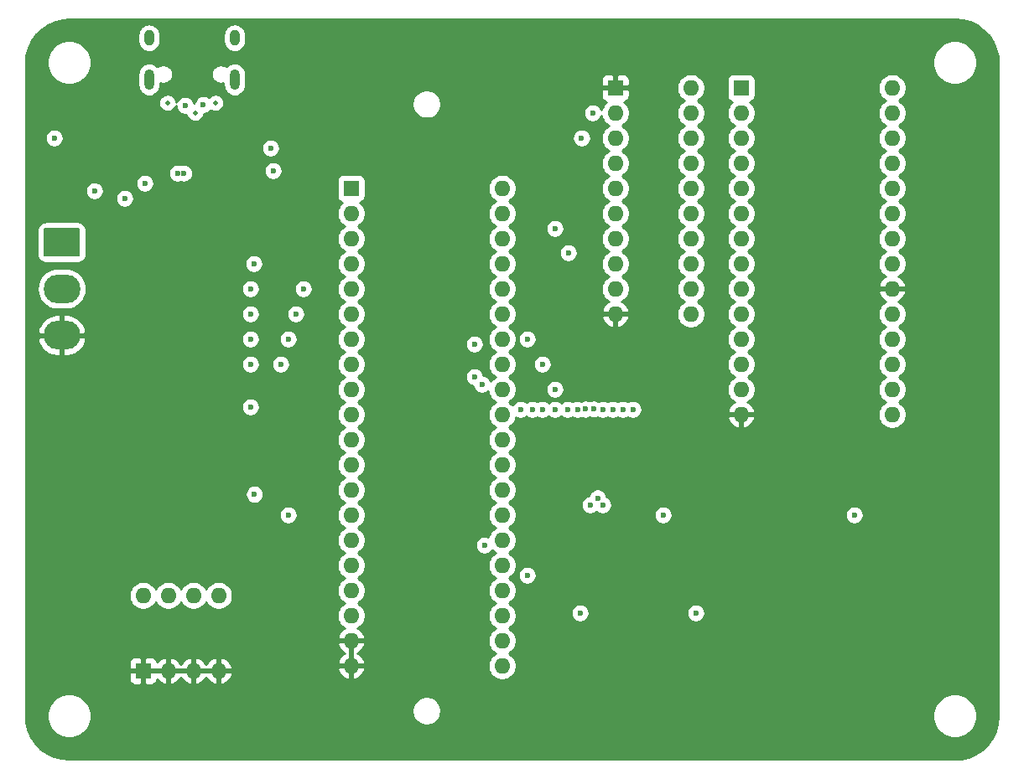
<source format=gbr>
%TF.GenerationSoftware,KiCad,Pcbnew,5.99.0+really5.1.10+dfsg1-1*%
%TF.CreationDate,2021-12-24T14:47:20+01:00*%
%TF.ProjectId,8051dumper,38303531-6475-46d7-9065-722e6b696361,1*%
%TF.SameCoordinates,PX60e4b00PYc1c9600*%
%TF.FileFunction,Copper,L2,Inr*%
%TF.FilePolarity,Positive*%
%FSLAX46Y46*%
G04 Gerber Fmt 4.6, Leading zero omitted, Abs format (unit mm)*
G04 Created by KiCad (PCBNEW 5.99.0+really5.1.10+dfsg1-1) date 2021-12-24 14:47:20*
%MOMM*%
%LPD*%
G01*
G04 APERTURE LIST*
%TA.AperFunction,ComponentPad*%
%ADD10O,1.600000X1.600000*%
%TD*%
%TA.AperFunction,ComponentPad*%
%ADD11R,1.600000X1.600000*%
%TD*%
%TA.AperFunction,ComponentPad*%
%ADD12O,1.000000X2.100000*%
%TD*%
%TA.AperFunction,ComponentPad*%
%ADD13O,1.000000X1.600000*%
%TD*%
%TA.AperFunction,ComponentPad*%
%ADD14O,3.708400X2.921000*%
%TD*%
%TA.AperFunction,ComponentPad*%
%ADD15O,1.600200X1.600200*%
%TD*%
%TA.AperFunction,ComponentPad*%
%ADD16R,1.600200X1.600200*%
%TD*%
%TA.AperFunction,ViaPad*%
%ADD17C,0.508000*%
%TD*%
%TA.AperFunction,ViaPad*%
%ADD18C,0.600000*%
%TD*%
%TA.AperFunction,Conductor*%
%ADD19C,0.254000*%
%TD*%
%TA.AperFunction,Conductor*%
%ADD20C,0.152400*%
%TD*%
G04 APERTURE END LIST*
D10*
%TO.N,~R4k*%
%TO.C,J1*%
X14560000Y17270000D03*
%TO.N,GND*%
X22180000Y9650000D03*
%TO.N,~R8k*%
X17100000Y17270000D03*
%TO.N,GND*%
X19640000Y9650000D03*
%TO.N,~R16k*%
X19640000Y17270000D03*
%TO.N,GND*%
X17100000Y9650000D03*
%TO.N,~R32k*%
X22180000Y17270000D03*
D11*
%TO.N,GND*%
X14560000Y9650000D03*
%TD*%
D12*
%TO.N,Net-(USB1-Pad13)*%
%TO.C,USB1*%
X23820000Y69420000D03*
X15180000Y69420000D03*
D13*
X23820000Y73600000D03*
X15180000Y73600000D03*
%TD*%
D10*
%TO.N,+5V*%
%TO.C,U2*%
X69850000Y68580000D03*
%TO.N,GND*%
X62230000Y45720000D03*
%TO.N,/A4*%
X69850000Y66040000D03*
%TO.N,/A3*%
X62230000Y48260000D03*
%TO.N,/AD4*%
X69850000Y63500000D03*
%TO.N,/AD3*%
X62230000Y50800000D03*
%TO.N,/AD5*%
X69850000Y60960000D03*
%TO.N,/AD2*%
X62230000Y53340000D03*
%TO.N,/A5*%
X69850000Y58420000D03*
%TO.N,/A2*%
X62230000Y55880000D03*
%TO.N,/A6*%
X69850000Y55880000D03*
%TO.N,/A1*%
X62230000Y58420000D03*
%TO.N,/AD6*%
X69850000Y53340000D03*
%TO.N,/AD1*%
X62230000Y60960000D03*
%TO.N,/AD7*%
X69850000Y50800000D03*
%TO.N,/AD0*%
X62230000Y63500000D03*
%TO.N,/A7*%
X69850000Y48260000D03*
%TO.N,/A0*%
X62230000Y66040000D03*
%TO.N,ALE*%
X69850000Y45720000D03*
D11*
%TO.N,GND*%
X62230000Y68580000D03*
%TD*%
D14*
%TO.N,GND*%
%TO.C,S1*%
X6350000Y43561000D03*
%TO.N,+5V*%
X6350000Y48260000D03*
%TO.N,VBUS*%
%TA.AperFunction,ComponentPad*%
G36*
G01*
X4749926Y54419500D02*
X7950074Y54419500D01*
G75*
G02*
X8204200Y54165374I0J-254126D01*
G01*
X8204200Y51752626D01*
G75*
G02*
X7950074Y51498500I-254126J0D01*
G01*
X4749926Y51498500D01*
G75*
G02*
X4495800Y51752626I0J254126D01*
G01*
X4495800Y54165374D01*
G75*
G02*
X4749926Y54419500I254126J0D01*
G01*
G37*
%TD.AperFunction*%
%TD*%
D10*
%TO.N,+5V*%
%TO.C,U3*%
X90170000Y68580000D03*
%TO.N,GND*%
X74930000Y35560000D03*
%TO.N,+5V*%
X90170000Y66040000D03*
%TO.N,/AD2*%
X74930000Y38100000D03*
%TO.N,/A13*%
X90170000Y63500000D03*
%TO.N,/AD1*%
X74930000Y40640000D03*
%TO.N,/A8*%
X90170000Y60960000D03*
%TO.N,/AD0*%
X74930000Y43180000D03*
%TO.N,/A9*%
X90170000Y58420000D03*
%TO.N,/A0*%
X74930000Y45720000D03*
%TO.N,/A11*%
X90170000Y55880000D03*
%TO.N,/A1*%
X74930000Y48260000D03*
%TO.N,~PSEN*%
X90170000Y53340000D03*
%TO.N,/A2*%
X74930000Y50800000D03*
%TO.N,/A10*%
X90170000Y50800000D03*
%TO.N,/A3*%
X74930000Y53340000D03*
%TO.N,GND*%
X90170000Y48260000D03*
%TO.N,/A4*%
X74930000Y55880000D03*
%TO.N,/AD7*%
X90170000Y45720000D03*
%TO.N,/A5*%
X74930000Y58420000D03*
%TO.N,/AD6*%
X90170000Y43180000D03*
%TO.N,/A6*%
X74930000Y60960000D03*
%TO.N,/AD5*%
X90170000Y40640000D03*
%TO.N,/A7*%
X74930000Y63500000D03*
%TO.N,/AD4*%
X90170000Y38100000D03*
%TO.N,/A12*%
X74930000Y66040000D03*
%TO.N,/AD3*%
X90170000Y35560000D03*
D11*
%TO.N,/A14*%
X74930000Y68580000D03*
%TD*%
D15*
%TO.N,+5V*%
%TO.C,U1*%
X50800000Y58420000D03*
%TO.N,GND*%
X35560000Y10160000D03*
%TO.N,/AD0*%
X50800000Y55880000D03*
%TO.N,GND*%
X35560000Y12700000D03*
%TO.N,/AD1*%
X50800000Y53340000D03*
%TO.N,/CLK*%
X35560000Y15240000D03*
%TO.N,/AD2*%
X50800000Y50800000D03*
%TO.N,Net-(U1-Pad17)*%
X35560000Y17780000D03*
%TO.N,/AD3*%
X50800000Y48260000D03*
%TO.N,Net-(U1-Pad16)*%
X35560000Y20320000D03*
%TO.N,/AD4*%
X50800000Y45720000D03*
%TO.N,Net-(U1-Pad15)*%
X35560000Y22860000D03*
%TO.N,/AD5*%
X50800000Y43180000D03*
%TO.N,Net-(U1-Pad14)*%
X35560000Y25400000D03*
%TO.N,/AD6*%
X50800000Y40640000D03*
%TO.N,Net-(U1-Pad13)*%
X35560000Y27940000D03*
%TO.N,/AD7*%
X50800000Y38100000D03*
%TO.N,Net-(U1-Pad12)*%
X35560000Y30480000D03*
%TO.N,/~EA*%
X50800000Y35560000D03*
%TO.N,TX*%
X35560000Y33020000D03*
%TO.N,ALE*%
X50800000Y33020000D03*
%TO.N,RX*%
X35560000Y35560000D03*
%TO.N,~PSEN*%
X50800000Y30480000D03*
%TO.N,RST*%
X35560000Y38100000D03*
%TO.N,Net-(U1-Pad28)*%
X50800000Y27940000D03*
%TO.N,~R4k*%
X35560000Y40640000D03*
%TO.N,/A14*%
X50800000Y25400000D03*
%TO.N,~R8k*%
X35560000Y43180000D03*
%TO.N,/A13*%
X50800000Y22860000D03*
%TO.N,~R16k*%
X35560000Y45720000D03*
%TO.N,/A12*%
X50800000Y20320000D03*
%TO.N,~R32k*%
X35560000Y48260000D03*
%TO.N,/A11*%
X50800000Y17780000D03*
%TO.N,~GRNBTN*%
X35560000Y50800000D03*
%TO.N,/A10*%
X50800000Y15240000D03*
%TO.N,~GRNLED*%
X35560000Y53340000D03*
%TO.N,/A9*%
X50800000Y12700000D03*
%TO.N,~REDLED*%
X35560000Y55880000D03*
%TO.N,/A8*%
X50800000Y10160000D03*
D16*
%TO.N,EA*%
X35560000Y58420000D03*
%TD*%
D17*
%TO.N,GND*%
X19812000Y60960000D03*
X16002000Y67056000D03*
X22860000Y67056000D03*
D18*
X12700000Y69596000D03*
X26416000Y69596000D03*
X22606000Y61976000D03*
X25400000Y38100000D03*
X7112000Y61214000D03*
X7874000Y61976000D03*
X14732000Y62992000D03*
X72136000Y72136000D03*
X87884000Y72390000D03*
X24130000Y22860000D03*
X20828000Y59944000D03*
X62484000Y20320000D03*
X81788000Y20320000D03*
X77978000Y15494000D03*
X89662000Y15494000D03*
X24130000Y59944000D03*
X26670000Y28194000D03*
X57346306Y56699694D03*
%TO.N,+5V*%
X14732000Y58928000D03*
X18657999Y59944000D03*
X18034000Y59944000D03*
X25400000Y36322000D03*
X5588000Y63500000D03*
X29210000Y25400000D03*
X58674000Y15494000D03*
X70358000Y15494000D03*
X67056000Y25400000D03*
X86360000Y25400000D03*
X27686000Y60198000D03*
X25400000Y48260000D03*
X25400000Y45720000D03*
X25400000Y43180000D03*
X25400000Y40640000D03*
X25805265Y27496722D03*
X25746000Y50800000D03*
%TO.N,~REDLED*%
X60960000Y26416000D03*
X48006000Y42672000D03*
%TO.N,~GRNLED*%
X48768000Y38608000D03*
X60452000Y27111858D03*
%TO.N,~GRNBTN*%
X48006000Y39370000D03*
X59690000Y26416000D03*
%TO.N,/AD0*%
X59242039Y36090278D03*
X58835990Y63500000D03*
%TO.N,/AD1*%
X58420000Y36068000D03*
X56134001Y54356001D03*
%TO.N,/AD2*%
X57404000Y36068000D03*
X57488001Y51900001D03*
%TO.N,/AD4*%
X52670010Y36068000D03*
%TO.N,/AD5*%
X53848000Y36068000D03*
X53340000Y43180000D03*
%TO.N,/AD6*%
X54864000Y36068000D03*
X54864000Y40640000D03*
%TO.N,/AD7*%
X56134000Y36068000D03*
X56134000Y38100000D03*
%TO.N,ALE*%
X64008000Y36068000D03*
%TO.N,~PSEN*%
X53340000Y19304000D03*
X49022000Y22351996D03*
%TO.N,/A3*%
X62992000Y36068000D03*
%TO.N,/A2*%
X61976000Y36068000D03*
%TO.N,/A1*%
X60960000Y36068000D03*
%TO.N,/A0*%
X59944000Y66040000D03*
X60079352Y36100104D03*
%TO.N,~R4k*%
X28448006Y40640000D03*
%TO.N,~R8k*%
X29210000Y43179996D03*
%TO.N,~R16k*%
X29972000Y45720000D03*
%TO.N,~R32k*%
X30734000Y48260000D03*
D17*
%TO.N,Net-(F1-Pad2)*%
X21844000Y67056000D03*
X17018000Y67056000D03*
X19812000Y66040000D03*
D18*
%TO.N,Net-(U4-Pad6)*%
X18796000Y66802000D03*
X20640117Y66880351D03*
%TO.N,VBUS*%
X27432000Y62484000D03*
X12700000Y57404000D03*
X9652000Y58166000D03*
%TD*%
D19*
%TO.N,GND*%
X97293358Y75418158D02*
X98042277Y75213277D01*
X98743072Y74879014D01*
X99373605Y74425931D01*
X99913934Y73868355D01*
X100346989Y73223901D01*
X100659073Y72512956D01*
X100841640Y71752507D01*
X100890001Y71093956D01*
X100890000Y5111618D01*
X100818158Y4306641D01*
X100613277Y3557723D01*
X100279013Y2856925D01*
X99825931Y2226395D01*
X99268354Y1686065D01*
X98623901Y1253011D01*
X97912956Y940927D01*
X97152506Y758360D01*
X96493968Y710000D01*
X7111618Y710000D01*
X6306641Y781842D01*
X5557723Y986723D01*
X4856925Y1320987D01*
X4226395Y1774069D01*
X3686065Y2331646D01*
X3253011Y2976099D01*
X2940927Y3687044D01*
X2758360Y4447494D01*
X2710000Y5106032D01*
X2710000Y5300128D01*
X4845000Y5300128D01*
X4845000Y4859872D01*
X4930890Y4428075D01*
X5099369Y4021331D01*
X5343962Y3655271D01*
X5655271Y3343962D01*
X6021331Y3099369D01*
X6428075Y2930890D01*
X6859872Y2845000D01*
X7300128Y2845000D01*
X7731925Y2930890D01*
X8138669Y3099369D01*
X8504729Y3343962D01*
X8816038Y3655271D01*
X9060631Y4021331D01*
X9229110Y4428075D01*
X9315000Y4859872D01*
X9315000Y5300128D01*
X9229126Y5731847D01*
X41719500Y5731847D01*
X41719500Y5444153D01*
X41775626Y5161988D01*
X41885721Y4896194D01*
X42045555Y4656985D01*
X42248985Y4453555D01*
X42488194Y4293721D01*
X42753988Y4183626D01*
X43036153Y4127500D01*
X43323847Y4127500D01*
X43606012Y4183626D01*
X43871806Y4293721D01*
X44111015Y4453555D01*
X44314445Y4656985D01*
X44474279Y4896194D01*
X44584374Y5161988D01*
X44611851Y5300128D01*
X94285000Y5300128D01*
X94285000Y4859872D01*
X94370890Y4428075D01*
X94539369Y4021331D01*
X94783962Y3655271D01*
X95095271Y3343962D01*
X95461331Y3099369D01*
X95868075Y2930890D01*
X96299872Y2845000D01*
X96740128Y2845000D01*
X97171925Y2930890D01*
X97578669Y3099369D01*
X97944729Y3343962D01*
X98256038Y3655271D01*
X98500631Y4021331D01*
X98669110Y4428075D01*
X98755000Y4859872D01*
X98755000Y5300128D01*
X98669110Y5731925D01*
X98500631Y6138669D01*
X98256038Y6504729D01*
X97944729Y6816038D01*
X97578669Y7060631D01*
X97171925Y7229110D01*
X96740128Y7315000D01*
X96299872Y7315000D01*
X95868075Y7229110D01*
X95461331Y7060631D01*
X95095271Y6816038D01*
X94783962Y6504729D01*
X94539369Y6138669D01*
X94370890Y5731925D01*
X94285000Y5300128D01*
X44611851Y5300128D01*
X44640500Y5444153D01*
X44640500Y5731847D01*
X44584374Y6014012D01*
X44474279Y6279806D01*
X44314445Y6519015D01*
X44111015Y6722445D01*
X43871806Y6882279D01*
X43606012Y6992374D01*
X43323847Y7048500D01*
X43036153Y7048500D01*
X42753988Y6992374D01*
X42488194Y6882279D01*
X42248985Y6722445D01*
X42045555Y6519015D01*
X41885721Y6279806D01*
X41775626Y6014012D01*
X41719500Y5731847D01*
X9229126Y5731847D01*
X9229110Y5731925D01*
X9060631Y6138669D01*
X8816038Y6504729D01*
X8504729Y6816038D01*
X8138669Y7060631D01*
X7731925Y7229110D01*
X7300128Y7315000D01*
X6859872Y7315000D01*
X6428075Y7229110D01*
X6021331Y7060631D01*
X5655271Y6816038D01*
X5343962Y6504729D01*
X5099369Y6138669D01*
X4930890Y5731925D01*
X4845000Y5300128D01*
X2710000Y5300128D01*
X2710000Y8850000D01*
X13121928Y8850000D01*
X13134188Y8725518D01*
X13170498Y8605820D01*
X13229463Y8495506D01*
X13308815Y8398815D01*
X13405506Y8319463D01*
X13515820Y8260498D01*
X13635518Y8224188D01*
X13760000Y8211928D01*
X14274250Y8215000D01*
X14433000Y8373750D01*
X14433000Y9523000D01*
X14687000Y9523000D01*
X14687000Y8373750D01*
X14845750Y8215000D01*
X15360000Y8211928D01*
X15484482Y8224188D01*
X15604180Y8260498D01*
X15714494Y8319463D01*
X15811185Y8398815D01*
X15890537Y8495506D01*
X15949502Y8605820D01*
X15985812Y8725518D01*
X15988231Y8750080D01*
X16136586Y8586481D01*
X16362580Y8418963D01*
X16616913Y8298754D01*
X16750961Y8258096D01*
X16973000Y8380085D01*
X16973000Y9523000D01*
X17227000Y9523000D01*
X17227000Y8380085D01*
X17449039Y8258096D01*
X17583087Y8298754D01*
X17837420Y8418963D01*
X18063414Y8586481D01*
X18252385Y8794869D01*
X18370000Y8990982D01*
X18487615Y8794869D01*
X18676586Y8586481D01*
X18902580Y8418963D01*
X19156913Y8298754D01*
X19290961Y8258096D01*
X19513000Y8380085D01*
X19513000Y9523000D01*
X19767000Y9523000D01*
X19767000Y8380085D01*
X19989039Y8258096D01*
X20123087Y8298754D01*
X20377420Y8418963D01*
X20603414Y8586481D01*
X20792385Y8794869D01*
X20910000Y8990982D01*
X21027615Y8794869D01*
X21216586Y8586481D01*
X21442580Y8418963D01*
X21696913Y8298754D01*
X21830961Y8258096D01*
X22053000Y8380085D01*
X22053000Y9523000D01*
X22307000Y9523000D01*
X22307000Y8380085D01*
X22529039Y8258096D01*
X22663087Y8298754D01*
X22917420Y8418963D01*
X23143414Y8586481D01*
X23332385Y8794869D01*
X23477070Y9036119D01*
X23571909Y9300960D01*
X23450624Y9523000D01*
X22307000Y9523000D01*
X22053000Y9523000D01*
X19767000Y9523000D01*
X19513000Y9523000D01*
X17227000Y9523000D01*
X16973000Y9523000D01*
X14687000Y9523000D01*
X14433000Y9523000D01*
X13283750Y9523000D01*
X13125000Y9364250D01*
X13121928Y8850000D01*
X2710000Y8850000D01*
X2710000Y10450000D01*
X13121928Y10450000D01*
X13125000Y9935750D01*
X13283750Y9777000D01*
X14433000Y9777000D01*
X14433000Y10926250D01*
X14687000Y10926250D01*
X14687000Y9777000D01*
X16973000Y9777000D01*
X16973000Y10919915D01*
X17227000Y10919915D01*
X17227000Y9777000D01*
X19513000Y9777000D01*
X19513000Y10919915D01*
X19767000Y10919915D01*
X19767000Y9777000D01*
X22053000Y9777000D01*
X22053000Y10919915D01*
X22307000Y10919915D01*
X22307000Y9777000D01*
X23450624Y9777000D01*
X23469165Y9810945D01*
X34167997Y9810945D01*
X34208663Y9676871D01*
X34328882Y9422521D01*
X34496413Y9196512D01*
X34704817Y9007530D01*
X34946085Y8862836D01*
X35210945Y8767992D01*
X35433000Y8889276D01*
X35433000Y10033000D01*
X35687000Y10033000D01*
X35687000Y8889276D01*
X35909055Y8767992D01*
X36173915Y8862836D01*
X36415183Y9007530D01*
X36623587Y9196512D01*
X36791118Y9422521D01*
X36911337Y9676871D01*
X36952003Y9810945D01*
X36830016Y10033000D01*
X35687000Y10033000D01*
X35433000Y10033000D01*
X34289984Y10033000D01*
X34167997Y9810945D01*
X23469165Y9810945D01*
X23571909Y9999040D01*
X23477070Y10263881D01*
X23332385Y10505131D01*
X23143414Y10713519D01*
X22917420Y10881037D01*
X22663087Y11001246D01*
X22529039Y11041904D01*
X22307000Y10919915D01*
X22053000Y10919915D01*
X21830961Y11041904D01*
X21696913Y11001246D01*
X21442580Y10881037D01*
X21216586Y10713519D01*
X21027615Y10505131D01*
X20910000Y10309018D01*
X20792385Y10505131D01*
X20603414Y10713519D01*
X20377420Y10881037D01*
X20123087Y11001246D01*
X19989039Y11041904D01*
X19767000Y10919915D01*
X19513000Y10919915D01*
X19290961Y11041904D01*
X19156913Y11001246D01*
X18902580Y10881037D01*
X18676586Y10713519D01*
X18487615Y10505131D01*
X18370000Y10309018D01*
X18252385Y10505131D01*
X18063414Y10713519D01*
X17837420Y10881037D01*
X17583087Y11001246D01*
X17449039Y11041904D01*
X17227000Y10919915D01*
X16973000Y10919915D01*
X16750961Y11041904D01*
X16616913Y11001246D01*
X16362580Y10881037D01*
X16136586Y10713519D01*
X15988231Y10549920D01*
X15985812Y10574482D01*
X15949502Y10694180D01*
X15890537Y10804494D01*
X15811185Y10901185D01*
X15714494Y10980537D01*
X15604180Y11039502D01*
X15484482Y11075812D01*
X15360000Y11088072D01*
X14845750Y11085000D01*
X14687000Y10926250D01*
X14433000Y10926250D01*
X14274250Y11085000D01*
X13760000Y11088072D01*
X13635518Y11075812D01*
X13515820Y11039502D01*
X13405506Y10980537D01*
X13308815Y10901185D01*
X13229463Y10804494D01*
X13170498Y10694180D01*
X13134188Y10574482D01*
X13121928Y10450000D01*
X2710000Y10450000D01*
X2710000Y12350945D01*
X34167997Y12350945D01*
X34208663Y12216871D01*
X34328882Y11962521D01*
X34496413Y11736512D01*
X34704817Y11547530D01*
X34900791Y11430000D01*
X34704817Y11312470D01*
X34496413Y11123488D01*
X34328882Y10897479D01*
X34208663Y10643129D01*
X34167997Y10509055D01*
X34289984Y10287000D01*
X35433000Y10287000D01*
X35433000Y12573000D01*
X35687000Y12573000D01*
X35687000Y10287000D01*
X36830016Y10287000D01*
X36952003Y10509055D01*
X36911337Y10643129D01*
X36791118Y10897479D01*
X36623587Y11123488D01*
X36415183Y11312470D01*
X36219209Y11430000D01*
X36415183Y11547530D01*
X36623587Y11736512D01*
X36791118Y11962521D01*
X36911337Y12216871D01*
X36952003Y12350945D01*
X36830016Y12573000D01*
X35687000Y12573000D01*
X35433000Y12573000D01*
X34289984Y12573000D01*
X34167997Y12350945D01*
X2710000Y12350945D01*
X2710000Y17411335D01*
X13125000Y17411335D01*
X13125000Y17128665D01*
X13180147Y16851426D01*
X13288320Y16590273D01*
X13445363Y16355241D01*
X13645241Y16155363D01*
X13880273Y15998320D01*
X14141426Y15890147D01*
X14418665Y15835000D01*
X14701335Y15835000D01*
X14978574Y15890147D01*
X15239727Y15998320D01*
X15474759Y16155363D01*
X15674637Y16355241D01*
X15830000Y16587759D01*
X15985363Y16355241D01*
X16185241Y16155363D01*
X16420273Y15998320D01*
X16681426Y15890147D01*
X16958665Y15835000D01*
X17241335Y15835000D01*
X17518574Y15890147D01*
X17779727Y15998320D01*
X18014759Y16155363D01*
X18214637Y16355241D01*
X18370000Y16587759D01*
X18525363Y16355241D01*
X18725241Y16155363D01*
X18960273Y15998320D01*
X19221426Y15890147D01*
X19498665Y15835000D01*
X19781335Y15835000D01*
X20058574Y15890147D01*
X20319727Y15998320D01*
X20554759Y16155363D01*
X20754637Y16355241D01*
X20910000Y16587759D01*
X21065363Y16355241D01*
X21265241Y16155363D01*
X21500273Y15998320D01*
X21761426Y15890147D01*
X22038665Y15835000D01*
X22321335Y15835000D01*
X22598574Y15890147D01*
X22859727Y15998320D01*
X23094759Y16155363D01*
X23294637Y16355241D01*
X23451680Y16590273D01*
X23559853Y16851426D01*
X23615000Y17128665D01*
X23615000Y17411335D01*
X23559853Y17688574D01*
X23451680Y17949727D01*
X23294637Y18184759D01*
X23094759Y18384637D01*
X22859727Y18541680D01*
X22598574Y18649853D01*
X22321335Y18705000D01*
X22038665Y18705000D01*
X21761426Y18649853D01*
X21500273Y18541680D01*
X21265241Y18384637D01*
X21065363Y18184759D01*
X20910000Y17952241D01*
X20754637Y18184759D01*
X20554759Y18384637D01*
X20319727Y18541680D01*
X20058574Y18649853D01*
X19781335Y18705000D01*
X19498665Y18705000D01*
X19221426Y18649853D01*
X18960273Y18541680D01*
X18725241Y18384637D01*
X18525363Y18184759D01*
X18370000Y17952241D01*
X18214637Y18184759D01*
X18014759Y18384637D01*
X17779727Y18541680D01*
X17518574Y18649853D01*
X17241335Y18705000D01*
X16958665Y18705000D01*
X16681426Y18649853D01*
X16420273Y18541680D01*
X16185241Y18384637D01*
X15985363Y18184759D01*
X15830000Y17952241D01*
X15674637Y18184759D01*
X15474759Y18384637D01*
X15239727Y18541680D01*
X14978574Y18649853D01*
X14701335Y18705000D01*
X14418665Y18705000D01*
X14141426Y18649853D01*
X13880273Y18541680D01*
X13645241Y18384637D01*
X13445363Y18184759D01*
X13288320Y17949727D01*
X13180147Y17688574D01*
X13125000Y17411335D01*
X2710000Y17411335D01*
X2710000Y25492089D01*
X28275000Y25492089D01*
X28275000Y25307911D01*
X28310932Y25127271D01*
X28381414Y24957111D01*
X28483738Y24803972D01*
X28613972Y24673738D01*
X28767111Y24571414D01*
X28937271Y24500932D01*
X29117911Y24465000D01*
X29302089Y24465000D01*
X29482729Y24500932D01*
X29652889Y24571414D01*
X29806028Y24673738D01*
X29936262Y24803972D01*
X30038586Y24957111D01*
X30109068Y25127271D01*
X30145000Y25307911D01*
X30145000Y25492089D01*
X30109068Y25672729D01*
X30038586Y25842889D01*
X29936262Y25996028D01*
X29806028Y26126262D01*
X29652889Y26228586D01*
X29482729Y26299068D01*
X29302089Y26335000D01*
X29117911Y26335000D01*
X28937271Y26299068D01*
X28767111Y26228586D01*
X28613972Y26126262D01*
X28483738Y25996028D01*
X28381414Y25842889D01*
X28310932Y25672729D01*
X28275000Y25492089D01*
X2710000Y25492089D01*
X2710000Y27588811D01*
X24870265Y27588811D01*
X24870265Y27404633D01*
X24906197Y27223993D01*
X24976679Y27053833D01*
X25079003Y26900694D01*
X25209237Y26770460D01*
X25362376Y26668136D01*
X25532536Y26597654D01*
X25713176Y26561722D01*
X25897354Y26561722D01*
X26077994Y26597654D01*
X26248154Y26668136D01*
X26401293Y26770460D01*
X26531527Y26900694D01*
X26633851Y27053833D01*
X26704333Y27223993D01*
X26740265Y27404633D01*
X26740265Y27588811D01*
X26704333Y27769451D01*
X26633851Y27939611D01*
X26531527Y28092750D01*
X26401293Y28222984D01*
X26248154Y28325308D01*
X26077994Y28395790D01*
X25897354Y28431722D01*
X25713176Y28431722D01*
X25532536Y28395790D01*
X25362376Y28325308D01*
X25209237Y28222984D01*
X25079003Y28092750D01*
X24976679Y27939611D01*
X24906197Y27769451D01*
X24870265Y27588811D01*
X2710000Y27588811D01*
X2710000Y36414089D01*
X24465000Y36414089D01*
X24465000Y36229911D01*
X24500932Y36049271D01*
X24571414Y35879111D01*
X24673738Y35725972D01*
X24803972Y35595738D01*
X24957111Y35493414D01*
X25127271Y35422932D01*
X25307911Y35387000D01*
X25492089Y35387000D01*
X25672729Y35422932D01*
X25842889Y35493414D01*
X25996028Y35595738D01*
X26126262Y35725972D01*
X26228586Y35879111D01*
X26299068Y36049271D01*
X26335000Y36229911D01*
X26335000Y36414089D01*
X26299068Y36594729D01*
X26228586Y36764889D01*
X26126262Y36918028D01*
X25996028Y37048262D01*
X25842889Y37150586D01*
X25672729Y37221068D01*
X25492089Y37257000D01*
X25307911Y37257000D01*
X25127271Y37221068D01*
X24957111Y37150586D01*
X24803972Y37048262D01*
X24673738Y36918028D01*
X24571414Y36764889D01*
X24500932Y36594729D01*
X24465000Y36414089D01*
X2710000Y36414089D01*
X2710000Y40732089D01*
X24465000Y40732089D01*
X24465000Y40547911D01*
X24500932Y40367271D01*
X24571414Y40197111D01*
X24673738Y40043972D01*
X24803972Y39913738D01*
X24957111Y39811414D01*
X25127271Y39740932D01*
X25307911Y39705000D01*
X25492089Y39705000D01*
X25672729Y39740932D01*
X25842889Y39811414D01*
X25996028Y39913738D01*
X26126262Y40043972D01*
X26228586Y40197111D01*
X26299068Y40367271D01*
X26335000Y40547911D01*
X26335000Y40732089D01*
X27513006Y40732089D01*
X27513006Y40547911D01*
X27548938Y40367271D01*
X27619420Y40197111D01*
X27721744Y40043972D01*
X27851978Y39913738D01*
X28005117Y39811414D01*
X28175277Y39740932D01*
X28355917Y39705000D01*
X28540095Y39705000D01*
X28720735Y39740932D01*
X28890895Y39811414D01*
X29044034Y39913738D01*
X29174268Y40043972D01*
X29276592Y40197111D01*
X29347074Y40367271D01*
X29383006Y40547911D01*
X29383006Y40732089D01*
X29347074Y40912729D01*
X29276592Y41082889D01*
X29174268Y41236028D01*
X29044034Y41366262D01*
X28890895Y41468586D01*
X28720735Y41539068D01*
X28540095Y41575000D01*
X28355917Y41575000D01*
X28175277Y41539068D01*
X28005117Y41468586D01*
X27851978Y41366262D01*
X27721744Y41236028D01*
X27619420Y41082889D01*
X27548938Y40912729D01*
X27513006Y40732089D01*
X26335000Y40732089D01*
X26299068Y40912729D01*
X26228586Y41082889D01*
X26126262Y41236028D01*
X25996028Y41366262D01*
X25842889Y41468586D01*
X25672729Y41539068D01*
X25492089Y41575000D01*
X25307911Y41575000D01*
X25127271Y41539068D01*
X24957111Y41468586D01*
X24803972Y41366262D01*
X24673738Y41236028D01*
X24571414Y41082889D01*
X24500932Y40912729D01*
X24465000Y40732089D01*
X2710000Y40732089D01*
X2710000Y43108358D01*
X3910271Y43108358D01*
X3971710Y42876419D01*
X4143398Y42502399D01*
X4384755Y42169060D01*
X4686506Y41889213D01*
X5037054Y41673611D01*
X5422928Y41530541D01*
X5829300Y41465500D01*
X6223000Y41465500D01*
X6223000Y43434000D01*
X6477000Y43434000D01*
X6477000Y41465500D01*
X6870700Y41465500D01*
X7277072Y41530541D01*
X7662946Y41673611D01*
X8013494Y41889213D01*
X8315245Y42169060D01*
X8556602Y42502399D01*
X8728290Y42876419D01*
X8789729Y43108358D01*
X8732689Y43272089D01*
X24465000Y43272089D01*
X24465000Y43087911D01*
X24500932Y42907271D01*
X24571414Y42737111D01*
X24673738Y42583972D01*
X24803972Y42453738D01*
X24957111Y42351414D01*
X25127271Y42280932D01*
X25307911Y42245000D01*
X25492089Y42245000D01*
X25672729Y42280932D01*
X25842889Y42351414D01*
X25996028Y42453738D01*
X26126262Y42583972D01*
X26228586Y42737111D01*
X26299068Y42907271D01*
X26335000Y43087911D01*
X26335000Y43272085D01*
X28275000Y43272085D01*
X28275000Y43087907D01*
X28310932Y42907267D01*
X28381414Y42737107D01*
X28483738Y42583968D01*
X28613972Y42453734D01*
X28767111Y42351410D01*
X28937271Y42280928D01*
X29117911Y42244996D01*
X29302089Y42244996D01*
X29482729Y42280928D01*
X29652889Y42351410D01*
X29806028Y42453734D01*
X29936262Y42583968D01*
X30038586Y42737107D01*
X30109068Y42907267D01*
X30145000Y43087907D01*
X30145000Y43272085D01*
X30109068Y43452725D01*
X30038586Y43622885D01*
X29936262Y43776024D01*
X29806028Y43906258D01*
X29652889Y44008582D01*
X29482729Y44079064D01*
X29302089Y44114996D01*
X29117911Y44114996D01*
X28937271Y44079064D01*
X28767111Y44008582D01*
X28613972Y43906258D01*
X28483738Y43776024D01*
X28381414Y43622885D01*
X28310932Y43452725D01*
X28275000Y43272085D01*
X26335000Y43272085D01*
X26335000Y43272089D01*
X26299068Y43452729D01*
X26228586Y43622889D01*
X26126262Y43776028D01*
X25996028Y43906262D01*
X25842889Y44008586D01*
X25672729Y44079068D01*
X25492089Y44115000D01*
X25307911Y44115000D01*
X25127271Y44079068D01*
X24957111Y44008586D01*
X24803972Y43906262D01*
X24673738Y43776028D01*
X24571414Y43622889D01*
X24500932Y43452729D01*
X24465000Y43272089D01*
X8732689Y43272089D01*
X8676282Y43434000D01*
X6477000Y43434000D01*
X6223000Y43434000D01*
X4023718Y43434000D01*
X3910271Y43108358D01*
X2710000Y43108358D01*
X2710000Y44013642D01*
X3910271Y44013642D01*
X4023718Y43688000D01*
X6223000Y43688000D01*
X6223000Y45656500D01*
X6477000Y45656500D01*
X6477000Y43688000D01*
X8676282Y43688000D01*
X8789729Y44013642D01*
X8728290Y44245581D01*
X8556602Y44619601D01*
X8315245Y44952940D01*
X8013494Y45232787D01*
X7662946Y45448389D01*
X7277072Y45591459D01*
X6870700Y45656500D01*
X6477000Y45656500D01*
X6223000Y45656500D01*
X5829300Y45656500D01*
X5422928Y45591459D01*
X5037054Y45448389D01*
X4686506Y45232787D01*
X4384755Y44952940D01*
X4143398Y44619601D01*
X3971710Y44245581D01*
X3910271Y44013642D01*
X2710000Y44013642D01*
X2710000Y45812089D01*
X24465000Y45812089D01*
X24465000Y45627911D01*
X24500932Y45447271D01*
X24571414Y45277111D01*
X24673738Y45123972D01*
X24803972Y44993738D01*
X24957111Y44891414D01*
X25127271Y44820932D01*
X25307911Y44785000D01*
X25492089Y44785000D01*
X25672729Y44820932D01*
X25842889Y44891414D01*
X25996028Y44993738D01*
X26126262Y45123972D01*
X26228586Y45277111D01*
X26299068Y45447271D01*
X26335000Y45627911D01*
X26335000Y45812089D01*
X29037000Y45812089D01*
X29037000Y45627911D01*
X29072932Y45447271D01*
X29143414Y45277111D01*
X29245738Y45123972D01*
X29375972Y44993738D01*
X29529111Y44891414D01*
X29699271Y44820932D01*
X29879911Y44785000D01*
X30064089Y44785000D01*
X30244729Y44820932D01*
X30414889Y44891414D01*
X30568028Y44993738D01*
X30698262Y45123972D01*
X30800586Y45277111D01*
X30871068Y45447271D01*
X30907000Y45627911D01*
X30907000Y45812089D01*
X30871068Y45992729D01*
X30800586Y46162889D01*
X30698262Y46316028D01*
X30568028Y46446262D01*
X30414889Y46548586D01*
X30244729Y46619068D01*
X30064089Y46655000D01*
X29879911Y46655000D01*
X29699271Y46619068D01*
X29529111Y46548586D01*
X29375972Y46446262D01*
X29245738Y46316028D01*
X29143414Y46162889D01*
X29072932Y45992729D01*
X29037000Y45812089D01*
X26335000Y45812089D01*
X26299068Y45992729D01*
X26228586Y46162889D01*
X26126262Y46316028D01*
X25996028Y46446262D01*
X25842889Y46548586D01*
X25672729Y46619068D01*
X25492089Y46655000D01*
X25307911Y46655000D01*
X25127271Y46619068D01*
X24957111Y46548586D01*
X24803972Y46446262D01*
X24673738Y46316028D01*
X24571414Y46162889D01*
X24500932Y45992729D01*
X24465000Y45812089D01*
X2710000Y45812089D01*
X2710000Y48260000D01*
X3850661Y48260000D01*
X3891120Y47849210D01*
X4010943Y47454207D01*
X4205525Y47090170D01*
X4467388Y46771088D01*
X4786470Y46509225D01*
X5150507Y46314643D01*
X5545510Y46194820D01*
X5853356Y46164500D01*
X6846644Y46164500D01*
X7154490Y46194820D01*
X7549493Y46314643D01*
X7913530Y46509225D01*
X8232612Y46771088D01*
X8494475Y47090170D01*
X8689057Y47454207D01*
X8808880Y47849210D01*
X8849339Y48260000D01*
X8840270Y48352089D01*
X24465000Y48352089D01*
X24465000Y48167911D01*
X24500932Y47987271D01*
X24571414Y47817111D01*
X24673738Y47663972D01*
X24803972Y47533738D01*
X24957111Y47431414D01*
X25127271Y47360932D01*
X25307911Y47325000D01*
X25492089Y47325000D01*
X25672729Y47360932D01*
X25842889Y47431414D01*
X25996028Y47533738D01*
X26126262Y47663972D01*
X26228586Y47817111D01*
X26299068Y47987271D01*
X26335000Y48167911D01*
X26335000Y48352089D01*
X29799000Y48352089D01*
X29799000Y48167911D01*
X29834932Y47987271D01*
X29905414Y47817111D01*
X30007738Y47663972D01*
X30137972Y47533738D01*
X30291111Y47431414D01*
X30461271Y47360932D01*
X30641911Y47325000D01*
X30826089Y47325000D01*
X31006729Y47360932D01*
X31176889Y47431414D01*
X31330028Y47533738D01*
X31460262Y47663972D01*
X31562586Y47817111D01*
X31633068Y47987271D01*
X31669000Y48167911D01*
X31669000Y48352089D01*
X31633068Y48532729D01*
X31562586Y48702889D01*
X31460262Y48856028D01*
X31330028Y48986262D01*
X31176889Y49088586D01*
X31006729Y49159068D01*
X30826089Y49195000D01*
X30641911Y49195000D01*
X30461271Y49159068D01*
X30291111Y49088586D01*
X30137972Y48986262D01*
X30007738Y48856028D01*
X29905414Y48702889D01*
X29834932Y48532729D01*
X29799000Y48352089D01*
X26335000Y48352089D01*
X26299068Y48532729D01*
X26228586Y48702889D01*
X26126262Y48856028D01*
X25996028Y48986262D01*
X25842889Y49088586D01*
X25672729Y49159068D01*
X25492089Y49195000D01*
X25307911Y49195000D01*
X25127271Y49159068D01*
X24957111Y49088586D01*
X24803972Y48986262D01*
X24673738Y48856028D01*
X24571414Y48702889D01*
X24500932Y48532729D01*
X24465000Y48352089D01*
X8840270Y48352089D01*
X8808880Y48670790D01*
X8689057Y49065793D01*
X8494475Y49429830D01*
X8232612Y49748912D01*
X7913530Y50010775D01*
X7549493Y50205357D01*
X7154490Y50325180D01*
X6846644Y50355500D01*
X5853356Y50355500D01*
X5545510Y50325180D01*
X5150507Y50205357D01*
X4786470Y50010775D01*
X4467388Y49748912D01*
X4205525Y49429830D01*
X4010943Y49065793D01*
X3891120Y48670790D01*
X3850661Y48260000D01*
X2710000Y48260000D01*
X2710000Y54165374D01*
X3857728Y54165374D01*
X3857728Y51752626D01*
X3874871Y51578567D01*
X3925643Y51411197D01*
X4008090Y51256947D01*
X4119047Y51121747D01*
X4254247Y51010790D01*
X4408497Y50928343D01*
X4575867Y50877571D01*
X4749926Y50860428D01*
X7950074Y50860428D01*
X8124133Y50877571D01*
X8171991Y50892089D01*
X24811000Y50892089D01*
X24811000Y50707911D01*
X24846932Y50527271D01*
X24917414Y50357111D01*
X25019738Y50203972D01*
X25149972Y50073738D01*
X25303111Y49971414D01*
X25473271Y49900932D01*
X25653911Y49865000D01*
X25838089Y49865000D01*
X26018729Y49900932D01*
X26188889Y49971414D01*
X26342028Y50073738D01*
X26472262Y50203972D01*
X26574586Y50357111D01*
X26645068Y50527271D01*
X26681000Y50707911D01*
X26681000Y50892089D01*
X26645068Y51072729D01*
X26574586Y51242889D01*
X26472262Y51396028D01*
X26342028Y51526262D01*
X26188889Y51628586D01*
X26018729Y51699068D01*
X25838089Y51735000D01*
X25653911Y51735000D01*
X25473271Y51699068D01*
X25303111Y51628586D01*
X25149972Y51526262D01*
X25019738Y51396028D01*
X24917414Y51242889D01*
X24846932Y51072729D01*
X24811000Y50892089D01*
X8171991Y50892089D01*
X8291503Y50928343D01*
X8445753Y51010790D01*
X8580953Y51121747D01*
X8691910Y51256947D01*
X8774357Y51411197D01*
X8825129Y51578567D01*
X8842272Y51752626D01*
X8842272Y54165374D01*
X8825129Y54339433D01*
X8774357Y54506803D01*
X8691910Y54661053D01*
X8580953Y54796253D01*
X8445753Y54907210D01*
X8291503Y54989657D01*
X8124133Y55040429D01*
X7950074Y55057572D01*
X4749926Y55057572D01*
X4575867Y55040429D01*
X4408497Y54989657D01*
X4254247Y54907210D01*
X4119047Y54796253D01*
X4008090Y54661053D01*
X3925643Y54506803D01*
X3874871Y54339433D01*
X3857728Y54165374D01*
X2710000Y54165374D01*
X2710000Y58258089D01*
X8717000Y58258089D01*
X8717000Y58073911D01*
X8752932Y57893271D01*
X8823414Y57723111D01*
X8925738Y57569972D01*
X9055972Y57439738D01*
X9209111Y57337414D01*
X9379271Y57266932D01*
X9559911Y57231000D01*
X9744089Y57231000D01*
X9924729Y57266932D01*
X10094889Y57337414D01*
X10248028Y57439738D01*
X10304379Y57496089D01*
X11765000Y57496089D01*
X11765000Y57311911D01*
X11800932Y57131271D01*
X11871414Y56961111D01*
X11973738Y56807972D01*
X12103972Y56677738D01*
X12257111Y56575414D01*
X12427271Y56504932D01*
X12607911Y56469000D01*
X12792089Y56469000D01*
X12972729Y56504932D01*
X13142889Y56575414D01*
X13296028Y56677738D01*
X13426262Y56807972D01*
X13528586Y56961111D01*
X13599068Y57131271D01*
X13635000Y57311911D01*
X13635000Y57496089D01*
X13599068Y57676729D01*
X13528586Y57846889D01*
X13426262Y58000028D01*
X13296028Y58130262D01*
X13142889Y58232586D01*
X12972729Y58303068D01*
X12792089Y58339000D01*
X12607911Y58339000D01*
X12427271Y58303068D01*
X12257111Y58232586D01*
X12103972Y58130262D01*
X11973738Y58000028D01*
X11871414Y57846889D01*
X11800932Y57676729D01*
X11765000Y57496089D01*
X10304379Y57496089D01*
X10378262Y57569972D01*
X10480586Y57723111D01*
X10551068Y57893271D01*
X10587000Y58073911D01*
X10587000Y58258089D01*
X10551068Y58438729D01*
X10480586Y58608889D01*
X10378262Y58762028D01*
X10248028Y58892262D01*
X10094889Y58994586D01*
X10033319Y59020089D01*
X13797000Y59020089D01*
X13797000Y58835911D01*
X13832932Y58655271D01*
X13903414Y58485111D01*
X14005738Y58331972D01*
X14135972Y58201738D01*
X14289111Y58099414D01*
X14459271Y58028932D01*
X14639911Y57993000D01*
X14824089Y57993000D01*
X15004729Y58028932D01*
X15174889Y58099414D01*
X15328028Y58201738D01*
X15458262Y58331972D01*
X15560586Y58485111D01*
X15631068Y58655271D01*
X15667000Y58835911D01*
X15667000Y59020089D01*
X15631068Y59200729D01*
X15560586Y59370889D01*
X15458262Y59524028D01*
X15328028Y59654262D01*
X15174889Y59756586D01*
X15004729Y59827068D01*
X14824089Y59863000D01*
X14639911Y59863000D01*
X14459271Y59827068D01*
X14289111Y59756586D01*
X14135972Y59654262D01*
X14005738Y59524028D01*
X13903414Y59370889D01*
X13832932Y59200729D01*
X13797000Y59020089D01*
X10033319Y59020089D01*
X9924729Y59065068D01*
X9744089Y59101000D01*
X9559911Y59101000D01*
X9379271Y59065068D01*
X9209111Y58994586D01*
X9055972Y58892262D01*
X8925738Y58762028D01*
X8823414Y58608889D01*
X8752932Y58438729D01*
X8717000Y58258089D01*
X2710000Y58258089D01*
X2710000Y60036089D01*
X17099000Y60036089D01*
X17099000Y59851911D01*
X17134932Y59671271D01*
X17205414Y59501111D01*
X17307738Y59347972D01*
X17437972Y59217738D01*
X17591111Y59115414D01*
X17761271Y59044932D01*
X17941911Y59009000D01*
X18126089Y59009000D01*
X18306729Y59044932D01*
X18345999Y59061198D01*
X18385270Y59044932D01*
X18565910Y59009000D01*
X18750088Y59009000D01*
X18930728Y59044932D01*
X19100888Y59115414D01*
X19254027Y59217738D01*
X19256389Y59220100D01*
X34121828Y59220100D01*
X34121828Y57619900D01*
X34134088Y57495418D01*
X34170398Y57375720D01*
X34229363Y57265406D01*
X34308715Y57168715D01*
X34405406Y57089363D01*
X34515720Y57030398D01*
X34635418Y56994088D01*
X34643731Y56993269D01*
X34445285Y56794823D01*
X34288231Y56559775D01*
X34180050Y56298603D01*
X34124900Y56021345D01*
X34124900Y55738655D01*
X34180050Y55461397D01*
X34288231Y55200225D01*
X34445285Y54965177D01*
X34645177Y54765285D01*
X34877578Y54610000D01*
X34645177Y54454715D01*
X34445285Y54254823D01*
X34288231Y54019775D01*
X34180050Y53758603D01*
X34124900Y53481345D01*
X34124900Y53198655D01*
X34180050Y52921397D01*
X34288231Y52660225D01*
X34445285Y52425177D01*
X34645177Y52225285D01*
X34877578Y52070000D01*
X34645177Y51914715D01*
X34445285Y51714823D01*
X34288231Y51479775D01*
X34180050Y51218603D01*
X34124900Y50941345D01*
X34124900Y50658655D01*
X34180050Y50381397D01*
X34288231Y50120225D01*
X34445285Y49885177D01*
X34645177Y49685285D01*
X34877578Y49530000D01*
X34645177Y49374715D01*
X34445285Y49174823D01*
X34288231Y48939775D01*
X34180050Y48678603D01*
X34124900Y48401345D01*
X34124900Y48118655D01*
X34180050Y47841397D01*
X34288231Y47580225D01*
X34445285Y47345177D01*
X34645177Y47145285D01*
X34877578Y46990000D01*
X34645177Y46834715D01*
X34445285Y46634823D01*
X34288231Y46399775D01*
X34180050Y46138603D01*
X34124900Y45861345D01*
X34124900Y45578655D01*
X34180050Y45301397D01*
X34288231Y45040225D01*
X34445285Y44805177D01*
X34645177Y44605285D01*
X34877578Y44450000D01*
X34645177Y44294715D01*
X34445285Y44094823D01*
X34288231Y43859775D01*
X34180050Y43598603D01*
X34124900Y43321345D01*
X34124900Y43038655D01*
X34180050Y42761397D01*
X34288231Y42500225D01*
X34445285Y42265177D01*
X34645177Y42065285D01*
X34877578Y41910000D01*
X34645177Y41754715D01*
X34445285Y41554823D01*
X34288231Y41319775D01*
X34180050Y41058603D01*
X34124900Y40781345D01*
X34124900Y40498655D01*
X34180050Y40221397D01*
X34288231Y39960225D01*
X34445285Y39725177D01*
X34645177Y39525285D01*
X34877578Y39370000D01*
X34645177Y39214715D01*
X34445285Y39014823D01*
X34288231Y38779775D01*
X34180050Y38518603D01*
X34124900Y38241345D01*
X34124900Y37958655D01*
X34180050Y37681397D01*
X34288231Y37420225D01*
X34445285Y37185177D01*
X34645177Y36985285D01*
X34877578Y36830000D01*
X34645177Y36674715D01*
X34445285Y36474823D01*
X34288231Y36239775D01*
X34180050Y35978603D01*
X34124900Y35701345D01*
X34124900Y35418655D01*
X34180050Y35141397D01*
X34288231Y34880225D01*
X34445285Y34645177D01*
X34645177Y34445285D01*
X34877578Y34290000D01*
X34645177Y34134715D01*
X34445285Y33934823D01*
X34288231Y33699775D01*
X34180050Y33438603D01*
X34124900Y33161345D01*
X34124900Y32878655D01*
X34180050Y32601397D01*
X34288231Y32340225D01*
X34445285Y32105177D01*
X34645177Y31905285D01*
X34877578Y31750000D01*
X34645177Y31594715D01*
X34445285Y31394823D01*
X34288231Y31159775D01*
X34180050Y30898603D01*
X34124900Y30621345D01*
X34124900Y30338655D01*
X34180050Y30061397D01*
X34288231Y29800225D01*
X34445285Y29565177D01*
X34645177Y29365285D01*
X34877578Y29210000D01*
X34645177Y29054715D01*
X34445285Y28854823D01*
X34288231Y28619775D01*
X34180050Y28358603D01*
X34124900Y28081345D01*
X34124900Y27798655D01*
X34180050Y27521397D01*
X34288231Y27260225D01*
X34445285Y27025177D01*
X34645177Y26825285D01*
X34877578Y26670000D01*
X34645177Y26514715D01*
X34445285Y26314823D01*
X34288231Y26079775D01*
X34180050Y25818603D01*
X34124900Y25541345D01*
X34124900Y25258655D01*
X34180050Y24981397D01*
X34288231Y24720225D01*
X34445285Y24485177D01*
X34645177Y24285285D01*
X34877578Y24130000D01*
X34645177Y23974715D01*
X34445285Y23774823D01*
X34288231Y23539775D01*
X34180050Y23278603D01*
X34124900Y23001345D01*
X34124900Y22718655D01*
X34180050Y22441397D01*
X34288231Y22180225D01*
X34445285Y21945177D01*
X34645177Y21745285D01*
X34877578Y21590000D01*
X34645177Y21434715D01*
X34445285Y21234823D01*
X34288231Y20999775D01*
X34180050Y20738603D01*
X34124900Y20461345D01*
X34124900Y20178655D01*
X34180050Y19901397D01*
X34288231Y19640225D01*
X34445285Y19405177D01*
X34645177Y19205285D01*
X34877578Y19050000D01*
X34645177Y18894715D01*
X34445285Y18694823D01*
X34288231Y18459775D01*
X34180050Y18198603D01*
X34124900Y17921345D01*
X34124900Y17638655D01*
X34180050Y17361397D01*
X34288231Y17100225D01*
X34445285Y16865177D01*
X34645177Y16665285D01*
X34877578Y16510000D01*
X34645177Y16354715D01*
X34445285Y16154823D01*
X34288231Y15919775D01*
X34180050Y15658603D01*
X34124900Y15381345D01*
X34124900Y15098655D01*
X34180050Y14821397D01*
X34288231Y14560225D01*
X34445285Y14325177D01*
X34645177Y14125285D01*
X34880225Y13968231D01*
X34890645Y13963915D01*
X34704817Y13852470D01*
X34496413Y13663488D01*
X34328882Y13437479D01*
X34208663Y13183129D01*
X34167997Y13049055D01*
X34289984Y12827000D01*
X35433000Y12827000D01*
X35433000Y12847000D01*
X35687000Y12847000D01*
X35687000Y12827000D01*
X36830016Y12827000D01*
X36952003Y13049055D01*
X36911337Y13183129D01*
X36791118Y13437479D01*
X36623587Y13663488D01*
X36415183Y13852470D01*
X36229355Y13963915D01*
X36239775Y13968231D01*
X36474823Y14125285D01*
X36674715Y14325177D01*
X36831769Y14560225D01*
X36939950Y14821397D01*
X36995100Y15098655D01*
X36995100Y15381345D01*
X36939950Y15658603D01*
X36831769Y15919775D01*
X36674715Y16154823D01*
X36474823Y16354715D01*
X36242422Y16510000D01*
X36474823Y16665285D01*
X36674715Y16865177D01*
X36831769Y17100225D01*
X36939950Y17361397D01*
X36995100Y17638655D01*
X36995100Y17921345D01*
X36939950Y18198603D01*
X36831769Y18459775D01*
X36674715Y18694823D01*
X36474823Y18894715D01*
X36242422Y19050000D01*
X36474823Y19205285D01*
X36674715Y19405177D01*
X36831769Y19640225D01*
X36939950Y19901397D01*
X36995100Y20178655D01*
X36995100Y20461345D01*
X36939950Y20738603D01*
X36831769Y20999775D01*
X36674715Y21234823D01*
X36474823Y21434715D01*
X36242422Y21590000D01*
X36474823Y21745285D01*
X36674715Y21945177D01*
X36831769Y22180225D01*
X36939950Y22441397D01*
X36995100Y22718655D01*
X36995100Y23001345D01*
X36939950Y23278603D01*
X36831769Y23539775D01*
X36674715Y23774823D01*
X36474823Y23974715D01*
X36242422Y24130000D01*
X36474823Y24285285D01*
X36674715Y24485177D01*
X36831769Y24720225D01*
X36939950Y24981397D01*
X36995100Y25258655D01*
X36995100Y25541345D01*
X36939950Y25818603D01*
X36831769Y26079775D01*
X36674715Y26314823D01*
X36474823Y26514715D01*
X36242422Y26670000D01*
X36474823Y26825285D01*
X36674715Y27025177D01*
X36831769Y27260225D01*
X36939950Y27521397D01*
X36995100Y27798655D01*
X36995100Y28081345D01*
X36939950Y28358603D01*
X36831769Y28619775D01*
X36674715Y28854823D01*
X36474823Y29054715D01*
X36242422Y29210000D01*
X36474823Y29365285D01*
X36674715Y29565177D01*
X36831769Y29800225D01*
X36939950Y30061397D01*
X36995100Y30338655D01*
X36995100Y30621345D01*
X36939950Y30898603D01*
X36831769Y31159775D01*
X36674715Y31394823D01*
X36474823Y31594715D01*
X36242422Y31750000D01*
X36474823Y31905285D01*
X36674715Y32105177D01*
X36831769Y32340225D01*
X36939950Y32601397D01*
X36995100Y32878655D01*
X36995100Y33161345D01*
X36939950Y33438603D01*
X36831769Y33699775D01*
X36674715Y33934823D01*
X36474823Y34134715D01*
X36242422Y34290000D01*
X36474823Y34445285D01*
X36674715Y34645177D01*
X36831769Y34880225D01*
X36939950Y35141397D01*
X36995100Y35418655D01*
X36995100Y35701345D01*
X36939950Y35978603D01*
X36831769Y36239775D01*
X36674715Y36474823D01*
X36474823Y36674715D01*
X36242422Y36830000D01*
X36474823Y36985285D01*
X36674715Y37185177D01*
X36831769Y37420225D01*
X36939950Y37681397D01*
X36995100Y37958655D01*
X36995100Y38241345D01*
X36939950Y38518603D01*
X36831769Y38779775D01*
X36674715Y39014823D01*
X36474823Y39214715D01*
X36242422Y39370000D01*
X36380243Y39462089D01*
X47071000Y39462089D01*
X47071000Y39277911D01*
X47106932Y39097271D01*
X47177414Y38927111D01*
X47279738Y38773972D01*
X47409972Y38643738D01*
X47563111Y38541414D01*
X47733271Y38470932D01*
X47846424Y38448424D01*
X47868932Y38335271D01*
X47939414Y38165111D01*
X48041738Y38011972D01*
X48171972Y37881738D01*
X48325111Y37779414D01*
X48495271Y37708932D01*
X48675911Y37673000D01*
X48860089Y37673000D01*
X49040729Y37708932D01*
X49210889Y37779414D01*
X49364028Y37881738D01*
X49377517Y37895227D01*
X49420050Y37681397D01*
X49528231Y37420225D01*
X49685285Y37185177D01*
X49885177Y36985285D01*
X50117578Y36830000D01*
X49885177Y36674715D01*
X49685285Y36474823D01*
X49528231Y36239775D01*
X49420050Y35978603D01*
X49364900Y35701345D01*
X49364900Y35418655D01*
X49420050Y35141397D01*
X49528231Y34880225D01*
X49685285Y34645177D01*
X49885177Y34445285D01*
X50117578Y34290000D01*
X49885177Y34134715D01*
X49685285Y33934823D01*
X49528231Y33699775D01*
X49420050Y33438603D01*
X49364900Y33161345D01*
X49364900Y32878655D01*
X49420050Y32601397D01*
X49528231Y32340225D01*
X49685285Y32105177D01*
X49885177Y31905285D01*
X50117578Y31750000D01*
X49885177Y31594715D01*
X49685285Y31394823D01*
X49528231Y31159775D01*
X49420050Y30898603D01*
X49364900Y30621345D01*
X49364900Y30338655D01*
X49420050Y30061397D01*
X49528231Y29800225D01*
X49685285Y29565177D01*
X49885177Y29365285D01*
X50117578Y29210000D01*
X49885177Y29054715D01*
X49685285Y28854823D01*
X49528231Y28619775D01*
X49420050Y28358603D01*
X49364900Y28081345D01*
X49364900Y27798655D01*
X49420050Y27521397D01*
X49528231Y27260225D01*
X49685285Y27025177D01*
X49885177Y26825285D01*
X50117578Y26670000D01*
X49885177Y26514715D01*
X49685285Y26314823D01*
X49528231Y26079775D01*
X49420050Y25818603D01*
X49364900Y25541345D01*
X49364900Y25258655D01*
X49420050Y24981397D01*
X49528231Y24720225D01*
X49685285Y24485177D01*
X49885177Y24285285D01*
X50117578Y24130000D01*
X49885177Y23974715D01*
X49685285Y23774823D01*
X49528231Y23539775D01*
X49420050Y23278603D01*
X49405450Y23205202D01*
X49294729Y23251064D01*
X49114089Y23286996D01*
X48929911Y23286996D01*
X48749271Y23251064D01*
X48579111Y23180582D01*
X48425972Y23078258D01*
X48295738Y22948024D01*
X48193414Y22794885D01*
X48122932Y22624725D01*
X48087000Y22444085D01*
X48087000Y22259907D01*
X48122932Y22079267D01*
X48193414Y21909107D01*
X48295738Y21755968D01*
X48425972Y21625734D01*
X48579111Y21523410D01*
X48749271Y21452928D01*
X48929911Y21416996D01*
X49114089Y21416996D01*
X49294729Y21452928D01*
X49464889Y21523410D01*
X49618028Y21625734D01*
X49748262Y21755968D01*
X49798823Y21831639D01*
X49885177Y21745285D01*
X50117578Y21590000D01*
X49885177Y21434715D01*
X49685285Y21234823D01*
X49528231Y20999775D01*
X49420050Y20738603D01*
X49364900Y20461345D01*
X49364900Y20178655D01*
X49420050Y19901397D01*
X49528231Y19640225D01*
X49685285Y19405177D01*
X49885177Y19205285D01*
X50117578Y19050000D01*
X49885177Y18894715D01*
X49685285Y18694823D01*
X49528231Y18459775D01*
X49420050Y18198603D01*
X49364900Y17921345D01*
X49364900Y17638655D01*
X49420050Y17361397D01*
X49528231Y17100225D01*
X49685285Y16865177D01*
X49885177Y16665285D01*
X50117578Y16510000D01*
X49885177Y16354715D01*
X49685285Y16154823D01*
X49528231Y15919775D01*
X49420050Y15658603D01*
X49364900Y15381345D01*
X49364900Y15098655D01*
X49420050Y14821397D01*
X49528231Y14560225D01*
X49685285Y14325177D01*
X49885177Y14125285D01*
X50117578Y13970000D01*
X49885177Y13814715D01*
X49685285Y13614823D01*
X49528231Y13379775D01*
X49420050Y13118603D01*
X49364900Y12841345D01*
X49364900Y12558655D01*
X49420050Y12281397D01*
X49528231Y12020225D01*
X49685285Y11785177D01*
X49885177Y11585285D01*
X50117578Y11430000D01*
X49885177Y11274715D01*
X49685285Y11074823D01*
X49528231Y10839775D01*
X49420050Y10578603D01*
X49364900Y10301345D01*
X49364900Y10018655D01*
X49420050Y9741397D01*
X49528231Y9480225D01*
X49685285Y9245177D01*
X49885177Y9045285D01*
X50120225Y8888231D01*
X50381397Y8780050D01*
X50658655Y8724900D01*
X50941345Y8724900D01*
X51218603Y8780050D01*
X51479775Y8888231D01*
X51714823Y9045285D01*
X51914715Y9245177D01*
X52071769Y9480225D01*
X52179950Y9741397D01*
X52235100Y10018655D01*
X52235100Y10301345D01*
X52179950Y10578603D01*
X52071769Y10839775D01*
X51914715Y11074823D01*
X51714823Y11274715D01*
X51482422Y11430000D01*
X51714823Y11585285D01*
X51914715Y11785177D01*
X52071769Y12020225D01*
X52179950Y12281397D01*
X52235100Y12558655D01*
X52235100Y12841345D01*
X52179950Y13118603D01*
X52071769Y13379775D01*
X51914715Y13614823D01*
X51714823Y13814715D01*
X51482422Y13970000D01*
X51714823Y14125285D01*
X51914715Y14325177D01*
X52071769Y14560225D01*
X52179950Y14821397D01*
X52235100Y15098655D01*
X52235100Y15381345D01*
X52194374Y15586089D01*
X57739000Y15586089D01*
X57739000Y15401911D01*
X57774932Y15221271D01*
X57845414Y15051111D01*
X57947738Y14897972D01*
X58077972Y14767738D01*
X58231111Y14665414D01*
X58401271Y14594932D01*
X58581911Y14559000D01*
X58766089Y14559000D01*
X58946729Y14594932D01*
X59116889Y14665414D01*
X59270028Y14767738D01*
X59400262Y14897972D01*
X59502586Y15051111D01*
X59573068Y15221271D01*
X59609000Y15401911D01*
X59609000Y15586089D01*
X69423000Y15586089D01*
X69423000Y15401911D01*
X69458932Y15221271D01*
X69529414Y15051111D01*
X69631738Y14897972D01*
X69761972Y14767738D01*
X69915111Y14665414D01*
X70085271Y14594932D01*
X70265911Y14559000D01*
X70450089Y14559000D01*
X70630729Y14594932D01*
X70800889Y14665414D01*
X70954028Y14767738D01*
X71084262Y14897972D01*
X71186586Y15051111D01*
X71257068Y15221271D01*
X71293000Y15401911D01*
X71293000Y15586089D01*
X71257068Y15766729D01*
X71186586Y15936889D01*
X71084262Y16090028D01*
X70954028Y16220262D01*
X70800889Y16322586D01*
X70630729Y16393068D01*
X70450089Y16429000D01*
X70265911Y16429000D01*
X70085271Y16393068D01*
X69915111Y16322586D01*
X69761972Y16220262D01*
X69631738Y16090028D01*
X69529414Y15936889D01*
X69458932Y15766729D01*
X69423000Y15586089D01*
X59609000Y15586089D01*
X59573068Y15766729D01*
X59502586Y15936889D01*
X59400262Y16090028D01*
X59270028Y16220262D01*
X59116889Y16322586D01*
X58946729Y16393068D01*
X58766089Y16429000D01*
X58581911Y16429000D01*
X58401271Y16393068D01*
X58231111Y16322586D01*
X58077972Y16220262D01*
X57947738Y16090028D01*
X57845414Y15936889D01*
X57774932Y15766729D01*
X57739000Y15586089D01*
X52194374Y15586089D01*
X52179950Y15658603D01*
X52071769Y15919775D01*
X51914715Y16154823D01*
X51714823Y16354715D01*
X51482422Y16510000D01*
X51714823Y16665285D01*
X51914715Y16865177D01*
X52071769Y17100225D01*
X52179950Y17361397D01*
X52235100Y17638655D01*
X52235100Y17921345D01*
X52179950Y18198603D01*
X52071769Y18459775D01*
X51914715Y18694823D01*
X51714823Y18894715D01*
X51482422Y19050000D01*
X51714823Y19205285D01*
X51905627Y19396089D01*
X52405000Y19396089D01*
X52405000Y19211911D01*
X52440932Y19031271D01*
X52511414Y18861111D01*
X52613738Y18707972D01*
X52743972Y18577738D01*
X52897111Y18475414D01*
X53067271Y18404932D01*
X53247911Y18369000D01*
X53432089Y18369000D01*
X53612729Y18404932D01*
X53782889Y18475414D01*
X53936028Y18577738D01*
X54066262Y18707972D01*
X54168586Y18861111D01*
X54239068Y19031271D01*
X54275000Y19211911D01*
X54275000Y19396089D01*
X54239068Y19576729D01*
X54168586Y19746889D01*
X54066262Y19900028D01*
X53936028Y20030262D01*
X53782889Y20132586D01*
X53612729Y20203068D01*
X53432089Y20239000D01*
X53247911Y20239000D01*
X53067271Y20203068D01*
X52897111Y20132586D01*
X52743972Y20030262D01*
X52613738Y19900028D01*
X52511414Y19746889D01*
X52440932Y19576729D01*
X52405000Y19396089D01*
X51905627Y19396089D01*
X51914715Y19405177D01*
X52071769Y19640225D01*
X52179950Y19901397D01*
X52235100Y20178655D01*
X52235100Y20461345D01*
X52179950Y20738603D01*
X52071769Y20999775D01*
X51914715Y21234823D01*
X51714823Y21434715D01*
X51482422Y21590000D01*
X51714823Y21745285D01*
X51914715Y21945177D01*
X52071769Y22180225D01*
X52179950Y22441397D01*
X52235100Y22718655D01*
X52235100Y23001345D01*
X52179950Y23278603D01*
X52071769Y23539775D01*
X51914715Y23774823D01*
X51714823Y23974715D01*
X51482422Y24130000D01*
X51714823Y24285285D01*
X51914715Y24485177D01*
X52071769Y24720225D01*
X52179950Y24981397D01*
X52235100Y25258655D01*
X52235100Y25541345D01*
X52179950Y25818603D01*
X52071769Y26079775D01*
X51914715Y26314823D01*
X51721449Y26508089D01*
X58755000Y26508089D01*
X58755000Y26323911D01*
X58790932Y26143271D01*
X58861414Y25973111D01*
X58963738Y25819972D01*
X59093972Y25689738D01*
X59247111Y25587414D01*
X59417271Y25516932D01*
X59597911Y25481000D01*
X59782089Y25481000D01*
X59962729Y25516932D01*
X60132889Y25587414D01*
X60286028Y25689738D01*
X60325000Y25728710D01*
X60363972Y25689738D01*
X60517111Y25587414D01*
X60687271Y25516932D01*
X60867911Y25481000D01*
X61052089Y25481000D01*
X61107836Y25492089D01*
X66121000Y25492089D01*
X66121000Y25307911D01*
X66156932Y25127271D01*
X66227414Y24957111D01*
X66329738Y24803972D01*
X66459972Y24673738D01*
X66613111Y24571414D01*
X66783271Y24500932D01*
X66963911Y24465000D01*
X67148089Y24465000D01*
X67328729Y24500932D01*
X67498889Y24571414D01*
X67652028Y24673738D01*
X67782262Y24803972D01*
X67884586Y24957111D01*
X67955068Y25127271D01*
X67991000Y25307911D01*
X67991000Y25492089D01*
X85425000Y25492089D01*
X85425000Y25307911D01*
X85460932Y25127271D01*
X85531414Y24957111D01*
X85633738Y24803972D01*
X85763972Y24673738D01*
X85917111Y24571414D01*
X86087271Y24500932D01*
X86267911Y24465000D01*
X86452089Y24465000D01*
X86632729Y24500932D01*
X86802889Y24571414D01*
X86956028Y24673738D01*
X87086262Y24803972D01*
X87188586Y24957111D01*
X87259068Y25127271D01*
X87295000Y25307911D01*
X87295000Y25492089D01*
X87259068Y25672729D01*
X87188586Y25842889D01*
X87086262Y25996028D01*
X86956028Y26126262D01*
X86802889Y26228586D01*
X86632729Y26299068D01*
X86452089Y26335000D01*
X86267911Y26335000D01*
X86087271Y26299068D01*
X85917111Y26228586D01*
X85763972Y26126262D01*
X85633738Y25996028D01*
X85531414Y25842889D01*
X85460932Y25672729D01*
X85425000Y25492089D01*
X67991000Y25492089D01*
X67955068Y25672729D01*
X67884586Y25842889D01*
X67782262Y25996028D01*
X67652028Y26126262D01*
X67498889Y26228586D01*
X67328729Y26299068D01*
X67148089Y26335000D01*
X66963911Y26335000D01*
X66783271Y26299068D01*
X66613111Y26228586D01*
X66459972Y26126262D01*
X66329738Y25996028D01*
X66227414Y25842889D01*
X66156932Y25672729D01*
X66121000Y25492089D01*
X61107836Y25492089D01*
X61232729Y25516932D01*
X61402889Y25587414D01*
X61556028Y25689738D01*
X61686262Y25819972D01*
X61788586Y25973111D01*
X61859068Y26143271D01*
X61895000Y26323911D01*
X61895000Y26508089D01*
X61859068Y26688729D01*
X61788586Y26858889D01*
X61686262Y27012028D01*
X61556028Y27142262D01*
X61402889Y27244586D01*
X61376764Y27255407D01*
X61351068Y27384587D01*
X61280586Y27554747D01*
X61178262Y27707886D01*
X61048028Y27838120D01*
X60894889Y27940444D01*
X60724729Y28010926D01*
X60544089Y28046858D01*
X60359911Y28046858D01*
X60179271Y28010926D01*
X60009111Y27940444D01*
X59855972Y27838120D01*
X59725738Y27707886D01*
X59623414Y27554747D01*
X59552932Y27384587D01*
X59544123Y27340301D01*
X59417271Y27315068D01*
X59247111Y27244586D01*
X59093972Y27142262D01*
X58963738Y27012028D01*
X58861414Y26858889D01*
X58790932Y26688729D01*
X58755000Y26508089D01*
X51721449Y26508089D01*
X51714823Y26514715D01*
X51482422Y26670000D01*
X51714823Y26825285D01*
X51914715Y27025177D01*
X52071769Y27260225D01*
X52179950Y27521397D01*
X52235100Y27798655D01*
X52235100Y28081345D01*
X52179950Y28358603D01*
X52071769Y28619775D01*
X51914715Y28854823D01*
X51714823Y29054715D01*
X51482422Y29210000D01*
X51714823Y29365285D01*
X51914715Y29565177D01*
X52071769Y29800225D01*
X52179950Y30061397D01*
X52235100Y30338655D01*
X52235100Y30621345D01*
X52179950Y30898603D01*
X52071769Y31159775D01*
X51914715Y31394823D01*
X51714823Y31594715D01*
X51482422Y31750000D01*
X51714823Y31905285D01*
X51914715Y32105177D01*
X52071769Y32340225D01*
X52179950Y32601397D01*
X52235100Y32878655D01*
X52235100Y33161345D01*
X52179950Y33438603D01*
X52071769Y33699775D01*
X51914715Y33934823D01*
X51714823Y34134715D01*
X51482422Y34290000D01*
X51714823Y34445285D01*
X51914715Y34645177D01*
X52071769Y34880225D01*
X52179950Y35141397D01*
X52202693Y35255736D01*
X52227121Y35239414D01*
X52397281Y35168932D01*
X52577921Y35133000D01*
X52762099Y35133000D01*
X52942739Y35168932D01*
X53112899Y35239414D01*
X53259005Y35337039D01*
X53405111Y35239414D01*
X53575271Y35168932D01*
X53755911Y35133000D01*
X53940089Y35133000D01*
X54120729Y35168932D01*
X54290889Y35239414D01*
X54356000Y35282920D01*
X54421111Y35239414D01*
X54591271Y35168932D01*
X54771911Y35133000D01*
X54956089Y35133000D01*
X55136729Y35168932D01*
X55306889Y35239414D01*
X55460028Y35341738D01*
X55499000Y35380710D01*
X55537972Y35341738D01*
X55691111Y35239414D01*
X55861271Y35168932D01*
X56041911Y35133000D01*
X56226089Y35133000D01*
X56406729Y35168932D01*
X56576889Y35239414D01*
X56730028Y35341738D01*
X56769000Y35380710D01*
X56807972Y35341738D01*
X56961111Y35239414D01*
X57131271Y35168932D01*
X57311911Y35133000D01*
X57496089Y35133000D01*
X57676729Y35168932D01*
X57846889Y35239414D01*
X57912000Y35282920D01*
X57977111Y35239414D01*
X58147271Y35168932D01*
X58327911Y35133000D01*
X58512089Y35133000D01*
X58692729Y35168932D01*
X58857912Y35237352D01*
X58969310Y35191210D01*
X59149950Y35155278D01*
X59334128Y35155278D01*
X59514768Y35191210D01*
X59672557Y35256568D01*
X59806623Y35201036D01*
X59987263Y35165104D01*
X60171441Y35165104D01*
X60352081Y35201036D01*
X60489414Y35257921D01*
X60517111Y35239414D01*
X60687271Y35168932D01*
X60867911Y35133000D01*
X61052089Y35133000D01*
X61232729Y35168932D01*
X61402889Y35239414D01*
X61468000Y35282920D01*
X61533111Y35239414D01*
X61703271Y35168932D01*
X61883911Y35133000D01*
X62068089Y35133000D01*
X62248729Y35168932D01*
X62418889Y35239414D01*
X62484000Y35282920D01*
X62549111Y35239414D01*
X62719271Y35168932D01*
X62899911Y35133000D01*
X63084089Y35133000D01*
X63264729Y35168932D01*
X63434889Y35239414D01*
X63500000Y35282920D01*
X63565111Y35239414D01*
X63735271Y35168932D01*
X63915911Y35133000D01*
X64100089Y35133000D01*
X64280729Y35168932D01*
X64382196Y35210961D01*
X73538096Y35210961D01*
X73578754Y35076913D01*
X73698963Y34822580D01*
X73866481Y34596586D01*
X74074869Y34407615D01*
X74316119Y34262930D01*
X74580960Y34168091D01*
X74803000Y34289376D01*
X74803000Y35433000D01*
X75057000Y35433000D01*
X75057000Y34289376D01*
X75279040Y34168091D01*
X75543881Y34262930D01*
X75785131Y34407615D01*
X75993519Y34596586D01*
X76161037Y34822580D01*
X76281246Y35076913D01*
X76321904Y35210961D01*
X76199915Y35433000D01*
X75057000Y35433000D01*
X74803000Y35433000D01*
X73660085Y35433000D01*
X73538096Y35210961D01*
X64382196Y35210961D01*
X64450889Y35239414D01*
X64604028Y35341738D01*
X64734262Y35471972D01*
X64836586Y35625111D01*
X64907068Y35795271D01*
X64943000Y35975911D01*
X64943000Y36160089D01*
X64907068Y36340729D01*
X64836586Y36510889D01*
X64734262Y36664028D01*
X64604028Y36794262D01*
X64450889Y36896586D01*
X64280729Y36967068D01*
X64100089Y37003000D01*
X63915911Y37003000D01*
X63735271Y36967068D01*
X63565111Y36896586D01*
X63500000Y36853080D01*
X63434889Y36896586D01*
X63264729Y36967068D01*
X63084089Y37003000D01*
X62899911Y37003000D01*
X62719271Y36967068D01*
X62549111Y36896586D01*
X62484000Y36853080D01*
X62418889Y36896586D01*
X62248729Y36967068D01*
X62068089Y37003000D01*
X61883911Y37003000D01*
X61703271Y36967068D01*
X61533111Y36896586D01*
X61468000Y36853080D01*
X61402889Y36896586D01*
X61232729Y36967068D01*
X61052089Y37003000D01*
X60867911Y37003000D01*
X60687271Y36967068D01*
X60549938Y36910183D01*
X60522241Y36928690D01*
X60352081Y36999172D01*
X60171441Y37035104D01*
X59987263Y37035104D01*
X59806623Y36999172D01*
X59648834Y36933814D01*
X59514768Y36989346D01*
X59334128Y37025278D01*
X59149950Y37025278D01*
X58969310Y36989346D01*
X58804127Y36920926D01*
X58692729Y36967068D01*
X58512089Y37003000D01*
X58327911Y37003000D01*
X58147271Y36967068D01*
X57977111Y36896586D01*
X57912000Y36853080D01*
X57846889Y36896586D01*
X57676729Y36967068D01*
X57496089Y37003000D01*
X57311911Y37003000D01*
X57131271Y36967068D01*
X56961111Y36896586D01*
X56807972Y36794262D01*
X56769000Y36755290D01*
X56730028Y36794262D01*
X56576889Y36896586D01*
X56406729Y36967068D01*
X56226089Y37003000D01*
X56041911Y37003000D01*
X55861271Y36967068D01*
X55691111Y36896586D01*
X55537972Y36794262D01*
X55499000Y36755290D01*
X55460028Y36794262D01*
X55306889Y36896586D01*
X55136729Y36967068D01*
X54956089Y37003000D01*
X54771911Y37003000D01*
X54591271Y36967068D01*
X54421111Y36896586D01*
X54356000Y36853080D01*
X54290889Y36896586D01*
X54120729Y36967068D01*
X53940089Y37003000D01*
X53755911Y37003000D01*
X53575271Y36967068D01*
X53405111Y36896586D01*
X53259005Y36798961D01*
X53112899Y36896586D01*
X52942739Y36967068D01*
X52762099Y37003000D01*
X52577921Y37003000D01*
X52397281Y36967068D01*
X52227121Y36896586D01*
X52073982Y36794262D01*
X51943748Y36664028D01*
X51856334Y36533204D01*
X51714823Y36674715D01*
X51482422Y36830000D01*
X51714823Y36985285D01*
X51914715Y37185177D01*
X52071769Y37420225D01*
X52179950Y37681397D01*
X52235100Y37958655D01*
X52235100Y38192089D01*
X55199000Y38192089D01*
X55199000Y38007911D01*
X55234932Y37827271D01*
X55305414Y37657111D01*
X55407738Y37503972D01*
X55537972Y37373738D01*
X55691111Y37271414D01*
X55861271Y37200932D01*
X56041911Y37165000D01*
X56226089Y37165000D01*
X56406729Y37200932D01*
X56576889Y37271414D01*
X56730028Y37373738D01*
X56860262Y37503972D01*
X56962586Y37657111D01*
X57033068Y37827271D01*
X57069000Y38007911D01*
X57069000Y38192089D01*
X57033068Y38372729D01*
X56962586Y38542889D01*
X56860262Y38696028D01*
X56730028Y38826262D01*
X56576889Y38928586D01*
X56406729Y38999068D01*
X56226089Y39035000D01*
X56041911Y39035000D01*
X55861271Y38999068D01*
X55691111Y38928586D01*
X55537972Y38826262D01*
X55407738Y38696028D01*
X55305414Y38542889D01*
X55234932Y38372729D01*
X55199000Y38192089D01*
X52235100Y38192089D01*
X52235100Y38241345D01*
X52179950Y38518603D01*
X52071769Y38779775D01*
X51914715Y39014823D01*
X51714823Y39214715D01*
X51482422Y39370000D01*
X51714823Y39525285D01*
X51914715Y39725177D01*
X52071769Y39960225D01*
X52179950Y40221397D01*
X52235100Y40498655D01*
X52235100Y40732089D01*
X53929000Y40732089D01*
X53929000Y40547911D01*
X53964932Y40367271D01*
X54035414Y40197111D01*
X54137738Y40043972D01*
X54267972Y39913738D01*
X54421111Y39811414D01*
X54591271Y39740932D01*
X54771911Y39705000D01*
X54956089Y39705000D01*
X55136729Y39740932D01*
X55306889Y39811414D01*
X55460028Y39913738D01*
X55590262Y40043972D01*
X55692586Y40197111D01*
X55763068Y40367271D01*
X55799000Y40547911D01*
X55799000Y40732089D01*
X55763068Y40912729D01*
X55692586Y41082889D01*
X55590262Y41236028D01*
X55460028Y41366262D01*
X55306889Y41468586D01*
X55136729Y41539068D01*
X54956089Y41575000D01*
X54771911Y41575000D01*
X54591271Y41539068D01*
X54421111Y41468586D01*
X54267972Y41366262D01*
X54137738Y41236028D01*
X54035414Y41082889D01*
X53964932Y40912729D01*
X53929000Y40732089D01*
X52235100Y40732089D01*
X52235100Y40781345D01*
X52179950Y41058603D01*
X52071769Y41319775D01*
X51914715Y41554823D01*
X51714823Y41754715D01*
X51482422Y41910000D01*
X51714823Y42065285D01*
X51914715Y42265177D01*
X52071769Y42500225D01*
X52179950Y42761397D01*
X52235100Y43038655D01*
X52235100Y43272089D01*
X52405000Y43272089D01*
X52405000Y43087911D01*
X52440932Y42907271D01*
X52511414Y42737111D01*
X52613738Y42583972D01*
X52743972Y42453738D01*
X52897111Y42351414D01*
X53067271Y42280932D01*
X53247911Y42245000D01*
X53432089Y42245000D01*
X53612729Y42280932D01*
X53782889Y42351414D01*
X53936028Y42453738D01*
X54066262Y42583972D01*
X54168586Y42737111D01*
X54239068Y42907271D01*
X54275000Y43087911D01*
X54275000Y43272089D01*
X54239068Y43452729D01*
X54168586Y43622889D01*
X54066262Y43776028D01*
X53936028Y43906262D01*
X53782889Y44008586D01*
X53612729Y44079068D01*
X53432089Y44115000D01*
X53247911Y44115000D01*
X53067271Y44079068D01*
X52897111Y44008586D01*
X52743972Y43906262D01*
X52613738Y43776028D01*
X52511414Y43622889D01*
X52440932Y43452729D01*
X52405000Y43272089D01*
X52235100Y43272089D01*
X52235100Y43321345D01*
X52179950Y43598603D01*
X52071769Y43859775D01*
X51914715Y44094823D01*
X51714823Y44294715D01*
X51482422Y44450000D01*
X51714823Y44605285D01*
X51914715Y44805177D01*
X52071769Y45040225D01*
X52179950Y45301397D01*
X52193787Y45370961D01*
X60838096Y45370961D01*
X60878754Y45236913D01*
X60998963Y44982580D01*
X61166481Y44756586D01*
X61374869Y44567615D01*
X61616119Y44422930D01*
X61880960Y44328091D01*
X62103000Y44449376D01*
X62103000Y45593000D01*
X62357000Y45593000D01*
X62357000Y44449376D01*
X62579040Y44328091D01*
X62843881Y44422930D01*
X63085131Y44567615D01*
X63293519Y44756586D01*
X63461037Y44982580D01*
X63581246Y45236913D01*
X63621904Y45370961D01*
X63499915Y45593000D01*
X62357000Y45593000D01*
X62103000Y45593000D01*
X60960085Y45593000D01*
X60838096Y45370961D01*
X52193787Y45370961D01*
X52235100Y45578655D01*
X52235100Y45861345D01*
X52179950Y46138603D01*
X52071769Y46399775D01*
X51914715Y46634823D01*
X51714823Y46834715D01*
X51482422Y46990000D01*
X51714823Y47145285D01*
X51914715Y47345177D01*
X52071769Y47580225D01*
X52179950Y47841397D01*
X52235100Y48118655D01*
X52235100Y48401345D01*
X52179950Y48678603D01*
X52071769Y48939775D01*
X51914715Y49174823D01*
X51714823Y49374715D01*
X51482422Y49530000D01*
X51714823Y49685285D01*
X51914715Y49885177D01*
X52071769Y50120225D01*
X52179950Y50381397D01*
X52235100Y50658655D01*
X52235100Y50941345D01*
X52179950Y51218603D01*
X52071769Y51479775D01*
X51914715Y51714823D01*
X51714823Y51914715D01*
X51599023Y51992090D01*
X56553001Y51992090D01*
X56553001Y51807912D01*
X56588933Y51627272D01*
X56659415Y51457112D01*
X56761739Y51303973D01*
X56891973Y51173739D01*
X57045112Y51071415D01*
X57215272Y51000933D01*
X57395912Y50965001D01*
X57580090Y50965001D01*
X57760730Y51000933D01*
X57930890Y51071415D01*
X58084029Y51173739D01*
X58214263Y51303973D01*
X58316587Y51457112D01*
X58387069Y51627272D01*
X58423001Y51807912D01*
X58423001Y51992090D01*
X58387069Y52172730D01*
X58316587Y52342890D01*
X58214263Y52496029D01*
X58084029Y52626263D01*
X57930890Y52728587D01*
X57760730Y52799069D01*
X57580090Y52835001D01*
X57395912Y52835001D01*
X57215272Y52799069D01*
X57045112Y52728587D01*
X56891973Y52626263D01*
X56761739Y52496029D01*
X56659415Y52342890D01*
X56588933Y52172730D01*
X56553001Y51992090D01*
X51599023Y51992090D01*
X51482422Y52070000D01*
X51714823Y52225285D01*
X51914715Y52425177D01*
X52071769Y52660225D01*
X52179950Y52921397D01*
X52235100Y53198655D01*
X52235100Y53481345D01*
X52179950Y53758603D01*
X52071769Y54019775D01*
X51914715Y54254823D01*
X51721448Y54448090D01*
X55199001Y54448090D01*
X55199001Y54263912D01*
X55234933Y54083272D01*
X55305415Y53913112D01*
X55407739Y53759973D01*
X55537973Y53629739D01*
X55691112Y53527415D01*
X55861272Y53456933D01*
X56041912Y53421001D01*
X56226090Y53421001D01*
X56406730Y53456933D01*
X56576890Y53527415D01*
X56730029Y53629739D01*
X56860263Y53759973D01*
X56962587Y53913112D01*
X57033069Y54083272D01*
X57069001Y54263912D01*
X57069001Y54448090D01*
X57033069Y54628730D01*
X56962587Y54798890D01*
X56860263Y54952029D01*
X56730029Y55082263D01*
X56576890Y55184587D01*
X56406730Y55255069D01*
X56226090Y55291001D01*
X56041912Y55291001D01*
X55861272Y55255069D01*
X55691112Y55184587D01*
X55537973Y55082263D01*
X55407739Y54952029D01*
X55305415Y54798890D01*
X55234933Y54628730D01*
X55199001Y54448090D01*
X51721448Y54448090D01*
X51714823Y54454715D01*
X51482422Y54610000D01*
X51714823Y54765285D01*
X51914715Y54965177D01*
X52071769Y55200225D01*
X52179950Y55461397D01*
X52235100Y55738655D01*
X52235100Y56021345D01*
X52179950Y56298603D01*
X52071769Y56559775D01*
X51914715Y56794823D01*
X51714823Y56994715D01*
X51482422Y57150000D01*
X51714823Y57305285D01*
X51914715Y57505177D01*
X52071769Y57740225D01*
X52179950Y58001397D01*
X52235100Y58278655D01*
X52235100Y58561345D01*
X52179950Y58838603D01*
X52071769Y59099775D01*
X51914715Y59334823D01*
X51714823Y59534715D01*
X51479775Y59691769D01*
X51218603Y59799950D01*
X50941345Y59855100D01*
X50658655Y59855100D01*
X50381397Y59799950D01*
X50120225Y59691769D01*
X49885177Y59534715D01*
X49685285Y59334823D01*
X49528231Y59099775D01*
X49420050Y58838603D01*
X49364900Y58561345D01*
X49364900Y58278655D01*
X49420050Y58001397D01*
X49528231Y57740225D01*
X49685285Y57505177D01*
X49885177Y57305285D01*
X50117578Y57150000D01*
X49885177Y56994715D01*
X49685285Y56794823D01*
X49528231Y56559775D01*
X49420050Y56298603D01*
X49364900Y56021345D01*
X49364900Y55738655D01*
X49420050Y55461397D01*
X49528231Y55200225D01*
X49685285Y54965177D01*
X49885177Y54765285D01*
X50117578Y54610000D01*
X49885177Y54454715D01*
X49685285Y54254823D01*
X49528231Y54019775D01*
X49420050Y53758603D01*
X49364900Y53481345D01*
X49364900Y53198655D01*
X49420050Y52921397D01*
X49528231Y52660225D01*
X49685285Y52425177D01*
X49885177Y52225285D01*
X50117578Y52070000D01*
X49885177Y51914715D01*
X49685285Y51714823D01*
X49528231Y51479775D01*
X49420050Y51218603D01*
X49364900Y50941345D01*
X49364900Y50658655D01*
X49420050Y50381397D01*
X49528231Y50120225D01*
X49685285Y49885177D01*
X49885177Y49685285D01*
X50117578Y49530000D01*
X49885177Y49374715D01*
X49685285Y49174823D01*
X49528231Y48939775D01*
X49420050Y48678603D01*
X49364900Y48401345D01*
X49364900Y48118655D01*
X49420050Y47841397D01*
X49528231Y47580225D01*
X49685285Y47345177D01*
X49885177Y47145285D01*
X50117578Y46990000D01*
X49885177Y46834715D01*
X49685285Y46634823D01*
X49528231Y46399775D01*
X49420050Y46138603D01*
X49364900Y45861345D01*
X49364900Y45578655D01*
X49420050Y45301397D01*
X49528231Y45040225D01*
X49685285Y44805177D01*
X49885177Y44605285D01*
X50117578Y44450000D01*
X49885177Y44294715D01*
X49685285Y44094823D01*
X49528231Y43859775D01*
X49420050Y43598603D01*
X49364900Y43321345D01*
X49364900Y43038655D01*
X49420050Y42761397D01*
X49528231Y42500225D01*
X49685285Y42265177D01*
X49885177Y42065285D01*
X50117578Y41910000D01*
X49885177Y41754715D01*
X49685285Y41554823D01*
X49528231Y41319775D01*
X49420050Y41058603D01*
X49364900Y40781345D01*
X49364900Y40498655D01*
X49420050Y40221397D01*
X49528231Y39960225D01*
X49685285Y39725177D01*
X49885177Y39525285D01*
X50117578Y39370000D01*
X49885177Y39214715D01*
X49685285Y39014823D01*
X49639752Y38946677D01*
X49596586Y39050889D01*
X49494262Y39204028D01*
X49364028Y39334262D01*
X49210889Y39436586D01*
X49040729Y39507068D01*
X48927576Y39529576D01*
X48905068Y39642729D01*
X48834586Y39812889D01*
X48732262Y39966028D01*
X48602028Y40096262D01*
X48448889Y40198586D01*
X48278729Y40269068D01*
X48098089Y40305000D01*
X47913911Y40305000D01*
X47733271Y40269068D01*
X47563111Y40198586D01*
X47409972Y40096262D01*
X47279738Y39966028D01*
X47177414Y39812889D01*
X47106932Y39642729D01*
X47071000Y39462089D01*
X36380243Y39462089D01*
X36474823Y39525285D01*
X36674715Y39725177D01*
X36831769Y39960225D01*
X36939950Y40221397D01*
X36995100Y40498655D01*
X36995100Y40781345D01*
X36939950Y41058603D01*
X36831769Y41319775D01*
X36674715Y41554823D01*
X36474823Y41754715D01*
X36242422Y41910000D01*
X36474823Y42065285D01*
X36674715Y42265177D01*
X36831769Y42500225D01*
X36939950Y42761397D01*
X36940485Y42764089D01*
X47071000Y42764089D01*
X47071000Y42579911D01*
X47106932Y42399271D01*
X47177414Y42229111D01*
X47279738Y42075972D01*
X47409972Y41945738D01*
X47563111Y41843414D01*
X47733271Y41772932D01*
X47913911Y41737000D01*
X48098089Y41737000D01*
X48278729Y41772932D01*
X48448889Y41843414D01*
X48602028Y41945738D01*
X48732262Y42075972D01*
X48834586Y42229111D01*
X48905068Y42399271D01*
X48941000Y42579911D01*
X48941000Y42764089D01*
X48905068Y42944729D01*
X48834586Y43114889D01*
X48732262Y43268028D01*
X48602028Y43398262D01*
X48448889Y43500586D01*
X48278729Y43571068D01*
X48098089Y43607000D01*
X47913911Y43607000D01*
X47733271Y43571068D01*
X47563111Y43500586D01*
X47409972Y43398262D01*
X47279738Y43268028D01*
X47177414Y43114889D01*
X47106932Y42944729D01*
X47071000Y42764089D01*
X36940485Y42764089D01*
X36995100Y43038655D01*
X36995100Y43321345D01*
X36939950Y43598603D01*
X36831769Y43859775D01*
X36674715Y44094823D01*
X36474823Y44294715D01*
X36242422Y44450000D01*
X36474823Y44605285D01*
X36674715Y44805177D01*
X36831769Y45040225D01*
X36939950Y45301397D01*
X36995100Y45578655D01*
X36995100Y45861345D01*
X36939950Y46138603D01*
X36831769Y46399775D01*
X36674715Y46634823D01*
X36474823Y46834715D01*
X36242422Y46990000D01*
X36474823Y47145285D01*
X36674715Y47345177D01*
X36831769Y47580225D01*
X36939950Y47841397D01*
X36995100Y48118655D01*
X36995100Y48401345D01*
X36939950Y48678603D01*
X36831769Y48939775D01*
X36674715Y49174823D01*
X36474823Y49374715D01*
X36242422Y49530000D01*
X36474823Y49685285D01*
X36674715Y49885177D01*
X36831769Y50120225D01*
X36939950Y50381397D01*
X36995100Y50658655D01*
X36995100Y50941345D01*
X36939950Y51218603D01*
X36831769Y51479775D01*
X36674715Y51714823D01*
X36474823Y51914715D01*
X36242422Y52070000D01*
X36474823Y52225285D01*
X36674715Y52425177D01*
X36831769Y52660225D01*
X36939950Y52921397D01*
X36995100Y53198655D01*
X36995100Y53481345D01*
X36939950Y53758603D01*
X36831769Y54019775D01*
X36674715Y54254823D01*
X36474823Y54454715D01*
X36242422Y54610000D01*
X36474823Y54765285D01*
X36674715Y54965177D01*
X36831769Y55200225D01*
X36939950Y55461397D01*
X36995100Y55738655D01*
X36995100Y56021345D01*
X36939950Y56298603D01*
X36831769Y56559775D01*
X36674715Y56794823D01*
X36476269Y56993269D01*
X36484582Y56994088D01*
X36604280Y57030398D01*
X36714594Y57089363D01*
X36811285Y57168715D01*
X36890637Y57265406D01*
X36949602Y57375720D01*
X36985912Y57495418D01*
X36998172Y57619900D01*
X36998172Y59220100D01*
X36985912Y59344582D01*
X36949602Y59464280D01*
X36890637Y59574594D01*
X36811285Y59671285D01*
X36714594Y59750637D01*
X36604280Y59809602D01*
X36484582Y59845912D01*
X36360100Y59858172D01*
X34759900Y59858172D01*
X34635418Y59845912D01*
X34515720Y59809602D01*
X34405406Y59750637D01*
X34308715Y59671285D01*
X34229363Y59574594D01*
X34170398Y59464280D01*
X34134088Y59344582D01*
X34121828Y59220100D01*
X19256389Y59220100D01*
X19384261Y59347972D01*
X19486585Y59501111D01*
X19557067Y59671271D01*
X19592999Y59851911D01*
X19592999Y60036089D01*
X19557067Y60216729D01*
X19526681Y60290089D01*
X26751000Y60290089D01*
X26751000Y60105911D01*
X26786932Y59925271D01*
X26857414Y59755111D01*
X26959738Y59601972D01*
X27089972Y59471738D01*
X27243111Y59369414D01*
X27413271Y59298932D01*
X27593911Y59263000D01*
X27778089Y59263000D01*
X27958729Y59298932D01*
X28128889Y59369414D01*
X28282028Y59471738D01*
X28412262Y59601972D01*
X28514586Y59755111D01*
X28585068Y59925271D01*
X28621000Y60105911D01*
X28621000Y60290089D01*
X28585068Y60470729D01*
X28514586Y60640889D01*
X28412262Y60794028D01*
X28282028Y60924262D01*
X28128889Y61026586D01*
X27958729Y61097068D01*
X27778089Y61133000D01*
X27593911Y61133000D01*
X27413271Y61097068D01*
X27243111Y61026586D01*
X27089972Y60924262D01*
X26959738Y60794028D01*
X26857414Y60640889D01*
X26786932Y60470729D01*
X26751000Y60290089D01*
X19526681Y60290089D01*
X19486585Y60386889D01*
X19384261Y60540028D01*
X19254027Y60670262D01*
X19100888Y60772586D01*
X18930728Y60843068D01*
X18750088Y60879000D01*
X18565910Y60879000D01*
X18385270Y60843068D01*
X18346000Y60826802D01*
X18306729Y60843068D01*
X18126089Y60879000D01*
X17941911Y60879000D01*
X17761271Y60843068D01*
X17591111Y60772586D01*
X17437972Y60670262D01*
X17307738Y60540028D01*
X17205414Y60386889D01*
X17134932Y60216729D01*
X17099000Y60036089D01*
X2710000Y60036089D01*
X2710000Y63592089D01*
X4653000Y63592089D01*
X4653000Y63407911D01*
X4688932Y63227271D01*
X4759414Y63057111D01*
X4861738Y62903972D01*
X4991972Y62773738D01*
X5145111Y62671414D01*
X5315271Y62600932D01*
X5495911Y62565000D01*
X5680089Y62565000D01*
X5735836Y62576089D01*
X26497000Y62576089D01*
X26497000Y62391911D01*
X26532932Y62211271D01*
X26603414Y62041111D01*
X26705738Y61887972D01*
X26835972Y61757738D01*
X26989111Y61655414D01*
X27159271Y61584932D01*
X27339911Y61549000D01*
X27524089Y61549000D01*
X27704729Y61584932D01*
X27874889Y61655414D01*
X28028028Y61757738D01*
X28158262Y61887972D01*
X28260586Y62041111D01*
X28331068Y62211271D01*
X28367000Y62391911D01*
X28367000Y62576089D01*
X28331068Y62756729D01*
X28260586Y62926889D01*
X28158262Y63080028D01*
X28028028Y63210262D01*
X27874889Y63312586D01*
X27704729Y63383068D01*
X27524089Y63419000D01*
X27339911Y63419000D01*
X27159271Y63383068D01*
X26989111Y63312586D01*
X26835972Y63210262D01*
X26705738Y63080028D01*
X26603414Y62926889D01*
X26532932Y62756729D01*
X26497000Y62576089D01*
X5735836Y62576089D01*
X5860729Y62600932D01*
X6030889Y62671414D01*
X6184028Y62773738D01*
X6314262Y62903972D01*
X6416586Y63057111D01*
X6487068Y63227271D01*
X6523000Y63407911D01*
X6523000Y63592089D01*
X57900990Y63592089D01*
X57900990Y63407911D01*
X57936922Y63227271D01*
X58007404Y63057111D01*
X58109728Y62903972D01*
X58239962Y62773738D01*
X58393101Y62671414D01*
X58563261Y62600932D01*
X58743901Y62565000D01*
X58928079Y62565000D01*
X59108719Y62600932D01*
X59278879Y62671414D01*
X59432018Y62773738D01*
X59562252Y62903972D01*
X59664576Y63057111D01*
X59735058Y63227271D01*
X59770990Y63407911D01*
X59770990Y63592089D01*
X59735058Y63772729D01*
X59664576Y63942889D01*
X59562252Y64096028D01*
X59432018Y64226262D01*
X59278879Y64328586D01*
X59108719Y64399068D01*
X58928079Y64435000D01*
X58743901Y64435000D01*
X58563261Y64399068D01*
X58393101Y64328586D01*
X58239962Y64226262D01*
X58109728Y64096028D01*
X58007404Y63942889D01*
X57936922Y63772729D01*
X57900990Y63592089D01*
X6523000Y63592089D01*
X6487068Y63772729D01*
X6416586Y63942889D01*
X6314262Y64096028D01*
X6184028Y64226262D01*
X6030889Y64328586D01*
X5860729Y64399068D01*
X5680089Y64435000D01*
X5495911Y64435000D01*
X5315271Y64399068D01*
X5145111Y64328586D01*
X4991972Y64226262D01*
X4861738Y64096028D01*
X4759414Y63942889D01*
X4688932Y63772729D01*
X4653000Y63592089D01*
X2710000Y63592089D01*
X2710000Y67143559D01*
X16129000Y67143559D01*
X16129000Y66968441D01*
X16163164Y66796688D01*
X16230179Y66634901D01*
X16327469Y66489296D01*
X16451296Y66365469D01*
X16596901Y66268179D01*
X16758688Y66201164D01*
X16930441Y66167000D01*
X17105559Y66167000D01*
X17277312Y66201164D01*
X17439099Y66268179D01*
X17584704Y66365469D01*
X17708531Y66489296D01*
X17805821Y66634901D01*
X17861000Y66768114D01*
X17861000Y66709911D01*
X17896932Y66529271D01*
X17967414Y66359111D01*
X18069738Y66205972D01*
X18199972Y66075738D01*
X18353111Y65973414D01*
X18523271Y65902932D01*
X18703911Y65867000D01*
X18888089Y65867000D01*
X18938020Y65876932D01*
X18957164Y65780688D01*
X19024179Y65618901D01*
X19121469Y65473296D01*
X19245296Y65349469D01*
X19390901Y65252179D01*
X19552688Y65185164D01*
X19724441Y65151000D01*
X19899559Y65151000D01*
X20071312Y65185164D01*
X20233099Y65252179D01*
X20378704Y65349469D01*
X20502531Y65473296D01*
X20599821Y65618901D01*
X20666836Y65780688D01*
X20699590Y65945351D01*
X20732206Y65945351D01*
X20912846Y65981283D01*
X21083006Y66051765D01*
X21236145Y66154089D01*
X21366379Y66284323D01*
X21376367Y66299272D01*
X21422901Y66268179D01*
X21584688Y66201164D01*
X21756441Y66167000D01*
X21931559Y66167000D01*
X22103312Y66201164D01*
X22265099Y66268179D01*
X22410704Y66365469D01*
X22534531Y66489296D01*
X22631821Y66634901D01*
X22698836Y66796688D01*
X22733000Y66968441D01*
X22733000Y67072847D01*
X41719500Y67072847D01*
X41719500Y66785153D01*
X41775626Y66502988D01*
X41885721Y66237194D01*
X42045555Y65997985D01*
X42248985Y65794555D01*
X42488194Y65634721D01*
X42753988Y65524626D01*
X43036153Y65468500D01*
X43323847Y65468500D01*
X43606012Y65524626D01*
X43871806Y65634721D01*
X44111015Y65794555D01*
X44314445Y65997985D01*
X44404050Y66132089D01*
X59009000Y66132089D01*
X59009000Y65947911D01*
X59044932Y65767271D01*
X59115414Y65597111D01*
X59217738Y65443972D01*
X59347972Y65313738D01*
X59501111Y65211414D01*
X59671271Y65140932D01*
X59851911Y65105000D01*
X60036089Y65105000D01*
X60216729Y65140932D01*
X60386889Y65211414D01*
X60540028Y65313738D01*
X60670262Y65443972D01*
X60772586Y65597111D01*
X60828252Y65731501D01*
X60850147Y65621426D01*
X60958320Y65360273D01*
X61115363Y65125241D01*
X61315241Y64925363D01*
X61547759Y64770000D01*
X61315241Y64614637D01*
X61115363Y64414759D01*
X60958320Y64179727D01*
X60850147Y63918574D01*
X60795000Y63641335D01*
X60795000Y63358665D01*
X60850147Y63081426D01*
X60958320Y62820273D01*
X61115363Y62585241D01*
X61315241Y62385363D01*
X61547759Y62230000D01*
X61315241Y62074637D01*
X61115363Y61874759D01*
X60958320Y61639727D01*
X60850147Y61378574D01*
X60795000Y61101335D01*
X60795000Y60818665D01*
X60850147Y60541426D01*
X60958320Y60280273D01*
X61115363Y60045241D01*
X61315241Y59845363D01*
X61547759Y59690000D01*
X61315241Y59534637D01*
X61115363Y59334759D01*
X60958320Y59099727D01*
X60850147Y58838574D01*
X60795000Y58561335D01*
X60795000Y58278665D01*
X60850147Y58001426D01*
X60958320Y57740273D01*
X61115363Y57505241D01*
X61315241Y57305363D01*
X61547759Y57150000D01*
X61315241Y56994637D01*
X61115363Y56794759D01*
X60958320Y56559727D01*
X60850147Y56298574D01*
X60795000Y56021335D01*
X60795000Y55738665D01*
X60850147Y55461426D01*
X60958320Y55200273D01*
X61115363Y54965241D01*
X61315241Y54765363D01*
X61547759Y54610000D01*
X61315241Y54454637D01*
X61115363Y54254759D01*
X60958320Y54019727D01*
X60850147Y53758574D01*
X60795000Y53481335D01*
X60795000Y53198665D01*
X60850147Y52921426D01*
X60958320Y52660273D01*
X61115363Y52425241D01*
X61315241Y52225363D01*
X61547759Y52070000D01*
X61315241Y51914637D01*
X61115363Y51714759D01*
X60958320Y51479727D01*
X60850147Y51218574D01*
X60795000Y50941335D01*
X60795000Y50658665D01*
X60850147Y50381426D01*
X60958320Y50120273D01*
X61115363Y49885241D01*
X61315241Y49685363D01*
X61547759Y49530000D01*
X61315241Y49374637D01*
X61115363Y49174759D01*
X60958320Y48939727D01*
X60850147Y48678574D01*
X60795000Y48401335D01*
X60795000Y48118665D01*
X60850147Y47841426D01*
X60958320Y47580273D01*
X61115363Y47345241D01*
X61315241Y47145363D01*
X61550273Y46988320D01*
X61560865Y46983933D01*
X61374869Y46872385D01*
X61166481Y46683414D01*
X60998963Y46457420D01*
X60878754Y46203087D01*
X60838096Y46069039D01*
X60960085Y45847000D01*
X62103000Y45847000D01*
X62103000Y45867000D01*
X62357000Y45867000D01*
X62357000Y45847000D01*
X63499915Y45847000D01*
X63621904Y46069039D01*
X63581246Y46203087D01*
X63461037Y46457420D01*
X63293519Y46683414D01*
X63085131Y46872385D01*
X62899135Y46983933D01*
X62909727Y46988320D01*
X63144759Y47145363D01*
X63344637Y47345241D01*
X63501680Y47580273D01*
X63609853Y47841426D01*
X63665000Y48118665D01*
X63665000Y48401335D01*
X63609853Y48678574D01*
X63501680Y48939727D01*
X63344637Y49174759D01*
X63144759Y49374637D01*
X62912241Y49530000D01*
X63144759Y49685363D01*
X63344637Y49885241D01*
X63501680Y50120273D01*
X63609853Y50381426D01*
X63665000Y50658665D01*
X63665000Y50941335D01*
X63609853Y51218574D01*
X63501680Y51479727D01*
X63344637Y51714759D01*
X63144759Y51914637D01*
X62912241Y52070000D01*
X63144759Y52225363D01*
X63344637Y52425241D01*
X63501680Y52660273D01*
X63609853Y52921426D01*
X63665000Y53198665D01*
X63665000Y53481335D01*
X63609853Y53758574D01*
X63501680Y54019727D01*
X63344637Y54254759D01*
X63144759Y54454637D01*
X62912241Y54610000D01*
X63144759Y54765363D01*
X63344637Y54965241D01*
X63501680Y55200273D01*
X63609853Y55461426D01*
X63665000Y55738665D01*
X63665000Y56021335D01*
X63609853Y56298574D01*
X63501680Y56559727D01*
X63344637Y56794759D01*
X63144759Y56994637D01*
X62912241Y57150000D01*
X63144759Y57305363D01*
X63344637Y57505241D01*
X63501680Y57740273D01*
X63609853Y58001426D01*
X63665000Y58278665D01*
X63665000Y58561335D01*
X63609853Y58838574D01*
X63501680Y59099727D01*
X63344637Y59334759D01*
X63144759Y59534637D01*
X62912241Y59690000D01*
X63144759Y59845363D01*
X63344637Y60045241D01*
X63501680Y60280273D01*
X63609853Y60541426D01*
X63665000Y60818665D01*
X63665000Y61101335D01*
X63609853Y61378574D01*
X63501680Y61639727D01*
X63344637Y61874759D01*
X63144759Y62074637D01*
X62912241Y62230000D01*
X63144759Y62385363D01*
X63344637Y62585241D01*
X63501680Y62820273D01*
X63609853Y63081426D01*
X63665000Y63358665D01*
X63665000Y63641335D01*
X63609853Y63918574D01*
X63501680Y64179727D01*
X63344637Y64414759D01*
X63144759Y64614637D01*
X62912241Y64770000D01*
X63144759Y64925363D01*
X63344637Y65125241D01*
X63501680Y65360273D01*
X63609853Y65621426D01*
X63665000Y65898665D01*
X63665000Y66181335D01*
X63609853Y66458574D01*
X63501680Y66719727D01*
X63344637Y66954759D01*
X63146039Y67153357D01*
X63154482Y67154188D01*
X63274180Y67190498D01*
X63384494Y67249463D01*
X63481185Y67328815D01*
X63560537Y67425506D01*
X63619502Y67535820D01*
X63655812Y67655518D01*
X63668072Y67780000D01*
X63665000Y68294250D01*
X63506250Y68453000D01*
X62357000Y68453000D01*
X62357000Y68433000D01*
X62103000Y68433000D01*
X62103000Y68453000D01*
X60953750Y68453000D01*
X60795000Y68294250D01*
X60791928Y67780000D01*
X60804188Y67655518D01*
X60840498Y67535820D01*
X60899463Y67425506D01*
X60978815Y67328815D01*
X61075506Y67249463D01*
X61185820Y67190498D01*
X61305518Y67154188D01*
X61313961Y67153357D01*
X61115363Y66954759D01*
X60958320Y66719727D01*
X60850147Y66458574D01*
X60828252Y66348499D01*
X60772586Y66482889D01*
X60670262Y66636028D01*
X60540028Y66766262D01*
X60386889Y66868586D01*
X60216729Y66939068D01*
X60036089Y66975000D01*
X59851911Y66975000D01*
X59671271Y66939068D01*
X59501111Y66868586D01*
X59347972Y66766262D01*
X59217738Y66636028D01*
X59115414Y66482889D01*
X59044932Y66312729D01*
X59009000Y66132089D01*
X44404050Y66132089D01*
X44474279Y66237194D01*
X44584374Y66502988D01*
X44640500Y66785153D01*
X44640500Y67072847D01*
X44584374Y67355012D01*
X44474279Y67620806D01*
X44314445Y67860015D01*
X44111015Y68063445D01*
X43871806Y68223279D01*
X43606012Y68333374D01*
X43323847Y68389500D01*
X43036153Y68389500D01*
X42753988Y68333374D01*
X42488194Y68223279D01*
X42248985Y68063445D01*
X42045555Y67860015D01*
X41885721Y67620806D01*
X41775626Y67355012D01*
X41719500Y67072847D01*
X22733000Y67072847D01*
X22733000Y67143559D01*
X22698836Y67315312D01*
X22631821Y67477099D01*
X22534531Y67622704D01*
X22410704Y67746531D01*
X22265099Y67843821D01*
X22103312Y67910836D01*
X21931559Y67945000D01*
X21756441Y67945000D01*
X21584688Y67910836D01*
X21422901Y67843821D01*
X21277296Y67746531D01*
X21176938Y67646173D01*
X21083006Y67708937D01*
X20912846Y67779419D01*
X20732206Y67815351D01*
X20548028Y67815351D01*
X20367388Y67779419D01*
X20197228Y67708937D01*
X20044089Y67606613D01*
X19913855Y67476379D01*
X19811531Y67323240D01*
X19741049Y67153080D01*
X19710266Y66998325D01*
X19695068Y67074729D01*
X19624586Y67244889D01*
X19522262Y67398028D01*
X19392028Y67528262D01*
X19238889Y67630586D01*
X19068729Y67701068D01*
X18888089Y67737000D01*
X18703911Y67737000D01*
X18523271Y67701068D01*
X18353111Y67630586D01*
X18199972Y67528262D01*
X18069738Y67398028D01*
X17967414Y67244889D01*
X17907000Y67099036D01*
X17907000Y67143559D01*
X17872836Y67315312D01*
X17805821Y67477099D01*
X17708531Y67622704D01*
X17584704Y67746531D01*
X17439099Y67843821D01*
X17277312Y67910836D01*
X17105559Y67945000D01*
X16930441Y67945000D01*
X16758688Y67910836D01*
X16596901Y67843821D01*
X16451296Y67746531D01*
X16327469Y67622704D01*
X16230179Y67477099D01*
X16163164Y67315312D01*
X16129000Y67143559D01*
X2710000Y67143559D01*
X2710000Y71088382D01*
X2732467Y71340128D01*
X4845000Y71340128D01*
X4845000Y70899872D01*
X4930890Y70468075D01*
X5099369Y70061331D01*
X5343962Y69695271D01*
X5655271Y69383962D01*
X6021331Y69139369D01*
X6428075Y68970890D01*
X6859872Y68885000D01*
X7300128Y68885000D01*
X7731925Y68970890D01*
X8138669Y69139369D01*
X8504729Y69383962D01*
X8816038Y69695271D01*
X9036857Y70025752D01*
X14045000Y70025752D01*
X14045000Y68814249D01*
X14061423Y68647502D01*
X14126324Y68433554D01*
X14231716Y68236377D01*
X14373551Y68063551D01*
X14546377Y67921716D01*
X14743553Y67816324D01*
X14957501Y67751423D01*
X15180000Y67729509D01*
X15402498Y67751423D01*
X15616446Y67816324D01*
X15813623Y67921716D01*
X15986449Y68063551D01*
X16128284Y68236377D01*
X16233676Y68433553D01*
X16298577Y68647501D01*
X16315000Y68814248D01*
X16315000Y69033096D01*
X16329978Y69026892D01*
X16515448Y68990000D01*
X16704552Y68990000D01*
X16890022Y69026892D01*
X17064731Y69099259D01*
X17221964Y69204319D01*
X17355681Y69338036D01*
X17460741Y69495269D01*
X17533108Y69669978D01*
X17570000Y69855448D01*
X17570000Y70044552D01*
X21430000Y70044552D01*
X21430000Y69855448D01*
X21466892Y69669978D01*
X21539259Y69495269D01*
X21644319Y69338036D01*
X21778036Y69204319D01*
X21935269Y69099259D01*
X22109978Y69026892D01*
X22295448Y68990000D01*
X22484552Y68990000D01*
X22670022Y69026892D01*
X22685000Y69033096D01*
X22685000Y68814249D01*
X22701423Y68647502D01*
X22766324Y68433554D01*
X22871716Y68236377D01*
X23013551Y68063551D01*
X23186377Y67921716D01*
X23383553Y67816324D01*
X23597501Y67751423D01*
X23820000Y67729509D01*
X24042498Y67751423D01*
X24256446Y67816324D01*
X24453623Y67921716D01*
X24626449Y68063551D01*
X24768284Y68236377D01*
X24873676Y68433553D01*
X24938577Y68647501D01*
X24955000Y68814248D01*
X24955000Y69380000D01*
X60791928Y69380000D01*
X60795000Y68865750D01*
X60953750Y68707000D01*
X62103000Y68707000D01*
X62103000Y69856250D01*
X62357000Y69856250D01*
X62357000Y68707000D01*
X63506250Y68707000D01*
X63520585Y68721335D01*
X68415000Y68721335D01*
X68415000Y68438665D01*
X68470147Y68161426D01*
X68578320Y67900273D01*
X68735363Y67665241D01*
X68935241Y67465363D01*
X69167759Y67310000D01*
X68935241Y67154637D01*
X68735363Y66954759D01*
X68578320Y66719727D01*
X68470147Y66458574D01*
X68415000Y66181335D01*
X68415000Y65898665D01*
X68470147Y65621426D01*
X68578320Y65360273D01*
X68735363Y65125241D01*
X68935241Y64925363D01*
X69167759Y64770000D01*
X68935241Y64614637D01*
X68735363Y64414759D01*
X68578320Y64179727D01*
X68470147Y63918574D01*
X68415000Y63641335D01*
X68415000Y63358665D01*
X68470147Y63081426D01*
X68578320Y62820273D01*
X68735363Y62585241D01*
X68935241Y62385363D01*
X69167759Y62230000D01*
X68935241Y62074637D01*
X68735363Y61874759D01*
X68578320Y61639727D01*
X68470147Y61378574D01*
X68415000Y61101335D01*
X68415000Y60818665D01*
X68470147Y60541426D01*
X68578320Y60280273D01*
X68735363Y60045241D01*
X68935241Y59845363D01*
X69167759Y59690000D01*
X68935241Y59534637D01*
X68735363Y59334759D01*
X68578320Y59099727D01*
X68470147Y58838574D01*
X68415000Y58561335D01*
X68415000Y58278665D01*
X68470147Y58001426D01*
X68578320Y57740273D01*
X68735363Y57505241D01*
X68935241Y57305363D01*
X69167759Y57150000D01*
X68935241Y56994637D01*
X68735363Y56794759D01*
X68578320Y56559727D01*
X68470147Y56298574D01*
X68415000Y56021335D01*
X68415000Y55738665D01*
X68470147Y55461426D01*
X68578320Y55200273D01*
X68735363Y54965241D01*
X68935241Y54765363D01*
X69167759Y54610000D01*
X68935241Y54454637D01*
X68735363Y54254759D01*
X68578320Y54019727D01*
X68470147Y53758574D01*
X68415000Y53481335D01*
X68415000Y53198665D01*
X68470147Y52921426D01*
X68578320Y52660273D01*
X68735363Y52425241D01*
X68935241Y52225363D01*
X69167759Y52070000D01*
X68935241Y51914637D01*
X68735363Y51714759D01*
X68578320Y51479727D01*
X68470147Y51218574D01*
X68415000Y50941335D01*
X68415000Y50658665D01*
X68470147Y50381426D01*
X68578320Y50120273D01*
X68735363Y49885241D01*
X68935241Y49685363D01*
X69167759Y49530000D01*
X68935241Y49374637D01*
X68735363Y49174759D01*
X68578320Y48939727D01*
X68470147Y48678574D01*
X68415000Y48401335D01*
X68415000Y48118665D01*
X68470147Y47841426D01*
X68578320Y47580273D01*
X68735363Y47345241D01*
X68935241Y47145363D01*
X69167759Y46990000D01*
X68935241Y46834637D01*
X68735363Y46634759D01*
X68578320Y46399727D01*
X68470147Y46138574D01*
X68415000Y45861335D01*
X68415000Y45578665D01*
X68470147Y45301426D01*
X68578320Y45040273D01*
X68735363Y44805241D01*
X68935241Y44605363D01*
X69170273Y44448320D01*
X69431426Y44340147D01*
X69708665Y44285000D01*
X69991335Y44285000D01*
X70268574Y44340147D01*
X70529727Y44448320D01*
X70764759Y44605363D01*
X70964637Y44805241D01*
X71121680Y45040273D01*
X71229853Y45301426D01*
X71285000Y45578665D01*
X71285000Y45861335D01*
X71229853Y46138574D01*
X71121680Y46399727D01*
X70964637Y46634759D01*
X70764759Y46834637D01*
X70532241Y46990000D01*
X70764759Y47145363D01*
X70964637Y47345241D01*
X71121680Y47580273D01*
X71229853Y47841426D01*
X71285000Y48118665D01*
X71285000Y48401335D01*
X71229853Y48678574D01*
X71121680Y48939727D01*
X70964637Y49174759D01*
X70764759Y49374637D01*
X70532241Y49530000D01*
X70764759Y49685363D01*
X70964637Y49885241D01*
X71121680Y50120273D01*
X71229853Y50381426D01*
X71285000Y50658665D01*
X71285000Y50941335D01*
X71229853Y51218574D01*
X71121680Y51479727D01*
X70964637Y51714759D01*
X70764759Y51914637D01*
X70532241Y52070000D01*
X70764759Y52225363D01*
X70964637Y52425241D01*
X71121680Y52660273D01*
X71229853Y52921426D01*
X71285000Y53198665D01*
X71285000Y53481335D01*
X71229853Y53758574D01*
X71121680Y54019727D01*
X70964637Y54254759D01*
X70764759Y54454637D01*
X70532241Y54610000D01*
X70764759Y54765363D01*
X70964637Y54965241D01*
X71121680Y55200273D01*
X71229853Y55461426D01*
X71285000Y55738665D01*
X71285000Y56021335D01*
X71229853Y56298574D01*
X71121680Y56559727D01*
X70964637Y56794759D01*
X70764759Y56994637D01*
X70532241Y57150000D01*
X70764759Y57305363D01*
X70964637Y57505241D01*
X71121680Y57740273D01*
X71229853Y58001426D01*
X71285000Y58278665D01*
X71285000Y58561335D01*
X71229853Y58838574D01*
X71121680Y59099727D01*
X70964637Y59334759D01*
X70764759Y59534637D01*
X70532241Y59690000D01*
X70764759Y59845363D01*
X70964637Y60045241D01*
X71121680Y60280273D01*
X71229853Y60541426D01*
X71285000Y60818665D01*
X71285000Y61101335D01*
X71229853Y61378574D01*
X71121680Y61639727D01*
X70964637Y61874759D01*
X70764759Y62074637D01*
X70532241Y62230000D01*
X70764759Y62385363D01*
X70964637Y62585241D01*
X71121680Y62820273D01*
X71229853Y63081426D01*
X71285000Y63358665D01*
X71285000Y63641335D01*
X71229853Y63918574D01*
X71121680Y64179727D01*
X70964637Y64414759D01*
X70764759Y64614637D01*
X70532241Y64770000D01*
X70764759Y64925363D01*
X70964637Y65125241D01*
X71121680Y65360273D01*
X71229853Y65621426D01*
X71285000Y65898665D01*
X71285000Y66181335D01*
X71229853Y66458574D01*
X71121680Y66719727D01*
X70964637Y66954759D01*
X70764759Y67154637D01*
X70532241Y67310000D01*
X70764759Y67465363D01*
X70964637Y67665241D01*
X71121680Y67900273D01*
X71229853Y68161426D01*
X71285000Y68438665D01*
X71285000Y68721335D01*
X71229853Y68998574D01*
X71121680Y69259727D01*
X71041317Y69380000D01*
X73491928Y69380000D01*
X73491928Y67780000D01*
X73504188Y67655518D01*
X73540498Y67535820D01*
X73599463Y67425506D01*
X73678815Y67328815D01*
X73775506Y67249463D01*
X73885820Y67190498D01*
X74005518Y67154188D01*
X74013961Y67153357D01*
X73815363Y66954759D01*
X73658320Y66719727D01*
X73550147Y66458574D01*
X73495000Y66181335D01*
X73495000Y65898665D01*
X73550147Y65621426D01*
X73658320Y65360273D01*
X73815363Y65125241D01*
X74015241Y64925363D01*
X74247759Y64770000D01*
X74015241Y64614637D01*
X73815363Y64414759D01*
X73658320Y64179727D01*
X73550147Y63918574D01*
X73495000Y63641335D01*
X73495000Y63358665D01*
X73550147Y63081426D01*
X73658320Y62820273D01*
X73815363Y62585241D01*
X74015241Y62385363D01*
X74247759Y62230000D01*
X74015241Y62074637D01*
X73815363Y61874759D01*
X73658320Y61639727D01*
X73550147Y61378574D01*
X73495000Y61101335D01*
X73495000Y60818665D01*
X73550147Y60541426D01*
X73658320Y60280273D01*
X73815363Y60045241D01*
X74015241Y59845363D01*
X74247759Y59690000D01*
X74015241Y59534637D01*
X73815363Y59334759D01*
X73658320Y59099727D01*
X73550147Y58838574D01*
X73495000Y58561335D01*
X73495000Y58278665D01*
X73550147Y58001426D01*
X73658320Y57740273D01*
X73815363Y57505241D01*
X74015241Y57305363D01*
X74247759Y57150000D01*
X74015241Y56994637D01*
X73815363Y56794759D01*
X73658320Y56559727D01*
X73550147Y56298574D01*
X73495000Y56021335D01*
X73495000Y55738665D01*
X73550147Y55461426D01*
X73658320Y55200273D01*
X73815363Y54965241D01*
X74015241Y54765363D01*
X74247759Y54610000D01*
X74015241Y54454637D01*
X73815363Y54254759D01*
X73658320Y54019727D01*
X73550147Y53758574D01*
X73495000Y53481335D01*
X73495000Y53198665D01*
X73550147Y52921426D01*
X73658320Y52660273D01*
X73815363Y52425241D01*
X74015241Y52225363D01*
X74247759Y52070000D01*
X74015241Y51914637D01*
X73815363Y51714759D01*
X73658320Y51479727D01*
X73550147Y51218574D01*
X73495000Y50941335D01*
X73495000Y50658665D01*
X73550147Y50381426D01*
X73658320Y50120273D01*
X73815363Y49885241D01*
X74015241Y49685363D01*
X74247759Y49530000D01*
X74015241Y49374637D01*
X73815363Y49174759D01*
X73658320Y48939727D01*
X73550147Y48678574D01*
X73495000Y48401335D01*
X73495000Y48118665D01*
X73550147Y47841426D01*
X73658320Y47580273D01*
X73815363Y47345241D01*
X74015241Y47145363D01*
X74247759Y46990000D01*
X74015241Y46834637D01*
X73815363Y46634759D01*
X73658320Y46399727D01*
X73550147Y46138574D01*
X73495000Y45861335D01*
X73495000Y45578665D01*
X73550147Y45301426D01*
X73658320Y45040273D01*
X73815363Y44805241D01*
X74015241Y44605363D01*
X74247759Y44450000D01*
X74015241Y44294637D01*
X73815363Y44094759D01*
X73658320Y43859727D01*
X73550147Y43598574D01*
X73495000Y43321335D01*
X73495000Y43038665D01*
X73550147Y42761426D01*
X73658320Y42500273D01*
X73815363Y42265241D01*
X74015241Y42065363D01*
X74247759Y41910000D01*
X74015241Y41754637D01*
X73815363Y41554759D01*
X73658320Y41319727D01*
X73550147Y41058574D01*
X73495000Y40781335D01*
X73495000Y40498665D01*
X73550147Y40221426D01*
X73658320Y39960273D01*
X73815363Y39725241D01*
X74015241Y39525363D01*
X74247759Y39370000D01*
X74015241Y39214637D01*
X73815363Y39014759D01*
X73658320Y38779727D01*
X73550147Y38518574D01*
X73495000Y38241335D01*
X73495000Y37958665D01*
X73550147Y37681426D01*
X73658320Y37420273D01*
X73815363Y37185241D01*
X74015241Y36985363D01*
X74250273Y36828320D01*
X74260865Y36823933D01*
X74074869Y36712385D01*
X73866481Y36523414D01*
X73698963Y36297420D01*
X73578754Y36043087D01*
X73538096Y35909039D01*
X73660085Y35687000D01*
X74803000Y35687000D01*
X74803000Y35707000D01*
X75057000Y35707000D01*
X75057000Y35687000D01*
X76199915Y35687000D01*
X76321904Y35909039D01*
X76281246Y36043087D01*
X76161037Y36297420D01*
X75993519Y36523414D01*
X75785131Y36712385D01*
X75599135Y36823933D01*
X75609727Y36828320D01*
X75844759Y36985363D01*
X76044637Y37185241D01*
X76201680Y37420273D01*
X76309853Y37681426D01*
X76365000Y37958665D01*
X76365000Y38241335D01*
X76309853Y38518574D01*
X76201680Y38779727D01*
X76044637Y39014759D01*
X75844759Y39214637D01*
X75612241Y39370000D01*
X75844759Y39525363D01*
X76044637Y39725241D01*
X76201680Y39960273D01*
X76309853Y40221426D01*
X76365000Y40498665D01*
X76365000Y40781335D01*
X76309853Y41058574D01*
X76201680Y41319727D01*
X76044637Y41554759D01*
X75844759Y41754637D01*
X75612241Y41910000D01*
X75844759Y42065363D01*
X76044637Y42265241D01*
X76201680Y42500273D01*
X76309853Y42761426D01*
X76365000Y43038665D01*
X76365000Y43321335D01*
X76309853Y43598574D01*
X76201680Y43859727D01*
X76044637Y44094759D01*
X75844759Y44294637D01*
X75612241Y44450000D01*
X75844759Y44605363D01*
X76044637Y44805241D01*
X76201680Y45040273D01*
X76309853Y45301426D01*
X76365000Y45578665D01*
X76365000Y45861335D01*
X88735000Y45861335D01*
X88735000Y45578665D01*
X88790147Y45301426D01*
X88898320Y45040273D01*
X89055363Y44805241D01*
X89255241Y44605363D01*
X89487759Y44450000D01*
X89255241Y44294637D01*
X89055363Y44094759D01*
X88898320Y43859727D01*
X88790147Y43598574D01*
X88735000Y43321335D01*
X88735000Y43038665D01*
X88790147Y42761426D01*
X88898320Y42500273D01*
X89055363Y42265241D01*
X89255241Y42065363D01*
X89487759Y41910000D01*
X89255241Y41754637D01*
X89055363Y41554759D01*
X88898320Y41319727D01*
X88790147Y41058574D01*
X88735000Y40781335D01*
X88735000Y40498665D01*
X88790147Y40221426D01*
X88898320Y39960273D01*
X89055363Y39725241D01*
X89255241Y39525363D01*
X89487759Y39370000D01*
X89255241Y39214637D01*
X89055363Y39014759D01*
X88898320Y38779727D01*
X88790147Y38518574D01*
X88735000Y38241335D01*
X88735000Y37958665D01*
X88790147Y37681426D01*
X88898320Y37420273D01*
X89055363Y37185241D01*
X89255241Y36985363D01*
X89487759Y36830000D01*
X89255241Y36674637D01*
X89055363Y36474759D01*
X88898320Y36239727D01*
X88790147Y35978574D01*
X88735000Y35701335D01*
X88735000Y35418665D01*
X88790147Y35141426D01*
X88898320Y34880273D01*
X89055363Y34645241D01*
X89255241Y34445363D01*
X89490273Y34288320D01*
X89751426Y34180147D01*
X90028665Y34125000D01*
X90311335Y34125000D01*
X90588574Y34180147D01*
X90849727Y34288320D01*
X91084759Y34445363D01*
X91284637Y34645241D01*
X91441680Y34880273D01*
X91549853Y35141426D01*
X91605000Y35418665D01*
X91605000Y35701335D01*
X91549853Y35978574D01*
X91441680Y36239727D01*
X91284637Y36474759D01*
X91084759Y36674637D01*
X90852241Y36830000D01*
X91084759Y36985363D01*
X91284637Y37185241D01*
X91441680Y37420273D01*
X91549853Y37681426D01*
X91605000Y37958665D01*
X91605000Y38241335D01*
X91549853Y38518574D01*
X91441680Y38779727D01*
X91284637Y39014759D01*
X91084759Y39214637D01*
X90852241Y39370000D01*
X91084759Y39525363D01*
X91284637Y39725241D01*
X91441680Y39960273D01*
X91549853Y40221426D01*
X91605000Y40498665D01*
X91605000Y40781335D01*
X91549853Y41058574D01*
X91441680Y41319727D01*
X91284637Y41554759D01*
X91084759Y41754637D01*
X90852241Y41910000D01*
X91084759Y42065363D01*
X91284637Y42265241D01*
X91441680Y42500273D01*
X91549853Y42761426D01*
X91605000Y43038665D01*
X91605000Y43321335D01*
X91549853Y43598574D01*
X91441680Y43859727D01*
X91284637Y44094759D01*
X91084759Y44294637D01*
X90852241Y44450000D01*
X91084759Y44605363D01*
X91284637Y44805241D01*
X91441680Y45040273D01*
X91549853Y45301426D01*
X91605000Y45578665D01*
X91605000Y45861335D01*
X91549853Y46138574D01*
X91441680Y46399727D01*
X91284637Y46634759D01*
X91084759Y46834637D01*
X90849727Y46991680D01*
X90839135Y46996067D01*
X91025131Y47107615D01*
X91233519Y47296586D01*
X91401037Y47522580D01*
X91521246Y47776913D01*
X91561904Y47910961D01*
X91439915Y48133000D01*
X90297000Y48133000D01*
X90297000Y48113000D01*
X90043000Y48113000D01*
X90043000Y48133000D01*
X88900085Y48133000D01*
X88778096Y47910961D01*
X88818754Y47776913D01*
X88938963Y47522580D01*
X89106481Y47296586D01*
X89314869Y47107615D01*
X89500865Y46996067D01*
X89490273Y46991680D01*
X89255241Y46834637D01*
X89055363Y46634759D01*
X88898320Y46399727D01*
X88790147Y46138574D01*
X88735000Y45861335D01*
X76365000Y45861335D01*
X76309853Y46138574D01*
X76201680Y46399727D01*
X76044637Y46634759D01*
X75844759Y46834637D01*
X75612241Y46990000D01*
X75844759Y47145363D01*
X76044637Y47345241D01*
X76201680Y47580273D01*
X76309853Y47841426D01*
X76365000Y48118665D01*
X76365000Y48401335D01*
X76309853Y48678574D01*
X76201680Y48939727D01*
X76044637Y49174759D01*
X75844759Y49374637D01*
X75612241Y49530000D01*
X75844759Y49685363D01*
X76044637Y49885241D01*
X76201680Y50120273D01*
X76309853Y50381426D01*
X76365000Y50658665D01*
X76365000Y50941335D01*
X76309853Y51218574D01*
X76201680Y51479727D01*
X76044637Y51714759D01*
X75844759Y51914637D01*
X75612241Y52070000D01*
X75844759Y52225363D01*
X76044637Y52425241D01*
X76201680Y52660273D01*
X76309853Y52921426D01*
X76365000Y53198665D01*
X76365000Y53481335D01*
X76309853Y53758574D01*
X76201680Y54019727D01*
X76044637Y54254759D01*
X75844759Y54454637D01*
X75612241Y54610000D01*
X75844759Y54765363D01*
X76044637Y54965241D01*
X76201680Y55200273D01*
X76309853Y55461426D01*
X76365000Y55738665D01*
X76365000Y56021335D01*
X76309853Y56298574D01*
X76201680Y56559727D01*
X76044637Y56794759D01*
X75844759Y56994637D01*
X75612241Y57150000D01*
X75844759Y57305363D01*
X76044637Y57505241D01*
X76201680Y57740273D01*
X76309853Y58001426D01*
X76365000Y58278665D01*
X76365000Y58561335D01*
X76309853Y58838574D01*
X76201680Y59099727D01*
X76044637Y59334759D01*
X75844759Y59534637D01*
X75612241Y59690000D01*
X75844759Y59845363D01*
X76044637Y60045241D01*
X76201680Y60280273D01*
X76309853Y60541426D01*
X76365000Y60818665D01*
X76365000Y61101335D01*
X76309853Y61378574D01*
X76201680Y61639727D01*
X76044637Y61874759D01*
X75844759Y62074637D01*
X75612241Y62230000D01*
X75844759Y62385363D01*
X76044637Y62585241D01*
X76201680Y62820273D01*
X76309853Y63081426D01*
X76365000Y63358665D01*
X76365000Y63641335D01*
X76309853Y63918574D01*
X76201680Y64179727D01*
X76044637Y64414759D01*
X75844759Y64614637D01*
X75612241Y64770000D01*
X75844759Y64925363D01*
X76044637Y65125241D01*
X76201680Y65360273D01*
X76309853Y65621426D01*
X76365000Y65898665D01*
X76365000Y66181335D01*
X76309853Y66458574D01*
X76201680Y66719727D01*
X76044637Y66954759D01*
X75846039Y67153357D01*
X75854482Y67154188D01*
X75974180Y67190498D01*
X76084494Y67249463D01*
X76181185Y67328815D01*
X76260537Y67425506D01*
X76319502Y67535820D01*
X76355812Y67655518D01*
X76368072Y67780000D01*
X76368072Y68721335D01*
X88735000Y68721335D01*
X88735000Y68438665D01*
X88790147Y68161426D01*
X88898320Y67900273D01*
X89055363Y67665241D01*
X89255241Y67465363D01*
X89487759Y67310000D01*
X89255241Y67154637D01*
X89055363Y66954759D01*
X88898320Y66719727D01*
X88790147Y66458574D01*
X88735000Y66181335D01*
X88735000Y65898665D01*
X88790147Y65621426D01*
X88898320Y65360273D01*
X89055363Y65125241D01*
X89255241Y64925363D01*
X89487759Y64770000D01*
X89255241Y64614637D01*
X89055363Y64414759D01*
X88898320Y64179727D01*
X88790147Y63918574D01*
X88735000Y63641335D01*
X88735000Y63358665D01*
X88790147Y63081426D01*
X88898320Y62820273D01*
X89055363Y62585241D01*
X89255241Y62385363D01*
X89487759Y62230000D01*
X89255241Y62074637D01*
X89055363Y61874759D01*
X88898320Y61639727D01*
X88790147Y61378574D01*
X88735000Y61101335D01*
X88735000Y60818665D01*
X88790147Y60541426D01*
X88898320Y60280273D01*
X89055363Y60045241D01*
X89255241Y59845363D01*
X89487759Y59690000D01*
X89255241Y59534637D01*
X89055363Y59334759D01*
X88898320Y59099727D01*
X88790147Y58838574D01*
X88735000Y58561335D01*
X88735000Y58278665D01*
X88790147Y58001426D01*
X88898320Y57740273D01*
X89055363Y57505241D01*
X89255241Y57305363D01*
X89487759Y57150000D01*
X89255241Y56994637D01*
X89055363Y56794759D01*
X88898320Y56559727D01*
X88790147Y56298574D01*
X88735000Y56021335D01*
X88735000Y55738665D01*
X88790147Y55461426D01*
X88898320Y55200273D01*
X89055363Y54965241D01*
X89255241Y54765363D01*
X89487759Y54610000D01*
X89255241Y54454637D01*
X89055363Y54254759D01*
X88898320Y54019727D01*
X88790147Y53758574D01*
X88735000Y53481335D01*
X88735000Y53198665D01*
X88790147Y52921426D01*
X88898320Y52660273D01*
X89055363Y52425241D01*
X89255241Y52225363D01*
X89487759Y52070000D01*
X89255241Y51914637D01*
X89055363Y51714759D01*
X88898320Y51479727D01*
X88790147Y51218574D01*
X88735000Y50941335D01*
X88735000Y50658665D01*
X88790147Y50381426D01*
X88898320Y50120273D01*
X89055363Y49885241D01*
X89255241Y49685363D01*
X89490273Y49528320D01*
X89500865Y49523933D01*
X89314869Y49412385D01*
X89106481Y49223414D01*
X88938963Y48997420D01*
X88818754Y48743087D01*
X88778096Y48609039D01*
X88900085Y48387000D01*
X90043000Y48387000D01*
X90043000Y48407000D01*
X90297000Y48407000D01*
X90297000Y48387000D01*
X91439915Y48387000D01*
X91561904Y48609039D01*
X91521246Y48743087D01*
X91401037Y48997420D01*
X91233519Y49223414D01*
X91025131Y49412385D01*
X90839135Y49523933D01*
X90849727Y49528320D01*
X91084759Y49685363D01*
X91284637Y49885241D01*
X91441680Y50120273D01*
X91549853Y50381426D01*
X91605000Y50658665D01*
X91605000Y50941335D01*
X91549853Y51218574D01*
X91441680Y51479727D01*
X91284637Y51714759D01*
X91084759Y51914637D01*
X90852241Y52070000D01*
X91084759Y52225363D01*
X91284637Y52425241D01*
X91441680Y52660273D01*
X91549853Y52921426D01*
X91605000Y53198665D01*
X91605000Y53481335D01*
X91549853Y53758574D01*
X91441680Y54019727D01*
X91284637Y54254759D01*
X91084759Y54454637D01*
X90852241Y54610000D01*
X91084759Y54765363D01*
X91284637Y54965241D01*
X91441680Y55200273D01*
X91549853Y55461426D01*
X91605000Y55738665D01*
X91605000Y56021335D01*
X91549853Y56298574D01*
X91441680Y56559727D01*
X91284637Y56794759D01*
X91084759Y56994637D01*
X90852241Y57150000D01*
X91084759Y57305363D01*
X91284637Y57505241D01*
X91441680Y57740273D01*
X91549853Y58001426D01*
X91605000Y58278665D01*
X91605000Y58561335D01*
X91549853Y58838574D01*
X91441680Y59099727D01*
X91284637Y59334759D01*
X91084759Y59534637D01*
X90852241Y59690000D01*
X91084759Y59845363D01*
X91284637Y60045241D01*
X91441680Y60280273D01*
X91549853Y60541426D01*
X91605000Y60818665D01*
X91605000Y61101335D01*
X91549853Y61378574D01*
X91441680Y61639727D01*
X91284637Y61874759D01*
X91084759Y62074637D01*
X90852241Y62230000D01*
X91084759Y62385363D01*
X91284637Y62585241D01*
X91441680Y62820273D01*
X91549853Y63081426D01*
X91605000Y63358665D01*
X91605000Y63641335D01*
X91549853Y63918574D01*
X91441680Y64179727D01*
X91284637Y64414759D01*
X91084759Y64614637D01*
X90852241Y64770000D01*
X91084759Y64925363D01*
X91284637Y65125241D01*
X91441680Y65360273D01*
X91549853Y65621426D01*
X91605000Y65898665D01*
X91605000Y66181335D01*
X91549853Y66458574D01*
X91441680Y66719727D01*
X91284637Y66954759D01*
X91084759Y67154637D01*
X90852241Y67310000D01*
X91084759Y67465363D01*
X91284637Y67665241D01*
X91441680Y67900273D01*
X91549853Y68161426D01*
X91605000Y68438665D01*
X91605000Y68721335D01*
X91549853Y68998574D01*
X91441680Y69259727D01*
X91284637Y69494759D01*
X91084759Y69694637D01*
X90849727Y69851680D01*
X90588574Y69959853D01*
X90311335Y70015000D01*
X90028665Y70015000D01*
X89751426Y69959853D01*
X89490273Y69851680D01*
X89255241Y69694637D01*
X89055363Y69494759D01*
X88898320Y69259727D01*
X88790147Y68998574D01*
X88735000Y68721335D01*
X76368072Y68721335D01*
X76368072Y69380000D01*
X76355812Y69504482D01*
X76319502Y69624180D01*
X76260537Y69734494D01*
X76181185Y69831185D01*
X76084494Y69910537D01*
X75974180Y69969502D01*
X75854482Y70005812D01*
X75730000Y70018072D01*
X74130000Y70018072D01*
X74005518Y70005812D01*
X73885820Y69969502D01*
X73775506Y69910537D01*
X73678815Y69831185D01*
X73599463Y69734494D01*
X73540498Y69624180D01*
X73504188Y69504482D01*
X73491928Y69380000D01*
X71041317Y69380000D01*
X70964637Y69494759D01*
X70764759Y69694637D01*
X70529727Y69851680D01*
X70268574Y69959853D01*
X69991335Y70015000D01*
X69708665Y70015000D01*
X69431426Y69959853D01*
X69170273Y69851680D01*
X68935241Y69694637D01*
X68735363Y69494759D01*
X68578320Y69259727D01*
X68470147Y68998574D01*
X68415000Y68721335D01*
X63520585Y68721335D01*
X63665000Y68865750D01*
X63668072Y69380000D01*
X63655812Y69504482D01*
X63619502Y69624180D01*
X63560537Y69734494D01*
X63481185Y69831185D01*
X63384494Y69910537D01*
X63274180Y69969502D01*
X63154482Y70005812D01*
X63030000Y70018072D01*
X62515750Y70015000D01*
X62357000Y69856250D01*
X62103000Y69856250D01*
X61944250Y70015000D01*
X61430000Y70018072D01*
X61305518Y70005812D01*
X61185820Y69969502D01*
X61075506Y69910537D01*
X60978815Y69831185D01*
X60899463Y69734494D01*
X60840498Y69624180D01*
X60804188Y69504482D01*
X60791928Y69380000D01*
X24955000Y69380000D01*
X24955000Y70025752D01*
X24938577Y70192499D01*
X24873676Y70406447D01*
X24768284Y70603623D01*
X24626449Y70776449D01*
X24453623Y70918284D01*
X24256447Y71023676D01*
X24042499Y71088577D01*
X23820000Y71110491D01*
X23597502Y71088577D01*
X23383554Y71023676D01*
X23186378Y70918284D01*
X23013552Y70776449D01*
X22966638Y70719285D01*
X22844731Y70800741D01*
X22670022Y70873108D01*
X22484552Y70910000D01*
X22295448Y70910000D01*
X22109978Y70873108D01*
X21935269Y70800741D01*
X21778036Y70695681D01*
X21644319Y70561964D01*
X21539259Y70404731D01*
X21466892Y70230022D01*
X21430000Y70044552D01*
X17570000Y70044552D01*
X17533108Y70230022D01*
X17460741Y70404731D01*
X17355681Y70561964D01*
X17221964Y70695681D01*
X17064731Y70800741D01*
X16890022Y70873108D01*
X16704552Y70910000D01*
X16515448Y70910000D01*
X16329978Y70873108D01*
X16155269Y70800741D01*
X16033362Y70719285D01*
X15986449Y70776449D01*
X15813623Y70918284D01*
X15616447Y71023676D01*
X15402499Y71088577D01*
X15180000Y71110491D01*
X14957502Y71088577D01*
X14743554Y71023676D01*
X14546378Y70918284D01*
X14373552Y70776449D01*
X14231717Y70603623D01*
X14126324Y70406447D01*
X14061423Y70192499D01*
X14045000Y70025752D01*
X9036857Y70025752D01*
X9060631Y70061331D01*
X9229110Y70468075D01*
X9315000Y70899872D01*
X9315000Y71340128D01*
X94285000Y71340128D01*
X94285000Y70899872D01*
X94370890Y70468075D01*
X94539369Y70061331D01*
X94783962Y69695271D01*
X95095271Y69383962D01*
X95461331Y69139369D01*
X95868075Y68970890D01*
X96299872Y68885000D01*
X96740128Y68885000D01*
X97171925Y68970890D01*
X97578669Y69139369D01*
X97944729Y69383962D01*
X98256038Y69695271D01*
X98500631Y70061331D01*
X98669110Y70468075D01*
X98755000Y70899872D01*
X98755000Y71340128D01*
X98669110Y71771925D01*
X98500631Y72178669D01*
X98256038Y72544729D01*
X97944729Y72856038D01*
X97578669Y73100631D01*
X97171925Y73269110D01*
X96740128Y73355000D01*
X96299872Y73355000D01*
X95868075Y73269110D01*
X95461331Y73100631D01*
X95095271Y72856038D01*
X94783962Y72544729D01*
X94539369Y72178669D01*
X94370890Y71771925D01*
X94285000Y71340128D01*
X9315000Y71340128D01*
X9229110Y71771925D01*
X9060631Y72178669D01*
X8816038Y72544729D01*
X8504729Y72856038D01*
X8138669Y73100631D01*
X7731925Y73269110D01*
X7300128Y73355000D01*
X6859872Y73355000D01*
X6428075Y73269110D01*
X6021331Y73100631D01*
X5655271Y72856038D01*
X5343962Y72544729D01*
X5099369Y72178669D01*
X4930890Y71771925D01*
X4845000Y71340128D01*
X2732467Y71340128D01*
X2781842Y71893358D01*
X2986723Y72642277D01*
X3320986Y73343072D01*
X3761240Y73955752D01*
X14045000Y73955752D01*
X14045000Y73244249D01*
X14061423Y73077502D01*
X14126324Y72863554D01*
X14231716Y72666377D01*
X14373551Y72493551D01*
X14546377Y72351716D01*
X14743553Y72246324D01*
X14957501Y72181423D01*
X15180000Y72159509D01*
X15402498Y72181423D01*
X15616446Y72246324D01*
X15813623Y72351716D01*
X15986449Y72493551D01*
X16128284Y72666377D01*
X16233676Y72863553D01*
X16298577Y73077501D01*
X16315000Y73244248D01*
X16315000Y73955751D01*
X16315000Y73955752D01*
X22685000Y73955752D01*
X22685000Y73244249D01*
X22701423Y73077502D01*
X22766324Y72863554D01*
X22871716Y72666377D01*
X23013551Y72493551D01*
X23186377Y72351716D01*
X23383553Y72246324D01*
X23597501Y72181423D01*
X23820000Y72159509D01*
X24042498Y72181423D01*
X24256446Y72246324D01*
X24453623Y72351716D01*
X24626449Y72493551D01*
X24768284Y72666377D01*
X24873676Y72863553D01*
X24938577Y73077501D01*
X24955000Y73244248D01*
X24955000Y73955751D01*
X24938577Y74122498D01*
X24873676Y74336446D01*
X24768284Y74533623D01*
X24626449Y74706449D01*
X24453623Y74848284D01*
X24256447Y74953676D01*
X24042499Y75018577D01*
X23820000Y75040491D01*
X23597502Y75018577D01*
X23383554Y74953676D01*
X23186378Y74848284D01*
X23013552Y74706449D01*
X22871717Y74533623D01*
X22766324Y74336447D01*
X22701423Y74122499D01*
X22685000Y73955752D01*
X16315000Y73955752D01*
X16298577Y74122498D01*
X16233676Y74336446D01*
X16128284Y74533623D01*
X15986449Y74706449D01*
X15813623Y74848284D01*
X15616447Y74953676D01*
X15402499Y75018577D01*
X15180000Y75040491D01*
X14957502Y75018577D01*
X14743554Y74953676D01*
X14546378Y74848284D01*
X14373552Y74706449D01*
X14231717Y74533623D01*
X14126324Y74336447D01*
X14061423Y74122499D01*
X14045000Y73955752D01*
X3761240Y73955752D01*
X3774069Y73973605D01*
X4331645Y74513934D01*
X4976099Y74946989D01*
X5687044Y75259073D01*
X6447493Y75441640D01*
X7106031Y75490000D01*
X96488382Y75490000D01*
X97293358Y75418158D01*
%TA.AperFunction,Conductor*%
D20*
G36*
X97293358Y75418158D02*
G01*
X98042277Y75213277D01*
X98743072Y74879014D01*
X99373605Y74425931D01*
X99913934Y73868355D01*
X100346989Y73223901D01*
X100659073Y72512956D01*
X100841640Y71752507D01*
X100890001Y71093956D01*
X100890000Y5111618D01*
X100818158Y4306641D01*
X100613277Y3557723D01*
X100279013Y2856925D01*
X99825931Y2226395D01*
X99268354Y1686065D01*
X98623901Y1253011D01*
X97912956Y940927D01*
X97152506Y758360D01*
X96493968Y710000D01*
X7111618Y710000D01*
X6306641Y781842D01*
X5557723Y986723D01*
X4856925Y1320987D01*
X4226395Y1774069D01*
X3686065Y2331646D01*
X3253011Y2976099D01*
X2940927Y3687044D01*
X2758360Y4447494D01*
X2710000Y5106032D01*
X2710000Y5300128D01*
X4845000Y5300128D01*
X4845000Y4859872D01*
X4930890Y4428075D01*
X5099369Y4021331D01*
X5343962Y3655271D01*
X5655271Y3343962D01*
X6021331Y3099369D01*
X6428075Y2930890D01*
X6859872Y2845000D01*
X7300128Y2845000D01*
X7731925Y2930890D01*
X8138669Y3099369D01*
X8504729Y3343962D01*
X8816038Y3655271D01*
X9060631Y4021331D01*
X9229110Y4428075D01*
X9315000Y4859872D01*
X9315000Y5300128D01*
X9229126Y5731847D01*
X41719500Y5731847D01*
X41719500Y5444153D01*
X41775626Y5161988D01*
X41885721Y4896194D01*
X42045555Y4656985D01*
X42248985Y4453555D01*
X42488194Y4293721D01*
X42753988Y4183626D01*
X43036153Y4127500D01*
X43323847Y4127500D01*
X43606012Y4183626D01*
X43871806Y4293721D01*
X44111015Y4453555D01*
X44314445Y4656985D01*
X44474279Y4896194D01*
X44584374Y5161988D01*
X44611851Y5300128D01*
X94285000Y5300128D01*
X94285000Y4859872D01*
X94370890Y4428075D01*
X94539369Y4021331D01*
X94783962Y3655271D01*
X95095271Y3343962D01*
X95461331Y3099369D01*
X95868075Y2930890D01*
X96299872Y2845000D01*
X96740128Y2845000D01*
X97171925Y2930890D01*
X97578669Y3099369D01*
X97944729Y3343962D01*
X98256038Y3655271D01*
X98500631Y4021331D01*
X98669110Y4428075D01*
X98755000Y4859872D01*
X98755000Y5300128D01*
X98669110Y5731925D01*
X98500631Y6138669D01*
X98256038Y6504729D01*
X97944729Y6816038D01*
X97578669Y7060631D01*
X97171925Y7229110D01*
X96740128Y7315000D01*
X96299872Y7315000D01*
X95868075Y7229110D01*
X95461331Y7060631D01*
X95095271Y6816038D01*
X94783962Y6504729D01*
X94539369Y6138669D01*
X94370890Y5731925D01*
X94285000Y5300128D01*
X44611851Y5300128D01*
X44640500Y5444153D01*
X44640500Y5731847D01*
X44584374Y6014012D01*
X44474279Y6279806D01*
X44314445Y6519015D01*
X44111015Y6722445D01*
X43871806Y6882279D01*
X43606012Y6992374D01*
X43323847Y7048500D01*
X43036153Y7048500D01*
X42753988Y6992374D01*
X42488194Y6882279D01*
X42248985Y6722445D01*
X42045555Y6519015D01*
X41885721Y6279806D01*
X41775626Y6014012D01*
X41719500Y5731847D01*
X9229126Y5731847D01*
X9229110Y5731925D01*
X9060631Y6138669D01*
X8816038Y6504729D01*
X8504729Y6816038D01*
X8138669Y7060631D01*
X7731925Y7229110D01*
X7300128Y7315000D01*
X6859872Y7315000D01*
X6428075Y7229110D01*
X6021331Y7060631D01*
X5655271Y6816038D01*
X5343962Y6504729D01*
X5099369Y6138669D01*
X4930890Y5731925D01*
X4845000Y5300128D01*
X2710000Y5300128D01*
X2710000Y8850000D01*
X13121928Y8850000D01*
X13134188Y8725518D01*
X13170498Y8605820D01*
X13229463Y8495506D01*
X13308815Y8398815D01*
X13405506Y8319463D01*
X13515820Y8260498D01*
X13635518Y8224188D01*
X13760000Y8211928D01*
X14274250Y8215000D01*
X14433000Y8373750D01*
X14433000Y9523000D01*
X14687000Y9523000D01*
X14687000Y8373750D01*
X14845750Y8215000D01*
X15360000Y8211928D01*
X15484482Y8224188D01*
X15604180Y8260498D01*
X15714494Y8319463D01*
X15811185Y8398815D01*
X15890537Y8495506D01*
X15949502Y8605820D01*
X15985812Y8725518D01*
X15988231Y8750080D01*
X16136586Y8586481D01*
X16362580Y8418963D01*
X16616913Y8298754D01*
X16750961Y8258096D01*
X16973000Y8380085D01*
X16973000Y9523000D01*
X17227000Y9523000D01*
X17227000Y8380085D01*
X17449039Y8258096D01*
X17583087Y8298754D01*
X17837420Y8418963D01*
X18063414Y8586481D01*
X18252385Y8794869D01*
X18370000Y8990982D01*
X18487615Y8794869D01*
X18676586Y8586481D01*
X18902580Y8418963D01*
X19156913Y8298754D01*
X19290961Y8258096D01*
X19513000Y8380085D01*
X19513000Y9523000D01*
X19767000Y9523000D01*
X19767000Y8380085D01*
X19989039Y8258096D01*
X20123087Y8298754D01*
X20377420Y8418963D01*
X20603414Y8586481D01*
X20792385Y8794869D01*
X20910000Y8990982D01*
X21027615Y8794869D01*
X21216586Y8586481D01*
X21442580Y8418963D01*
X21696913Y8298754D01*
X21830961Y8258096D01*
X22053000Y8380085D01*
X22053000Y9523000D01*
X22307000Y9523000D01*
X22307000Y8380085D01*
X22529039Y8258096D01*
X22663087Y8298754D01*
X22917420Y8418963D01*
X23143414Y8586481D01*
X23332385Y8794869D01*
X23477070Y9036119D01*
X23571909Y9300960D01*
X23450624Y9523000D01*
X22307000Y9523000D01*
X22053000Y9523000D01*
X19767000Y9523000D01*
X19513000Y9523000D01*
X17227000Y9523000D01*
X16973000Y9523000D01*
X14687000Y9523000D01*
X14433000Y9523000D01*
X13283750Y9523000D01*
X13125000Y9364250D01*
X13121928Y8850000D01*
X2710000Y8850000D01*
X2710000Y10450000D01*
X13121928Y10450000D01*
X13125000Y9935750D01*
X13283750Y9777000D01*
X14433000Y9777000D01*
X14433000Y10926250D01*
X14687000Y10926250D01*
X14687000Y9777000D01*
X16973000Y9777000D01*
X16973000Y10919915D01*
X17227000Y10919915D01*
X17227000Y9777000D01*
X19513000Y9777000D01*
X19513000Y10919915D01*
X19767000Y10919915D01*
X19767000Y9777000D01*
X22053000Y9777000D01*
X22053000Y10919915D01*
X22307000Y10919915D01*
X22307000Y9777000D01*
X23450624Y9777000D01*
X23469165Y9810945D01*
X34167997Y9810945D01*
X34208663Y9676871D01*
X34328882Y9422521D01*
X34496413Y9196512D01*
X34704817Y9007530D01*
X34946085Y8862836D01*
X35210945Y8767992D01*
X35433000Y8889276D01*
X35433000Y10033000D01*
X35687000Y10033000D01*
X35687000Y8889276D01*
X35909055Y8767992D01*
X36173915Y8862836D01*
X36415183Y9007530D01*
X36623587Y9196512D01*
X36791118Y9422521D01*
X36911337Y9676871D01*
X36952003Y9810945D01*
X36830016Y10033000D01*
X35687000Y10033000D01*
X35433000Y10033000D01*
X34289984Y10033000D01*
X34167997Y9810945D01*
X23469165Y9810945D01*
X23571909Y9999040D01*
X23477070Y10263881D01*
X23332385Y10505131D01*
X23143414Y10713519D01*
X22917420Y10881037D01*
X22663087Y11001246D01*
X22529039Y11041904D01*
X22307000Y10919915D01*
X22053000Y10919915D01*
X21830961Y11041904D01*
X21696913Y11001246D01*
X21442580Y10881037D01*
X21216586Y10713519D01*
X21027615Y10505131D01*
X20910000Y10309018D01*
X20792385Y10505131D01*
X20603414Y10713519D01*
X20377420Y10881037D01*
X20123087Y11001246D01*
X19989039Y11041904D01*
X19767000Y10919915D01*
X19513000Y10919915D01*
X19290961Y11041904D01*
X19156913Y11001246D01*
X18902580Y10881037D01*
X18676586Y10713519D01*
X18487615Y10505131D01*
X18370000Y10309018D01*
X18252385Y10505131D01*
X18063414Y10713519D01*
X17837420Y10881037D01*
X17583087Y11001246D01*
X17449039Y11041904D01*
X17227000Y10919915D01*
X16973000Y10919915D01*
X16750961Y11041904D01*
X16616913Y11001246D01*
X16362580Y10881037D01*
X16136586Y10713519D01*
X15988231Y10549920D01*
X15985812Y10574482D01*
X15949502Y10694180D01*
X15890537Y10804494D01*
X15811185Y10901185D01*
X15714494Y10980537D01*
X15604180Y11039502D01*
X15484482Y11075812D01*
X15360000Y11088072D01*
X14845750Y11085000D01*
X14687000Y10926250D01*
X14433000Y10926250D01*
X14274250Y11085000D01*
X13760000Y11088072D01*
X13635518Y11075812D01*
X13515820Y11039502D01*
X13405506Y10980537D01*
X13308815Y10901185D01*
X13229463Y10804494D01*
X13170498Y10694180D01*
X13134188Y10574482D01*
X13121928Y10450000D01*
X2710000Y10450000D01*
X2710000Y12350945D01*
X34167997Y12350945D01*
X34208663Y12216871D01*
X34328882Y11962521D01*
X34496413Y11736512D01*
X34704817Y11547530D01*
X34900791Y11430000D01*
X34704817Y11312470D01*
X34496413Y11123488D01*
X34328882Y10897479D01*
X34208663Y10643129D01*
X34167997Y10509055D01*
X34289984Y10287000D01*
X35433000Y10287000D01*
X35433000Y12573000D01*
X35687000Y12573000D01*
X35687000Y10287000D01*
X36830016Y10287000D01*
X36952003Y10509055D01*
X36911337Y10643129D01*
X36791118Y10897479D01*
X36623587Y11123488D01*
X36415183Y11312470D01*
X36219209Y11430000D01*
X36415183Y11547530D01*
X36623587Y11736512D01*
X36791118Y11962521D01*
X36911337Y12216871D01*
X36952003Y12350945D01*
X36830016Y12573000D01*
X35687000Y12573000D01*
X35433000Y12573000D01*
X34289984Y12573000D01*
X34167997Y12350945D01*
X2710000Y12350945D01*
X2710000Y17411335D01*
X13125000Y17411335D01*
X13125000Y17128665D01*
X13180147Y16851426D01*
X13288320Y16590273D01*
X13445363Y16355241D01*
X13645241Y16155363D01*
X13880273Y15998320D01*
X14141426Y15890147D01*
X14418665Y15835000D01*
X14701335Y15835000D01*
X14978574Y15890147D01*
X15239727Y15998320D01*
X15474759Y16155363D01*
X15674637Y16355241D01*
X15830000Y16587759D01*
X15985363Y16355241D01*
X16185241Y16155363D01*
X16420273Y15998320D01*
X16681426Y15890147D01*
X16958665Y15835000D01*
X17241335Y15835000D01*
X17518574Y15890147D01*
X17779727Y15998320D01*
X18014759Y16155363D01*
X18214637Y16355241D01*
X18370000Y16587759D01*
X18525363Y16355241D01*
X18725241Y16155363D01*
X18960273Y15998320D01*
X19221426Y15890147D01*
X19498665Y15835000D01*
X19781335Y15835000D01*
X20058574Y15890147D01*
X20319727Y15998320D01*
X20554759Y16155363D01*
X20754637Y16355241D01*
X20910000Y16587759D01*
X21065363Y16355241D01*
X21265241Y16155363D01*
X21500273Y15998320D01*
X21761426Y15890147D01*
X22038665Y15835000D01*
X22321335Y15835000D01*
X22598574Y15890147D01*
X22859727Y15998320D01*
X23094759Y16155363D01*
X23294637Y16355241D01*
X23451680Y16590273D01*
X23559853Y16851426D01*
X23615000Y17128665D01*
X23615000Y17411335D01*
X23559853Y17688574D01*
X23451680Y17949727D01*
X23294637Y18184759D01*
X23094759Y18384637D01*
X22859727Y18541680D01*
X22598574Y18649853D01*
X22321335Y18705000D01*
X22038665Y18705000D01*
X21761426Y18649853D01*
X21500273Y18541680D01*
X21265241Y18384637D01*
X21065363Y18184759D01*
X20910000Y17952241D01*
X20754637Y18184759D01*
X20554759Y18384637D01*
X20319727Y18541680D01*
X20058574Y18649853D01*
X19781335Y18705000D01*
X19498665Y18705000D01*
X19221426Y18649853D01*
X18960273Y18541680D01*
X18725241Y18384637D01*
X18525363Y18184759D01*
X18370000Y17952241D01*
X18214637Y18184759D01*
X18014759Y18384637D01*
X17779727Y18541680D01*
X17518574Y18649853D01*
X17241335Y18705000D01*
X16958665Y18705000D01*
X16681426Y18649853D01*
X16420273Y18541680D01*
X16185241Y18384637D01*
X15985363Y18184759D01*
X15830000Y17952241D01*
X15674637Y18184759D01*
X15474759Y18384637D01*
X15239727Y18541680D01*
X14978574Y18649853D01*
X14701335Y18705000D01*
X14418665Y18705000D01*
X14141426Y18649853D01*
X13880273Y18541680D01*
X13645241Y18384637D01*
X13445363Y18184759D01*
X13288320Y17949727D01*
X13180147Y17688574D01*
X13125000Y17411335D01*
X2710000Y17411335D01*
X2710000Y25492089D01*
X28275000Y25492089D01*
X28275000Y25307911D01*
X28310932Y25127271D01*
X28381414Y24957111D01*
X28483738Y24803972D01*
X28613972Y24673738D01*
X28767111Y24571414D01*
X28937271Y24500932D01*
X29117911Y24465000D01*
X29302089Y24465000D01*
X29482729Y24500932D01*
X29652889Y24571414D01*
X29806028Y24673738D01*
X29936262Y24803972D01*
X30038586Y24957111D01*
X30109068Y25127271D01*
X30145000Y25307911D01*
X30145000Y25492089D01*
X30109068Y25672729D01*
X30038586Y25842889D01*
X29936262Y25996028D01*
X29806028Y26126262D01*
X29652889Y26228586D01*
X29482729Y26299068D01*
X29302089Y26335000D01*
X29117911Y26335000D01*
X28937271Y26299068D01*
X28767111Y26228586D01*
X28613972Y26126262D01*
X28483738Y25996028D01*
X28381414Y25842889D01*
X28310932Y25672729D01*
X28275000Y25492089D01*
X2710000Y25492089D01*
X2710000Y27588811D01*
X24870265Y27588811D01*
X24870265Y27404633D01*
X24906197Y27223993D01*
X24976679Y27053833D01*
X25079003Y26900694D01*
X25209237Y26770460D01*
X25362376Y26668136D01*
X25532536Y26597654D01*
X25713176Y26561722D01*
X25897354Y26561722D01*
X26077994Y26597654D01*
X26248154Y26668136D01*
X26401293Y26770460D01*
X26531527Y26900694D01*
X26633851Y27053833D01*
X26704333Y27223993D01*
X26740265Y27404633D01*
X26740265Y27588811D01*
X26704333Y27769451D01*
X26633851Y27939611D01*
X26531527Y28092750D01*
X26401293Y28222984D01*
X26248154Y28325308D01*
X26077994Y28395790D01*
X25897354Y28431722D01*
X25713176Y28431722D01*
X25532536Y28395790D01*
X25362376Y28325308D01*
X25209237Y28222984D01*
X25079003Y28092750D01*
X24976679Y27939611D01*
X24906197Y27769451D01*
X24870265Y27588811D01*
X2710000Y27588811D01*
X2710000Y36414089D01*
X24465000Y36414089D01*
X24465000Y36229911D01*
X24500932Y36049271D01*
X24571414Y35879111D01*
X24673738Y35725972D01*
X24803972Y35595738D01*
X24957111Y35493414D01*
X25127271Y35422932D01*
X25307911Y35387000D01*
X25492089Y35387000D01*
X25672729Y35422932D01*
X25842889Y35493414D01*
X25996028Y35595738D01*
X26126262Y35725972D01*
X26228586Y35879111D01*
X26299068Y36049271D01*
X26335000Y36229911D01*
X26335000Y36414089D01*
X26299068Y36594729D01*
X26228586Y36764889D01*
X26126262Y36918028D01*
X25996028Y37048262D01*
X25842889Y37150586D01*
X25672729Y37221068D01*
X25492089Y37257000D01*
X25307911Y37257000D01*
X25127271Y37221068D01*
X24957111Y37150586D01*
X24803972Y37048262D01*
X24673738Y36918028D01*
X24571414Y36764889D01*
X24500932Y36594729D01*
X24465000Y36414089D01*
X2710000Y36414089D01*
X2710000Y40732089D01*
X24465000Y40732089D01*
X24465000Y40547911D01*
X24500932Y40367271D01*
X24571414Y40197111D01*
X24673738Y40043972D01*
X24803972Y39913738D01*
X24957111Y39811414D01*
X25127271Y39740932D01*
X25307911Y39705000D01*
X25492089Y39705000D01*
X25672729Y39740932D01*
X25842889Y39811414D01*
X25996028Y39913738D01*
X26126262Y40043972D01*
X26228586Y40197111D01*
X26299068Y40367271D01*
X26335000Y40547911D01*
X26335000Y40732089D01*
X27513006Y40732089D01*
X27513006Y40547911D01*
X27548938Y40367271D01*
X27619420Y40197111D01*
X27721744Y40043972D01*
X27851978Y39913738D01*
X28005117Y39811414D01*
X28175277Y39740932D01*
X28355917Y39705000D01*
X28540095Y39705000D01*
X28720735Y39740932D01*
X28890895Y39811414D01*
X29044034Y39913738D01*
X29174268Y40043972D01*
X29276592Y40197111D01*
X29347074Y40367271D01*
X29383006Y40547911D01*
X29383006Y40732089D01*
X29347074Y40912729D01*
X29276592Y41082889D01*
X29174268Y41236028D01*
X29044034Y41366262D01*
X28890895Y41468586D01*
X28720735Y41539068D01*
X28540095Y41575000D01*
X28355917Y41575000D01*
X28175277Y41539068D01*
X28005117Y41468586D01*
X27851978Y41366262D01*
X27721744Y41236028D01*
X27619420Y41082889D01*
X27548938Y40912729D01*
X27513006Y40732089D01*
X26335000Y40732089D01*
X26299068Y40912729D01*
X26228586Y41082889D01*
X26126262Y41236028D01*
X25996028Y41366262D01*
X25842889Y41468586D01*
X25672729Y41539068D01*
X25492089Y41575000D01*
X25307911Y41575000D01*
X25127271Y41539068D01*
X24957111Y41468586D01*
X24803972Y41366262D01*
X24673738Y41236028D01*
X24571414Y41082889D01*
X24500932Y40912729D01*
X24465000Y40732089D01*
X2710000Y40732089D01*
X2710000Y43108358D01*
X3910271Y43108358D01*
X3971710Y42876419D01*
X4143398Y42502399D01*
X4384755Y42169060D01*
X4686506Y41889213D01*
X5037054Y41673611D01*
X5422928Y41530541D01*
X5829300Y41465500D01*
X6223000Y41465500D01*
X6223000Y43434000D01*
X6477000Y43434000D01*
X6477000Y41465500D01*
X6870700Y41465500D01*
X7277072Y41530541D01*
X7662946Y41673611D01*
X8013494Y41889213D01*
X8315245Y42169060D01*
X8556602Y42502399D01*
X8728290Y42876419D01*
X8789729Y43108358D01*
X8732689Y43272089D01*
X24465000Y43272089D01*
X24465000Y43087911D01*
X24500932Y42907271D01*
X24571414Y42737111D01*
X24673738Y42583972D01*
X24803972Y42453738D01*
X24957111Y42351414D01*
X25127271Y42280932D01*
X25307911Y42245000D01*
X25492089Y42245000D01*
X25672729Y42280932D01*
X25842889Y42351414D01*
X25996028Y42453738D01*
X26126262Y42583972D01*
X26228586Y42737111D01*
X26299068Y42907271D01*
X26335000Y43087911D01*
X26335000Y43272085D01*
X28275000Y43272085D01*
X28275000Y43087907D01*
X28310932Y42907267D01*
X28381414Y42737107D01*
X28483738Y42583968D01*
X28613972Y42453734D01*
X28767111Y42351410D01*
X28937271Y42280928D01*
X29117911Y42244996D01*
X29302089Y42244996D01*
X29482729Y42280928D01*
X29652889Y42351410D01*
X29806028Y42453734D01*
X29936262Y42583968D01*
X30038586Y42737107D01*
X30109068Y42907267D01*
X30145000Y43087907D01*
X30145000Y43272085D01*
X30109068Y43452725D01*
X30038586Y43622885D01*
X29936262Y43776024D01*
X29806028Y43906258D01*
X29652889Y44008582D01*
X29482729Y44079064D01*
X29302089Y44114996D01*
X29117911Y44114996D01*
X28937271Y44079064D01*
X28767111Y44008582D01*
X28613972Y43906258D01*
X28483738Y43776024D01*
X28381414Y43622885D01*
X28310932Y43452725D01*
X28275000Y43272085D01*
X26335000Y43272085D01*
X26335000Y43272089D01*
X26299068Y43452729D01*
X26228586Y43622889D01*
X26126262Y43776028D01*
X25996028Y43906262D01*
X25842889Y44008586D01*
X25672729Y44079068D01*
X25492089Y44115000D01*
X25307911Y44115000D01*
X25127271Y44079068D01*
X24957111Y44008586D01*
X24803972Y43906262D01*
X24673738Y43776028D01*
X24571414Y43622889D01*
X24500932Y43452729D01*
X24465000Y43272089D01*
X8732689Y43272089D01*
X8676282Y43434000D01*
X6477000Y43434000D01*
X6223000Y43434000D01*
X4023718Y43434000D01*
X3910271Y43108358D01*
X2710000Y43108358D01*
X2710000Y44013642D01*
X3910271Y44013642D01*
X4023718Y43688000D01*
X6223000Y43688000D01*
X6223000Y45656500D01*
X6477000Y45656500D01*
X6477000Y43688000D01*
X8676282Y43688000D01*
X8789729Y44013642D01*
X8728290Y44245581D01*
X8556602Y44619601D01*
X8315245Y44952940D01*
X8013494Y45232787D01*
X7662946Y45448389D01*
X7277072Y45591459D01*
X6870700Y45656500D01*
X6477000Y45656500D01*
X6223000Y45656500D01*
X5829300Y45656500D01*
X5422928Y45591459D01*
X5037054Y45448389D01*
X4686506Y45232787D01*
X4384755Y44952940D01*
X4143398Y44619601D01*
X3971710Y44245581D01*
X3910271Y44013642D01*
X2710000Y44013642D01*
X2710000Y45812089D01*
X24465000Y45812089D01*
X24465000Y45627911D01*
X24500932Y45447271D01*
X24571414Y45277111D01*
X24673738Y45123972D01*
X24803972Y44993738D01*
X24957111Y44891414D01*
X25127271Y44820932D01*
X25307911Y44785000D01*
X25492089Y44785000D01*
X25672729Y44820932D01*
X25842889Y44891414D01*
X25996028Y44993738D01*
X26126262Y45123972D01*
X26228586Y45277111D01*
X26299068Y45447271D01*
X26335000Y45627911D01*
X26335000Y45812089D01*
X29037000Y45812089D01*
X29037000Y45627911D01*
X29072932Y45447271D01*
X29143414Y45277111D01*
X29245738Y45123972D01*
X29375972Y44993738D01*
X29529111Y44891414D01*
X29699271Y44820932D01*
X29879911Y44785000D01*
X30064089Y44785000D01*
X30244729Y44820932D01*
X30414889Y44891414D01*
X30568028Y44993738D01*
X30698262Y45123972D01*
X30800586Y45277111D01*
X30871068Y45447271D01*
X30907000Y45627911D01*
X30907000Y45812089D01*
X30871068Y45992729D01*
X30800586Y46162889D01*
X30698262Y46316028D01*
X30568028Y46446262D01*
X30414889Y46548586D01*
X30244729Y46619068D01*
X30064089Y46655000D01*
X29879911Y46655000D01*
X29699271Y46619068D01*
X29529111Y46548586D01*
X29375972Y46446262D01*
X29245738Y46316028D01*
X29143414Y46162889D01*
X29072932Y45992729D01*
X29037000Y45812089D01*
X26335000Y45812089D01*
X26299068Y45992729D01*
X26228586Y46162889D01*
X26126262Y46316028D01*
X25996028Y46446262D01*
X25842889Y46548586D01*
X25672729Y46619068D01*
X25492089Y46655000D01*
X25307911Y46655000D01*
X25127271Y46619068D01*
X24957111Y46548586D01*
X24803972Y46446262D01*
X24673738Y46316028D01*
X24571414Y46162889D01*
X24500932Y45992729D01*
X24465000Y45812089D01*
X2710000Y45812089D01*
X2710000Y48260000D01*
X3850661Y48260000D01*
X3891120Y47849210D01*
X4010943Y47454207D01*
X4205525Y47090170D01*
X4467388Y46771088D01*
X4786470Y46509225D01*
X5150507Y46314643D01*
X5545510Y46194820D01*
X5853356Y46164500D01*
X6846644Y46164500D01*
X7154490Y46194820D01*
X7549493Y46314643D01*
X7913530Y46509225D01*
X8232612Y46771088D01*
X8494475Y47090170D01*
X8689057Y47454207D01*
X8808880Y47849210D01*
X8849339Y48260000D01*
X8840270Y48352089D01*
X24465000Y48352089D01*
X24465000Y48167911D01*
X24500932Y47987271D01*
X24571414Y47817111D01*
X24673738Y47663972D01*
X24803972Y47533738D01*
X24957111Y47431414D01*
X25127271Y47360932D01*
X25307911Y47325000D01*
X25492089Y47325000D01*
X25672729Y47360932D01*
X25842889Y47431414D01*
X25996028Y47533738D01*
X26126262Y47663972D01*
X26228586Y47817111D01*
X26299068Y47987271D01*
X26335000Y48167911D01*
X26335000Y48352089D01*
X29799000Y48352089D01*
X29799000Y48167911D01*
X29834932Y47987271D01*
X29905414Y47817111D01*
X30007738Y47663972D01*
X30137972Y47533738D01*
X30291111Y47431414D01*
X30461271Y47360932D01*
X30641911Y47325000D01*
X30826089Y47325000D01*
X31006729Y47360932D01*
X31176889Y47431414D01*
X31330028Y47533738D01*
X31460262Y47663972D01*
X31562586Y47817111D01*
X31633068Y47987271D01*
X31669000Y48167911D01*
X31669000Y48352089D01*
X31633068Y48532729D01*
X31562586Y48702889D01*
X31460262Y48856028D01*
X31330028Y48986262D01*
X31176889Y49088586D01*
X31006729Y49159068D01*
X30826089Y49195000D01*
X30641911Y49195000D01*
X30461271Y49159068D01*
X30291111Y49088586D01*
X30137972Y48986262D01*
X30007738Y48856028D01*
X29905414Y48702889D01*
X29834932Y48532729D01*
X29799000Y48352089D01*
X26335000Y48352089D01*
X26299068Y48532729D01*
X26228586Y48702889D01*
X26126262Y48856028D01*
X25996028Y48986262D01*
X25842889Y49088586D01*
X25672729Y49159068D01*
X25492089Y49195000D01*
X25307911Y49195000D01*
X25127271Y49159068D01*
X24957111Y49088586D01*
X24803972Y48986262D01*
X24673738Y48856028D01*
X24571414Y48702889D01*
X24500932Y48532729D01*
X24465000Y48352089D01*
X8840270Y48352089D01*
X8808880Y48670790D01*
X8689057Y49065793D01*
X8494475Y49429830D01*
X8232612Y49748912D01*
X7913530Y50010775D01*
X7549493Y50205357D01*
X7154490Y50325180D01*
X6846644Y50355500D01*
X5853356Y50355500D01*
X5545510Y50325180D01*
X5150507Y50205357D01*
X4786470Y50010775D01*
X4467388Y49748912D01*
X4205525Y49429830D01*
X4010943Y49065793D01*
X3891120Y48670790D01*
X3850661Y48260000D01*
X2710000Y48260000D01*
X2710000Y54165374D01*
X3857728Y54165374D01*
X3857728Y51752626D01*
X3874871Y51578567D01*
X3925643Y51411197D01*
X4008090Y51256947D01*
X4119047Y51121747D01*
X4254247Y51010790D01*
X4408497Y50928343D01*
X4575867Y50877571D01*
X4749926Y50860428D01*
X7950074Y50860428D01*
X8124133Y50877571D01*
X8171991Y50892089D01*
X24811000Y50892089D01*
X24811000Y50707911D01*
X24846932Y50527271D01*
X24917414Y50357111D01*
X25019738Y50203972D01*
X25149972Y50073738D01*
X25303111Y49971414D01*
X25473271Y49900932D01*
X25653911Y49865000D01*
X25838089Y49865000D01*
X26018729Y49900932D01*
X26188889Y49971414D01*
X26342028Y50073738D01*
X26472262Y50203972D01*
X26574586Y50357111D01*
X26645068Y50527271D01*
X26681000Y50707911D01*
X26681000Y50892089D01*
X26645068Y51072729D01*
X26574586Y51242889D01*
X26472262Y51396028D01*
X26342028Y51526262D01*
X26188889Y51628586D01*
X26018729Y51699068D01*
X25838089Y51735000D01*
X25653911Y51735000D01*
X25473271Y51699068D01*
X25303111Y51628586D01*
X25149972Y51526262D01*
X25019738Y51396028D01*
X24917414Y51242889D01*
X24846932Y51072729D01*
X24811000Y50892089D01*
X8171991Y50892089D01*
X8291503Y50928343D01*
X8445753Y51010790D01*
X8580953Y51121747D01*
X8691910Y51256947D01*
X8774357Y51411197D01*
X8825129Y51578567D01*
X8842272Y51752626D01*
X8842272Y54165374D01*
X8825129Y54339433D01*
X8774357Y54506803D01*
X8691910Y54661053D01*
X8580953Y54796253D01*
X8445753Y54907210D01*
X8291503Y54989657D01*
X8124133Y55040429D01*
X7950074Y55057572D01*
X4749926Y55057572D01*
X4575867Y55040429D01*
X4408497Y54989657D01*
X4254247Y54907210D01*
X4119047Y54796253D01*
X4008090Y54661053D01*
X3925643Y54506803D01*
X3874871Y54339433D01*
X3857728Y54165374D01*
X2710000Y54165374D01*
X2710000Y58258089D01*
X8717000Y58258089D01*
X8717000Y58073911D01*
X8752932Y57893271D01*
X8823414Y57723111D01*
X8925738Y57569972D01*
X9055972Y57439738D01*
X9209111Y57337414D01*
X9379271Y57266932D01*
X9559911Y57231000D01*
X9744089Y57231000D01*
X9924729Y57266932D01*
X10094889Y57337414D01*
X10248028Y57439738D01*
X10304379Y57496089D01*
X11765000Y57496089D01*
X11765000Y57311911D01*
X11800932Y57131271D01*
X11871414Y56961111D01*
X11973738Y56807972D01*
X12103972Y56677738D01*
X12257111Y56575414D01*
X12427271Y56504932D01*
X12607911Y56469000D01*
X12792089Y56469000D01*
X12972729Y56504932D01*
X13142889Y56575414D01*
X13296028Y56677738D01*
X13426262Y56807972D01*
X13528586Y56961111D01*
X13599068Y57131271D01*
X13635000Y57311911D01*
X13635000Y57496089D01*
X13599068Y57676729D01*
X13528586Y57846889D01*
X13426262Y58000028D01*
X13296028Y58130262D01*
X13142889Y58232586D01*
X12972729Y58303068D01*
X12792089Y58339000D01*
X12607911Y58339000D01*
X12427271Y58303068D01*
X12257111Y58232586D01*
X12103972Y58130262D01*
X11973738Y58000028D01*
X11871414Y57846889D01*
X11800932Y57676729D01*
X11765000Y57496089D01*
X10304379Y57496089D01*
X10378262Y57569972D01*
X10480586Y57723111D01*
X10551068Y57893271D01*
X10587000Y58073911D01*
X10587000Y58258089D01*
X10551068Y58438729D01*
X10480586Y58608889D01*
X10378262Y58762028D01*
X10248028Y58892262D01*
X10094889Y58994586D01*
X10033319Y59020089D01*
X13797000Y59020089D01*
X13797000Y58835911D01*
X13832932Y58655271D01*
X13903414Y58485111D01*
X14005738Y58331972D01*
X14135972Y58201738D01*
X14289111Y58099414D01*
X14459271Y58028932D01*
X14639911Y57993000D01*
X14824089Y57993000D01*
X15004729Y58028932D01*
X15174889Y58099414D01*
X15328028Y58201738D01*
X15458262Y58331972D01*
X15560586Y58485111D01*
X15631068Y58655271D01*
X15667000Y58835911D01*
X15667000Y59020089D01*
X15631068Y59200729D01*
X15560586Y59370889D01*
X15458262Y59524028D01*
X15328028Y59654262D01*
X15174889Y59756586D01*
X15004729Y59827068D01*
X14824089Y59863000D01*
X14639911Y59863000D01*
X14459271Y59827068D01*
X14289111Y59756586D01*
X14135972Y59654262D01*
X14005738Y59524028D01*
X13903414Y59370889D01*
X13832932Y59200729D01*
X13797000Y59020089D01*
X10033319Y59020089D01*
X9924729Y59065068D01*
X9744089Y59101000D01*
X9559911Y59101000D01*
X9379271Y59065068D01*
X9209111Y58994586D01*
X9055972Y58892262D01*
X8925738Y58762028D01*
X8823414Y58608889D01*
X8752932Y58438729D01*
X8717000Y58258089D01*
X2710000Y58258089D01*
X2710000Y60036089D01*
X17099000Y60036089D01*
X17099000Y59851911D01*
X17134932Y59671271D01*
X17205414Y59501111D01*
X17307738Y59347972D01*
X17437972Y59217738D01*
X17591111Y59115414D01*
X17761271Y59044932D01*
X17941911Y59009000D01*
X18126089Y59009000D01*
X18306729Y59044932D01*
X18345999Y59061198D01*
X18385270Y59044932D01*
X18565910Y59009000D01*
X18750088Y59009000D01*
X18930728Y59044932D01*
X19100888Y59115414D01*
X19254027Y59217738D01*
X19256389Y59220100D01*
X34121828Y59220100D01*
X34121828Y57619900D01*
X34134088Y57495418D01*
X34170398Y57375720D01*
X34229363Y57265406D01*
X34308715Y57168715D01*
X34405406Y57089363D01*
X34515720Y57030398D01*
X34635418Y56994088D01*
X34643731Y56993269D01*
X34445285Y56794823D01*
X34288231Y56559775D01*
X34180050Y56298603D01*
X34124900Y56021345D01*
X34124900Y55738655D01*
X34180050Y55461397D01*
X34288231Y55200225D01*
X34445285Y54965177D01*
X34645177Y54765285D01*
X34877578Y54610000D01*
X34645177Y54454715D01*
X34445285Y54254823D01*
X34288231Y54019775D01*
X34180050Y53758603D01*
X34124900Y53481345D01*
X34124900Y53198655D01*
X34180050Y52921397D01*
X34288231Y52660225D01*
X34445285Y52425177D01*
X34645177Y52225285D01*
X34877578Y52070000D01*
X34645177Y51914715D01*
X34445285Y51714823D01*
X34288231Y51479775D01*
X34180050Y51218603D01*
X34124900Y50941345D01*
X34124900Y50658655D01*
X34180050Y50381397D01*
X34288231Y50120225D01*
X34445285Y49885177D01*
X34645177Y49685285D01*
X34877578Y49530000D01*
X34645177Y49374715D01*
X34445285Y49174823D01*
X34288231Y48939775D01*
X34180050Y48678603D01*
X34124900Y48401345D01*
X34124900Y48118655D01*
X34180050Y47841397D01*
X34288231Y47580225D01*
X34445285Y47345177D01*
X34645177Y47145285D01*
X34877578Y46990000D01*
X34645177Y46834715D01*
X34445285Y46634823D01*
X34288231Y46399775D01*
X34180050Y46138603D01*
X34124900Y45861345D01*
X34124900Y45578655D01*
X34180050Y45301397D01*
X34288231Y45040225D01*
X34445285Y44805177D01*
X34645177Y44605285D01*
X34877578Y44450000D01*
X34645177Y44294715D01*
X34445285Y44094823D01*
X34288231Y43859775D01*
X34180050Y43598603D01*
X34124900Y43321345D01*
X34124900Y43038655D01*
X34180050Y42761397D01*
X34288231Y42500225D01*
X34445285Y42265177D01*
X34645177Y42065285D01*
X34877578Y41910000D01*
X34645177Y41754715D01*
X34445285Y41554823D01*
X34288231Y41319775D01*
X34180050Y41058603D01*
X34124900Y40781345D01*
X34124900Y40498655D01*
X34180050Y40221397D01*
X34288231Y39960225D01*
X34445285Y39725177D01*
X34645177Y39525285D01*
X34877578Y39370000D01*
X34645177Y39214715D01*
X34445285Y39014823D01*
X34288231Y38779775D01*
X34180050Y38518603D01*
X34124900Y38241345D01*
X34124900Y37958655D01*
X34180050Y37681397D01*
X34288231Y37420225D01*
X34445285Y37185177D01*
X34645177Y36985285D01*
X34877578Y36830000D01*
X34645177Y36674715D01*
X34445285Y36474823D01*
X34288231Y36239775D01*
X34180050Y35978603D01*
X34124900Y35701345D01*
X34124900Y35418655D01*
X34180050Y35141397D01*
X34288231Y34880225D01*
X34445285Y34645177D01*
X34645177Y34445285D01*
X34877578Y34290000D01*
X34645177Y34134715D01*
X34445285Y33934823D01*
X34288231Y33699775D01*
X34180050Y33438603D01*
X34124900Y33161345D01*
X34124900Y32878655D01*
X34180050Y32601397D01*
X34288231Y32340225D01*
X34445285Y32105177D01*
X34645177Y31905285D01*
X34877578Y31750000D01*
X34645177Y31594715D01*
X34445285Y31394823D01*
X34288231Y31159775D01*
X34180050Y30898603D01*
X34124900Y30621345D01*
X34124900Y30338655D01*
X34180050Y30061397D01*
X34288231Y29800225D01*
X34445285Y29565177D01*
X34645177Y29365285D01*
X34877578Y29210000D01*
X34645177Y29054715D01*
X34445285Y28854823D01*
X34288231Y28619775D01*
X34180050Y28358603D01*
X34124900Y28081345D01*
X34124900Y27798655D01*
X34180050Y27521397D01*
X34288231Y27260225D01*
X34445285Y27025177D01*
X34645177Y26825285D01*
X34877578Y26670000D01*
X34645177Y26514715D01*
X34445285Y26314823D01*
X34288231Y26079775D01*
X34180050Y25818603D01*
X34124900Y25541345D01*
X34124900Y25258655D01*
X34180050Y24981397D01*
X34288231Y24720225D01*
X34445285Y24485177D01*
X34645177Y24285285D01*
X34877578Y24130000D01*
X34645177Y23974715D01*
X34445285Y23774823D01*
X34288231Y23539775D01*
X34180050Y23278603D01*
X34124900Y23001345D01*
X34124900Y22718655D01*
X34180050Y22441397D01*
X34288231Y22180225D01*
X34445285Y21945177D01*
X34645177Y21745285D01*
X34877578Y21590000D01*
X34645177Y21434715D01*
X34445285Y21234823D01*
X34288231Y20999775D01*
X34180050Y20738603D01*
X34124900Y20461345D01*
X34124900Y20178655D01*
X34180050Y19901397D01*
X34288231Y19640225D01*
X34445285Y19405177D01*
X34645177Y19205285D01*
X34877578Y19050000D01*
X34645177Y18894715D01*
X34445285Y18694823D01*
X34288231Y18459775D01*
X34180050Y18198603D01*
X34124900Y17921345D01*
X34124900Y17638655D01*
X34180050Y17361397D01*
X34288231Y17100225D01*
X34445285Y16865177D01*
X34645177Y16665285D01*
X34877578Y16510000D01*
X34645177Y16354715D01*
X34445285Y16154823D01*
X34288231Y15919775D01*
X34180050Y15658603D01*
X34124900Y15381345D01*
X34124900Y15098655D01*
X34180050Y14821397D01*
X34288231Y14560225D01*
X34445285Y14325177D01*
X34645177Y14125285D01*
X34880225Y13968231D01*
X34890645Y13963915D01*
X34704817Y13852470D01*
X34496413Y13663488D01*
X34328882Y13437479D01*
X34208663Y13183129D01*
X34167997Y13049055D01*
X34289984Y12827000D01*
X35433000Y12827000D01*
X35433000Y12847000D01*
X35687000Y12847000D01*
X35687000Y12827000D01*
X36830016Y12827000D01*
X36952003Y13049055D01*
X36911337Y13183129D01*
X36791118Y13437479D01*
X36623587Y13663488D01*
X36415183Y13852470D01*
X36229355Y13963915D01*
X36239775Y13968231D01*
X36474823Y14125285D01*
X36674715Y14325177D01*
X36831769Y14560225D01*
X36939950Y14821397D01*
X36995100Y15098655D01*
X36995100Y15381345D01*
X36939950Y15658603D01*
X36831769Y15919775D01*
X36674715Y16154823D01*
X36474823Y16354715D01*
X36242422Y16510000D01*
X36474823Y16665285D01*
X36674715Y16865177D01*
X36831769Y17100225D01*
X36939950Y17361397D01*
X36995100Y17638655D01*
X36995100Y17921345D01*
X36939950Y18198603D01*
X36831769Y18459775D01*
X36674715Y18694823D01*
X36474823Y18894715D01*
X36242422Y19050000D01*
X36474823Y19205285D01*
X36674715Y19405177D01*
X36831769Y19640225D01*
X36939950Y19901397D01*
X36995100Y20178655D01*
X36995100Y20461345D01*
X36939950Y20738603D01*
X36831769Y20999775D01*
X36674715Y21234823D01*
X36474823Y21434715D01*
X36242422Y21590000D01*
X36474823Y21745285D01*
X36674715Y21945177D01*
X36831769Y22180225D01*
X36939950Y22441397D01*
X36995100Y22718655D01*
X36995100Y23001345D01*
X36939950Y23278603D01*
X36831769Y23539775D01*
X36674715Y23774823D01*
X36474823Y23974715D01*
X36242422Y24130000D01*
X36474823Y24285285D01*
X36674715Y24485177D01*
X36831769Y24720225D01*
X36939950Y24981397D01*
X36995100Y25258655D01*
X36995100Y25541345D01*
X36939950Y25818603D01*
X36831769Y26079775D01*
X36674715Y26314823D01*
X36474823Y26514715D01*
X36242422Y26670000D01*
X36474823Y26825285D01*
X36674715Y27025177D01*
X36831769Y27260225D01*
X36939950Y27521397D01*
X36995100Y27798655D01*
X36995100Y28081345D01*
X36939950Y28358603D01*
X36831769Y28619775D01*
X36674715Y28854823D01*
X36474823Y29054715D01*
X36242422Y29210000D01*
X36474823Y29365285D01*
X36674715Y29565177D01*
X36831769Y29800225D01*
X36939950Y30061397D01*
X36995100Y30338655D01*
X36995100Y30621345D01*
X36939950Y30898603D01*
X36831769Y31159775D01*
X36674715Y31394823D01*
X36474823Y31594715D01*
X36242422Y31750000D01*
X36474823Y31905285D01*
X36674715Y32105177D01*
X36831769Y32340225D01*
X36939950Y32601397D01*
X36995100Y32878655D01*
X36995100Y33161345D01*
X36939950Y33438603D01*
X36831769Y33699775D01*
X36674715Y33934823D01*
X36474823Y34134715D01*
X36242422Y34290000D01*
X36474823Y34445285D01*
X36674715Y34645177D01*
X36831769Y34880225D01*
X36939950Y35141397D01*
X36995100Y35418655D01*
X36995100Y35701345D01*
X36939950Y35978603D01*
X36831769Y36239775D01*
X36674715Y36474823D01*
X36474823Y36674715D01*
X36242422Y36830000D01*
X36474823Y36985285D01*
X36674715Y37185177D01*
X36831769Y37420225D01*
X36939950Y37681397D01*
X36995100Y37958655D01*
X36995100Y38241345D01*
X36939950Y38518603D01*
X36831769Y38779775D01*
X36674715Y39014823D01*
X36474823Y39214715D01*
X36242422Y39370000D01*
X36380243Y39462089D01*
X47071000Y39462089D01*
X47071000Y39277911D01*
X47106932Y39097271D01*
X47177414Y38927111D01*
X47279738Y38773972D01*
X47409972Y38643738D01*
X47563111Y38541414D01*
X47733271Y38470932D01*
X47846424Y38448424D01*
X47868932Y38335271D01*
X47939414Y38165111D01*
X48041738Y38011972D01*
X48171972Y37881738D01*
X48325111Y37779414D01*
X48495271Y37708932D01*
X48675911Y37673000D01*
X48860089Y37673000D01*
X49040729Y37708932D01*
X49210889Y37779414D01*
X49364028Y37881738D01*
X49377517Y37895227D01*
X49420050Y37681397D01*
X49528231Y37420225D01*
X49685285Y37185177D01*
X49885177Y36985285D01*
X50117578Y36830000D01*
X49885177Y36674715D01*
X49685285Y36474823D01*
X49528231Y36239775D01*
X49420050Y35978603D01*
X49364900Y35701345D01*
X49364900Y35418655D01*
X49420050Y35141397D01*
X49528231Y34880225D01*
X49685285Y34645177D01*
X49885177Y34445285D01*
X50117578Y34290000D01*
X49885177Y34134715D01*
X49685285Y33934823D01*
X49528231Y33699775D01*
X49420050Y33438603D01*
X49364900Y33161345D01*
X49364900Y32878655D01*
X49420050Y32601397D01*
X49528231Y32340225D01*
X49685285Y32105177D01*
X49885177Y31905285D01*
X50117578Y31750000D01*
X49885177Y31594715D01*
X49685285Y31394823D01*
X49528231Y31159775D01*
X49420050Y30898603D01*
X49364900Y30621345D01*
X49364900Y30338655D01*
X49420050Y30061397D01*
X49528231Y29800225D01*
X49685285Y29565177D01*
X49885177Y29365285D01*
X50117578Y29210000D01*
X49885177Y29054715D01*
X49685285Y28854823D01*
X49528231Y28619775D01*
X49420050Y28358603D01*
X49364900Y28081345D01*
X49364900Y27798655D01*
X49420050Y27521397D01*
X49528231Y27260225D01*
X49685285Y27025177D01*
X49885177Y26825285D01*
X50117578Y26670000D01*
X49885177Y26514715D01*
X49685285Y26314823D01*
X49528231Y26079775D01*
X49420050Y25818603D01*
X49364900Y25541345D01*
X49364900Y25258655D01*
X49420050Y24981397D01*
X49528231Y24720225D01*
X49685285Y24485177D01*
X49885177Y24285285D01*
X50117578Y24130000D01*
X49885177Y23974715D01*
X49685285Y23774823D01*
X49528231Y23539775D01*
X49420050Y23278603D01*
X49405450Y23205202D01*
X49294729Y23251064D01*
X49114089Y23286996D01*
X48929911Y23286996D01*
X48749271Y23251064D01*
X48579111Y23180582D01*
X48425972Y23078258D01*
X48295738Y22948024D01*
X48193414Y22794885D01*
X48122932Y22624725D01*
X48087000Y22444085D01*
X48087000Y22259907D01*
X48122932Y22079267D01*
X48193414Y21909107D01*
X48295738Y21755968D01*
X48425972Y21625734D01*
X48579111Y21523410D01*
X48749271Y21452928D01*
X48929911Y21416996D01*
X49114089Y21416996D01*
X49294729Y21452928D01*
X49464889Y21523410D01*
X49618028Y21625734D01*
X49748262Y21755968D01*
X49798823Y21831639D01*
X49885177Y21745285D01*
X50117578Y21590000D01*
X49885177Y21434715D01*
X49685285Y21234823D01*
X49528231Y20999775D01*
X49420050Y20738603D01*
X49364900Y20461345D01*
X49364900Y20178655D01*
X49420050Y19901397D01*
X49528231Y19640225D01*
X49685285Y19405177D01*
X49885177Y19205285D01*
X50117578Y19050000D01*
X49885177Y18894715D01*
X49685285Y18694823D01*
X49528231Y18459775D01*
X49420050Y18198603D01*
X49364900Y17921345D01*
X49364900Y17638655D01*
X49420050Y17361397D01*
X49528231Y17100225D01*
X49685285Y16865177D01*
X49885177Y16665285D01*
X50117578Y16510000D01*
X49885177Y16354715D01*
X49685285Y16154823D01*
X49528231Y15919775D01*
X49420050Y15658603D01*
X49364900Y15381345D01*
X49364900Y15098655D01*
X49420050Y14821397D01*
X49528231Y14560225D01*
X49685285Y14325177D01*
X49885177Y14125285D01*
X50117578Y13970000D01*
X49885177Y13814715D01*
X49685285Y13614823D01*
X49528231Y13379775D01*
X49420050Y13118603D01*
X49364900Y12841345D01*
X49364900Y12558655D01*
X49420050Y12281397D01*
X49528231Y12020225D01*
X49685285Y11785177D01*
X49885177Y11585285D01*
X50117578Y11430000D01*
X49885177Y11274715D01*
X49685285Y11074823D01*
X49528231Y10839775D01*
X49420050Y10578603D01*
X49364900Y10301345D01*
X49364900Y10018655D01*
X49420050Y9741397D01*
X49528231Y9480225D01*
X49685285Y9245177D01*
X49885177Y9045285D01*
X50120225Y8888231D01*
X50381397Y8780050D01*
X50658655Y8724900D01*
X50941345Y8724900D01*
X51218603Y8780050D01*
X51479775Y8888231D01*
X51714823Y9045285D01*
X51914715Y9245177D01*
X52071769Y9480225D01*
X52179950Y9741397D01*
X52235100Y10018655D01*
X52235100Y10301345D01*
X52179950Y10578603D01*
X52071769Y10839775D01*
X51914715Y11074823D01*
X51714823Y11274715D01*
X51482422Y11430000D01*
X51714823Y11585285D01*
X51914715Y11785177D01*
X52071769Y12020225D01*
X52179950Y12281397D01*
X52235100Y12558655D01*
X52235100Y12841345D01*
X52179950Y13118603D01*
X52071769Y13379775D01*
X51914715Y13614823D01*
X51714823Y13814715D01*
X51482422Y13970000D01*
X51714823Y14125285D01*
X51914715Y14325177D01*
X52071769Y14560225D01*
X52179950Y14821397D01*
X52235100Y15098655D01*
X52235100Y15381345D01*
X52194374Y15586089D01*
X57739000Y15586089D01*
X57739000Y15401911D01*
X57774932Y15221271D01*
X57845414Y15051111D01*
X57947738Y14897972D01*
X58077972Y14767738D01*
X58231111Y14665414D01*
X58401271Y14594932D01*
X58581911Y14559000D01*
X58766089Y14559000D01*
X58946729Y14594932D01*
X59116889Y14665414D01*
X59270028Y14767738D01*
X59400262Y14897972D01*
X59502586Y15051111D01*
X59573068Y15221271D01*
X59609000Y15401911D01*
X59609000Y15586089D01*
X69423000Y15586089D01*
X69423000Y15401911D01*
X69458932Y15221271D01*
X69529414Y15051111D01*
X69631738Y14897972D01*
X69761972Y14767738D01*
X69915111Y14665414D01*
X70085271Y14594932D01*
X70265911Y14559000D01*
X70450089Y14559000D01*
X70630729Y14594932D01*
X70800889Y14665414D01*
X70954028Y14767738D01*
X71084262Y14897972D01*
X71186586Y15051111D01*
X71257068Y15221271D01*
X71293000Y15401911D01*
X71293000Y15586089D01*
X71257068Y15766729D01*
X71186586Y15936889D01*
X71084262Y16090028D01*
X70954028Y16220262D01*
X70800889Y16322586D01*
X70630729Y16393068D01*
X70450089Y16429000D01*
X70265911Y16429000D01*
X70085271Y16393068D01*
X69915111Y16322586D01*
X69761972Y16220262D01*
X69631738Y16090028D01*
X69529414Y15936889D01*
X69458932Y15766729D01*
X69423000Y15586089D01*
X59609000Y15586089D01*
X59573068Y15766729D01*
X59502586Y15936889D01*
X59400262Y16090028D01*
X59270028Y16220262D01*
X59116889Y16322586D01*
X58946729Y16393068D01*
X58766089Y16429000D01*
X58581911Y16429000D01*
X58401271Y16393068D01*
X58231111Y16322586D01*
X58077972Y16220262D01*
X57947738Y16090028D01*
X57845414Y15936889D01*
X57774932Y15766729D01*
X57739000Y15586089D01*
X52194374Y15586089D01*
X52179950Y15658603D01*
X52071769Y15919775D01*
X51914715Y16154823D01*
X51714823Y16354715D01*
X51482422Y16510000D01*
X51714823Y16665285D01*
X51914715Y16865177D01*
X52071769Y17100225D01*
X52179950Y17361397D01*
X52235100Y17638655D01*
X52235100Y17921345D01*
X52179950Y18198603D01*
X52071769Y18459775D01*
X51914715Y18694823D01*
X51714823Y18894715D01*
X51482422Y19050000D01*
X51714823Y19205285D01*
X51905627Y19396089D01*
X52405000Y19396089D01*
X52405000Y19211911D01*
X52440932Y19031271D01*
X52511414Y18861111D01*
X52613738Y18707972D01*
X52743972Y18577738D01*
X52897111Y18475414D01*
X53067271Y18404932D01*
X53247911Y18369000D01*
X53432089Y18369000D01*
X53612729Y18404932D01*
X53782889Y18475414D01*
X53936028Y18577738D01*
X54066262Y18707972D01*
X54168586Y18861111D01*
X54239068Y19031271D01*
X54275000Y19211911D01*
X54275000Y19396089D01*
X54239068Y19576729D01*
X54168586Y19746889D01*
X54066262Y19900028D01*
X53936028Y20030262D01*
X53782889Y20132586D01*
X53612729Y20203068D01*
X53432089Y20239000D01*
X53247911Y20239000D01*
X53067271Y20203068D01*
X52897111Y20132586D01*
X52743972Y20030262D01*
X52613738Y19900028D01*
X52511414Y19746889D01*
X52440932Y19576729D01*
X52405000Y19396089D01*
X51905627Y19396089D01*
X51914715Y19405177D01*
X52071769Y19640225D01*
X52179950Y19901397D01*
X52235100Y20178655D01*
X52235100Y20461345D01*
X52179950Y20738603D01*
X52071769Y20999775D01*
X51914715Y21234823D01*
X51714823Y21434715D01*
X51482422Y21590000D01*
X51714823Y21745285D01*
X51914715Y21945177D01*
X52071769Y22180225D01*
X52179950Y22441397D01*
X52235100Y22718655D01*
X52235100Y23001345D01*
X52179950Y23278603D01*
X52071769Y23539775D01*
X51914715Y23774823D01*
X51714823Y23974715D01*
X51482422Y24130000D01*
X51714823Y24285285D01*
X51914715Y24485177D01*
X52071769Y24720225D01*
X52179950Y24981397D01*
X52235100Y25258655D01*
X52235100Y25541345D01*
X52179950Y25818603D01*
X52071769Y26079775D01*
X51914715Y26314823D01*
X51721449Y26508089D01*
X58755000Y26508089D01*
X58755000Y26323911D01*
X58790932Y26143271D01*
X58861414Y25973111D01*
X58963738Y25819972D01*
X59093972Y25689738D01*
X59247111Y25587414D01*
X59417271Y25516932D01*
X59597911Y25481000D01*
X59782089Y25481000D01*
X59962729Y25516932D01*
X60132889Y25587414D01*
X60286028Y25689738D01*
X60325000Y25728710D01*
X60363972Y25689738D01*
X60517111Y25587414D01*
X60687271Y25516932D01*
X60867911Y25481000D01*
X61052089Y25481000D01*
X61107836Y25492089D01*
X66121000Y25492089D01*
X66121000Y25307911D01*
X66156932Y25127271D01*
X66227414Y24957111D01*
X66329738Y24803972D01*
X66459972Y24673738D01*
X66613111Y24571414D01*
X66783271Y24500932D01*
X66963911Y24465000D01*
X67148089Y24465000D01*
X67328729Y24500932D01*
X67498889Y24571414D01*
X67652028Y24673738D01*
X67782262Y24803972D01*
X67884586Y24957111D01*
X67955068Y25127271D01*
X67991000Y25307911D01*
X67991000Y25492089D01*
X85425000Y25492089D01*
X85425000Y25307911D01*
X85460932Y25127271D01*
X85531414Y24957111D01*
X85633738Y24803972D01*
X85763972Y24673738D01*
X85917111Y24571414D01*
X86087271Y24500932D01*
X86267911Y24465000D01*
X86452089Y24465000D01*
X86632729Y24500932D01*
X86802889Y24571414D01*
X86956028Y24673738D01*
X87086262Y24803972D01*
X87188586Y24957111D01*
X87259068Y25127271D01*
X87295000Y25307911D01*
X87295000Y25492089D01*
X87259068Y25672729D01*
X87188586Y25842889D01*
X87086262Y25996028D01*
X86956028Y26126262D01*
X86802889Y26228586D01*
X86632729Y26299068D01*
X86452089Y26335000D01*
X86267911Y26335000D01*
X86087271Y26299068D01*
X85917111Y26228586D01*
X85763972Y26126262D01*
X85633738Y25996028D01*
X85531414Y25842889D01*
X85460932Y25672729D01*
X85425000Y25492089D01*
X67991000Y25492089D01*
X67955068Y25672729D01*
X67884586Y25842889D01*
X67782262Y25996028D01*
X67652028Y26126262D01*
X67498889Y26228586D01*
X67328729Y26299068D01*
X67148089Y26335000D01*
X66963911Y26335000D01*
X66783271Y26299068D01*
X66613111Y26228586D01*
X66459972Y26126262D01*
X66329738Y25996028D01*
X66227414Y25842889D01*
X66156932Y25672729D01*
X66121000Y25492089D01*
X61107836Y25492089D01*
X61232729Y25516932D01*
X61402889Y25587414D01*
X61556028Y25689738D01*
X61686262Y25819972D01*
X61788586Y25973111D01*
X61859068Y26143271D01*
X61895000Y26323911D01*
X61895000Y26508089D01*
X61859068Y26688729D01*
X61788586Y26858889D01*
X61686262Y27012028D01*
X61556028Y27142262D01*
X61402889Y27244586D01*
X61376764Y27255407D01*
X61351068Y27384587D01*
X61280586Y27554747D01*
X61178262Y27707886D01*
X61048028Y27838120D01*
X60894889Y27940444D01*
X60724729Y28010926D01*
X60544089Y28046858D01*
X60359911Y28046858D01*
X60179271Y28010926D01*
X60009111Y27940444D01*
X59855972Y27838120D01*
X59725738Y27707886D01*
X59623414Y27554747D01*
X59552932Y27384587D01*
X59544123Y27340301D01*
X59417271Y27315068D01*
X59247111Y27244586D01*
X59093972Y27142262D01*
X58963738Y27012028D01*
X58861414Y26858889D01*
X58790932Y26688729D01*
X58755000Y26508089D01*
X51721449Y26508089D01*
X51714823Y26514715D01*
X51482422Y26670000D01*
X51714823Y26825285D01*
X51914715Y27025177D01*
X52071769Y27260225D01*
X52179950Y27521397D01*
X52235100Y27798655D01*
X52235100Y28081345D01*
X52179950Y28358603D01*
X52071769Y28619775D01*
X51914715Y28854823D01*
X51714823Y29054715D01*
X51482422Y29210000D01*
X51714823Y29365285D01*
X51914715Y29565177D01*
X52071769Y29800225D01*
X52179950Y30061397D01*
X52235100Y30338655D01*
X52235100Y30621345D01*
X52179950Y30898603D01*
X52071769Y31159775D01*
X51914715Y31394823D01*
X51714823Y31594715D01*
X51482422Y31750000D01*
X51714823Y31905285D01*
X51914715Y32105177D01*
X52071769Y32340225D01*
X52179950Y32601397D01*
X52235100Y32878655D01*
X52235100Y33161345D01*
X52179950Y33438603D01*
X52071769Y33699775D01*
X51914715Y33934823D01*
X51714823Y34134715D01*
X51482422Y34290000D01*
X51714823Y34445285D01*
X51914715Y34645177D01*
X52071769Y34880225D01*
X52179950Y35141397D01*
X52202693Y35255736D01*
X52227121Y35239414D01*
X52397281Y35168932D01*
X52577921Y35133000D01*
X52762099Y35133000D01*
X52942739Y35168932D01*
X53112899Y35239414D01*
X53259005Y35337039D01*
X53405111Y35239414D01*
X53575271Y35168932D01*
X53755911Y35133000D01*
X53940089Y35133000D01*
X54120729Y35168932D01*
X54290889Y35239414D01*
X54356000Y35282920D01*
X54421111Y35239414D01*
X54591271Y35168932D01*
X54771911Y35133000D01*
X54956089Y35133000D01*
X55136729Y35168932D01*
X55306889Y35239414D01*
X55460028Y35341738D01*
X55499000Y35380710D01*
X55537972Y35341738D01*
X55691111Y35239414D01*
X55861271Y35168932D01*
X56041911Y35133000D01*
X56226089Y35133000D01*
X56406729Y35168932D01*
X56576889Y35239414D01*
X56730028Y35341738D01*
X56769000Y35380710D01*
X56807972Y35341738D01*
X56961111Y35239414D01*
X57131271Y35168932D01*
X57311911Y35133000D01*
X57496089Y35133000D01*
X57676729Y35168932D01*
X57846889Y35239414D01*
X57912000Y35282920D01*
X57977111Y35239414D01*
X58147271Y35168932D01*
X58327911Y35133000D01*
X58512089Y35133000D01*
X58692729Y35168932D01*
X58857912Y35237352D01*
X58969310Y35191210D01*
X59149950Y35155278D01*
X59334128Y35155278D01*
X59514768Y35191210D01*
X59672557Y35256568D01*
X59806623Y35201036D01*
X59987263Y35165104D01*
X60171441Y35165104D01*
X60352081Y35201036D01*
X60489414Y35257921D01*
X60517111Y35239414D01*
X60687271Y35168932D01*
X60867911Y35133000D01*
X61052089Y35133000D01*
X61232729Y35168932D01*
X61402889Y35239414D01*
X61468000Y35282920D01*
X61533111Y35239414D01*
X61703271Y35168932D01*
X61883911Y35133000D01*
X62068089Y35133000D01*
X62248729Y35168932D01*
X62418889Y35239414D01*
X62484000Y35282920D01*
X62549111Y35239414D01*
X62719271Y35168932D01*
X62899911Y35133000D01*
X63084089Y35133000D01*
X63264729Y35168932D01*
X63434889Y35239414D01*
X63500000Y35282920D01*
X63565111Y35239414D01*
X63735271Y35168932D01*
X63915911Y35133000D01*
X64100089Y35133000D01*
X64280729Y35168932D01*
X64382196Y35210961D01*
X73538096Y35210961D01*
X73578754Y35076913D01*
X73698963Y34822580D01*
X73866481Y34596586D01*
X74074869Y34407615D01*
X74316119Y34262930D01*
X74580960Y34168091D01*
X74803000Y34289376D01*
X74803000Y35433000D01*
X75057000Y35433000D01*
X75057000Y34289376D01*
X75279040Y34168091D01*
X75543881Y34262930D01*
X75785131Y34407615D01*
X75993519Y34596586D01*
X76161037Y34822580D01*
X76281246Y35076913D01*
X76321904Y35210961D01*
X76199915Y35433000D01*
X75057000Y35433000D01*
X74803000Y35433000D01*
X73660085Y35433000D01*
X73538096Y35210961D01*
X64382196Y35210961D01*
X64450889Y35239414D01*
X64604028Y35341738D01*
X64734262Y35471972D01*
X64836586Y35625111D01*
X64907068Y35795271D01*
X64943000Y35975911D01*
X64943000Y36160089D01*
X64907068Y36340729D01*
X64836586Y36510889D01*
X64734262Y36664028D01*
X64604028Y36794262D01*
X64450889Y36896586D01*
X64280729Y36967068D01*
X64100089Y37003000D01*
X63915911Y37003000D01*
X63735271Y36967068D01*
X63565111Y36896586D01*
X63500000Y36853080D01*
X63434889Y36896586D01*
X63264729Y36967068D01*
X63084089Y37003000D01*
X62899911Y37003000D01*
X62719271Y36967068D01*
X62549111Y36896586D01*
X62484000Y36853080D01*
X62418889Y36896586D01*
X62248729Y36967068D01*
X62068089Y37003000D01*
X61883911Y37003000D01*
X61703271Y36967068D01*
X61533111Y36896586D01*
X61468000Y36853080D01*
X61402889Y36896586D01*
X61232729Y36967068D01*
X61052089Y37003000D01*
X60867911Y37003000D01*
X60687271Y36967068D01*
X60549938Y36910183D01*
X60522241Y36928690D01*
X60352081Y36999172D01*
X60171441Y37035104D01*
X59987263Y37035104D01*
X59806623Y36999172D01*
X59648834Y36933814D01*
X59514768Y36989346D01*
X59334128Y37025278D01*
X59149950Y37025278D01*
X58969310Y36989346D01*
X58804127Y36920926D01*
X58692729Y36967068D01*
X58512089Y37003000D01*
X58327911Y37003000D01*
X58147271Y36967068D01*
X57977111Y36896586D01*
X57912000Y36853080D01*
X57846889Y36896586D01*
X57676729Y36967068D01*
X57496089Y37003000D01*
X57311911Y37003000D01*
X57131271Y36967068D01*
X56961111Y36896586D01*
X56807972Y36794262D01*
X56769000Y36755290D01*
X56730028Y36794262D01*
X56576889Y36896586D01*
X56406729Y36967068D01*
X56226089Y37003000D01*
X56041911Y37003000D01*
X55861271Y36967068D01*
X55691111Y36896586D01*
X55537972Y36794262D01*
X55499000Y36755290D01*
X55460028Y36794262D01*
X55306889Y36896586D01*
X55136729Y36967068D01*
X54956089Y37003000D01*
X54771911Y37003000D01*
X54591271Y36967068D01*
X54421111Y36896586D01*
X54356000Y36853080D01*
X54290889Y36896586D01*
X54120729Y36967068D01*
X53940089Y37003000D01*
X53755911Y37003000D01*
X53575271Y36967068D01*
X53405111Y36896586D01*
X53259005Y36798961D01*
X53112899Y36896586D01*
X52942739Y36967068D01*
X52762099Y37003000D01*
X52577921Y37003000D01*
X52397281Y36967068D01*
X52227121Y36896586D01*
X52073982Y36794262D01*
X51943748Y36664028D01*
X51856334Y36533204D01*
X51714823Y36674715D01*
X51482422Y36830000D01*
X51714823Y36985285D01*
X51914715Y37185177D01*
X52071769Y37420225D01*
X52179950Y37681397D01*
X52235100Y37958655D01*
X52235100Y38192089D01*
X55199000Y38192089D01*
X55199000Y38007911D01*
X55234932Y37827271D01*
X55305414Y37657111D01*
X55407738Y37503972D01*
X55537972Y37373738D01*
X55691111Y37271414D01*
X55861271Y37200932D01*
X56041911Y37165000D01*
X56226089Y37165000D01*
X56406729Y37200932D01*
X56576889Y37271414D01*
X56730028Y37373738D01*
X56860262Y37503972D01*
X56962586Y37657111D01*
X57033068Y37827271D01*
X57069000Y38007911D01*
X57069000Y38192089D01*
X57033068Y38372729D01*
X56962586Y38542889D01*
X56860262Y38696028D01*
X56730028Y38826262D01*
X56576889Y38928586D01*
X56406729Y38999068D01*
X56226089Y39035000D01*
X56041911Y39035000D01*
X55861271Y38999068D01*
X55691111Y38928586D01*
X55537972Y38826262D01*
X55407738Y38696028D01*
X55305414Y38542889D01*
X55234932Y38372729D01*
X55199000Y38192089D01*
X52235100Y38192089D01*
X52235100Y38241345D01*
X52179950Y38518603D01*
X52071769Y38779775D01*
X51914715Y39014823D01*
X51714823Y39214715D01*
X51482422Y39370000D01*
X51714823Y39525285D01*
X51914715Y39725177D01*
X52071769Y39960225D01*
X52179950Y40221397D01*
X52235100Y40498655D01*
X52235100Y40732089D01*
X53929000Y40732089D01*
X53929000Y40547911D01*
X53964932Y40367271D01*
X54035414Y40197111D01*
X54137738Y40043972D01*
X54267972Y39913738D01*
X54421111Y39811414D01*
X54591271Y39740932D01*
X54771911Y39705000D01*
X54956089Y39705000D01*
X55136729Y39740932D01*
X55306889Y39811414D01*
X55460028Y39913738D01*
X55590262Y40043972D01*
X55692586Y40197111D01*
X55763068Y40367271D01*
X55799000Y40547911D01*
X55799000Y40732089D01*
X55763068Y40912729D01*
X55692586Y41082889D01*
X55590262Y41236028D01*
X55460028Y41366262D01*
X55306889Y41468586D01*
X55136729Y41539068D01*
X54956089Y41575000D01*
X54771911Y41575000D01*
X54591271Y41539068D01*
X54421111Y41468586D01*
X54267972Y41366262D01*
X54137738Y41236028D01*
X54035414Y41082889D01*
X53964932Y40912729D01*
X53929000Y40732089D01*
X52235100Y40732089D01*
X52235100Y40781345D01*
X52179950Y41058603D01*
X52071769Y41319775D01*
X51914715Y41554823D01*
X51714823Y41754715D01*
X51482422Y41910000D01*
X51714823Y42065285D01*
X51914715Y42265177D01*
X52071769Y42500225D01*
X52179950Y42761397D01*
X52235100Y43038655D01*
X52235100Y43272089D01*
X52405000Y43272089D01*
X52405000Y43087911D01*
X52440932Y42907271D01*
X52511414Y42737111D01*
X52613738Y42583972D01*
X52743972Y42453738D01*
X52897111Y42351414D01*
X53067271Y42280932D01*
X53247911Y42245000D01*
X53432089Y42245000D01*
X53612729Y42280932D01*
X53782889Y42351414D01*
X53936028Y42453738D01*
X54066262Y42583972D01*
X54168586Y42737111D01*
X54239068Y42907271D01*
X54275000Y43087911D01*
X54275000Y43272089D01*
X54239068Y43452729D01*
X54168586Y43622889D01*
X54066262Y43776028D01*
X53936028Y43906262D01*
X53782889Y44008586D01*
X53612729Y44079068D01*
X53432089Y44115000D01*
X53247911Y44115000D01*
X53067271Y44079068D01*
X52897111Y44008586D01*
X52743972Y43906262D01*
X52613738Y43776028D01*
X52511414Y43622889D01*
X52440932Y43452729D01*
X52405000Y43272089D01*
X52235100Y43272089D01*
X52235100Y43321345D01*
X52179950Y43598603D01*
X52071769Y43859775D01*
X51914715Y44094823D01*
X51714823Y44294715D01*
X51482422Y44450000D01*
X51714823Y44605285D01*
X51914715Y44805177D01*
X52071769Y45040225D01*
X52179950Y45301397D01*
X52193787Y45370961D01*
X60838096Y45370961D01*
X60878754Y45236913D01*
X60998963Y44982580D01*
X61166481Y44756586D01*
X61374869Y44567615D01*
X61616119Y44422930D01*
X61880960Y44328091D01*
X62103000Y44449376D01*
X62103000Y45593000D01*
X62357000Y45593000D01*
X62357000Y44449376D01*
X62579040Y44328091D01*
X62843881Y44422930D01*
X63085131Y44567615D01*
X63293519Y44756586D01*
X63461037Y44982580D01*
X63581246Y45236913D01*
X63621904Y45370961D01*
X63499915Y45593000D01*
X62357000Y45593000D01*
X62103000Y45593000D01*
X60960085Y45593000D01*
X60838096Y45370961D01*
X52193787Y45370961D01*
X52235100Y45578655D01*
X52235100Y45861345D01*
X52179950Y46138603D01*
X52071769Y46399775D01*
X51914715Y46634823D01*
X51714823Y46834715D01*
X51482422Y46990000D01*
X51714823Y47145285D01*
X51914715Y47345177D01*
X52071769Y47580225D01*
X52179950Y47841397D01*
X52235100Y48118655D01*
X52235100Y48401345D01*
X52179950Y48678603D01*
X52071769Y48939775D01*
X51914715Y49174823D01*
X51714823Y49374715D01*
X51482422Y49530000D01*
X51714823Y49685285D01*
X51914715Y49885177D01*
X52071769Y50120225D01*
X52179950Y50381397D01*
X52235100Y50658655D01*
X52235100Y50941345D01*
X52179950Y51218603D01*
X52071769Y51479775D01*
X51914715Y51714823D01*
X51714823Y51914715D01*
X51599023Y51992090D01*
X56553001Y51992090D01*
X56553001Y51807912D01*
X56588933Y51627272D01*
X56659415Y51457112D01*
X56761739Y51303973D01*
X56891973Y51173739D01*
X57045112Y51071415D01*
X57215272Y51000933D01*
X57395912Y50965001D01*
X57580090Y50965001D01*
X57760730Y51000933D01*
X57930890Y51071415D01*
X58084029Y51173739D01*
X58214263Y51303973D01*
X58316587Y51457112D01*
X58387069Y51627272D01*
X58423001Y51807912D01*
X58423001Y51992090D01*
X58387069Y52172730D01*
X58316587Y52342890D01*
X58214263Y52496029D01*
X58084029Y52626263D01*
X57930890Y52728587D01*
X57760730Y52799069D01*
X57580090Y52835001D01*
X57395912Y52835001D01*
X57215272Y52799069D01*
X57045112Y52728587D01*
X56891973Y52626263D01*
X56761739Y52496029D01*
X56659415Y52342890D01*
X56588933Y52172730D01*
X56553001Y51992090D01*
X51599023Y51992090D01*
X51482422Y52070000D01*
X51714823Y52225285D01*
X51914715Y52425177D01*
X52071769Y52660225D01*
X52179950Y52921397D01*
X52235100Y53198655D01*
X52235100Y53481345D01*
X52179950Y53758603D01*
X52071769Y54019775D01*
X51914715Y54254823D01*
X51721448Y54448090D01*
X55199001Y54448090D01*
X55199001Y54263912D01*
X55234933Y54083272D01*
X55305415Y53913112D01*
X55407739Y53759973D01*
X55537973Y53629739D01*
X55691112Y53527415D01*
X55861272Y53456933D01*
X56041912Y53421001D01*
X56226090Y53421001D01*
X56406730Y53456933D01*
X56576890Y53527415D01*
X56730029Y53629739D01*
X56860263Y53759973D01*
X56962587Y53913112D01*
X57033069Y54083272D01*
X57069001Y54263912D01*
X57069001Y54448090D01*
X57033069Y54628730D01*
X56962587Y54798890D01*
X56860263Y54952029D01*
X56730029Y55082263D01*
X56576890Y55184587D01*
X56406730Y55255069D01*
X56226090Y55291001D01*
X56041912Y55291001D01*
X55861272Y55255069D01*
X55691112Y55184587D01*
X55537973Y55082263D01*
X55407739Y54952029D01*
X55305415Y54798890D01*
X55234933Y54628730D01*
X55199001Y54448090D01*
X51721448Y54448090D01*
X51714823Y54454715D01*
X51482422Y54610000D01*
X51714823Y54765285D01*
X51914715Y54965177D01*
X52071769Y55200225D01*
X52179950Y55461397D01*
X52235100Y55738655D01*
X52235100Y56021345D01*
X52179950Y56298603D01*
X52071769Y56559775D01*
X51914715Y56794823D01*
X51714823Y56994715D01*
X51482422Y57150000D01*
X51714823Y57305285D01*
X51914715Y57505177D01*
X52071769Y57740225D01*
X52179950Y58001397D01*
X52235100Y58278655D01*
X52235100Y58561345D01*
X52179950Y58838603D01*
X52071769Y59099775D01*
X51914715Y59334823D01*
X51714823Y59534715D01*
X51479775Y59691769D01*
X51218603Y59799950D01*
X50941345Y59855100D01*
X50658655Y59855100D01*
X50381397Y59799950D01*
X50120225Y59691769D01*
X49885177Y59534715D01*
X49685285Y59334823D01*
X49528231Y59099775D01*
X49420050Y58838603D01*
X49364900Y58561345D01*
X49364900Y58278655D01*
X49420050Y58001397D01*
X49528231Y57740225D01*
X49685285Y57505177D01*
X49885177Y57305285D01*
X50117578Y57150000D01*
X49885177Y56994715D01*
X49685285Y56794823D01*
X49528231Y56559775D01*
X49420050Y56298603D01*
X49364900Y56021345D01*
X49364900Y55738655D01*
X49420050Y55461397D01*
X49528231Y55200225D01*
X49685285Y54965177D01*
X49885177Y54765285D01*
X50117578Y54610000D01*
X49885177Y54454715D01*
X49685285Y54254823D01*
X49528231Y54019775D01*
X49420050Y53758603D01*
X49364900Y53481345D01*
X49364900Y53198655D01*
X49420050Y52921397D01*
X49528231Y52660225D01*
X49685285Y52425177D01*
X49885177Y52225285D01*
X50117578Y52070000D01*
X49885177Y51914715D01*
X49685285Y51714823D01*
X49528231Y51479775D01*
X49420050Y51218603D01*
X49364900Y50941345D01*
X49364900Y50658655D01*
X49420050Y50381397D01*
X49528231Y50120225D01*
X49685285Y49885177D01*
X49885177Y49685285D01*
X50117578Y49530000D01*
X49885177Y49374715D01*
X49685285Y49174823D01*
X49528231Y48939775D01*
X49420050Y48678603D01*
X49364900Y48401345D01*
X49364900Y48118655D01*
X49420050Y47841397D01*
X49528231Y47580225D01*
X49685285Y47345177D01*
X49885177Y47145285D01*
X50117578Y46990000D01*
X49885177Y46834715D01*
X49685285Y46634823D01*
X49528231Y46399775D01*
X49420050Y46138603D01*
X49364900Y45861345D01*
X49364900Y45578655D01*
X49420050Y45301397D01*
X49528231Y45040225D01*
X49685285Y44805177D01*
X49885177Y44605285D01*
X50117578Y44450000D01*
X49885177Y44294715D01*
X49685285Y44094823D01*
X49528231Y43859775D01*
X49420050Y43598603D01*
X49364900Y43321345D01*
X49364900Y43038655D01*
X49420050Y42761397D01*
X49528231Y42500225D01*
X49685285Y42265177D01*
X49885177Y42065285D01*
X50117578Y41910000D01*
X49885177Y41754715D01*
X49685285Y41554823D01*
X49528231Y41319775D01*
X49420050Y41058603D01*
X49364900Y40781345D01*
X49364900Y40498655D01*
X49420050Y40221397D01*
X49528231Y39960225D01*
X49685285Y39725177D01*
X49885177Y39525285D01*
X50117578Y39370000D01*
X49885177Y39214715D01*
X49685285Y39014823D01*
X49639752Y38946677D01*
X49596586Y39050889D01*
X49494262Y39204028D01*
X49364028Y39334262D01*
X49210889Y39436586D01*
X49040729Y39507068D01*
X48927576Y39529576D01*
X48905068Y39642729D01*
X48834586Y39812889D01*
X48732262Y39966028D01*
X48602028Y40096262D01*
X48448889Y40198586D01*
X48278729Y40269068D01*
X48098089Y40305000D01*
X47913911Y40305000D01*
X47733271Y40269068D01*
X47563111Y40198586D01*
X47409972Y40096262D01*
X47279738Y39966028D01*
X47177414Y39812889D01*
X47106932Y39642729D01*
X47071000Y39462089D01*
X36380243Y39462089D01*
X36474823Y39525285D01*
X36674715Y39725177D01*
X36831769Y39960225D01*
X36939950Y40221397D01*
X36995100Y40498655D01*
X36995100Y40781345D01*
X36939950Y41058603D01*
X36831769Y41319775D01*
X36674715Y41554823D01*
X36474823Y41754715D01*
X36242422Y41910000D01*
X36474823Y42065285D01*
X36674715Y42265177D01*
X36831769Y42500225D01*
X36939950Y42761397D01*
X36940485Y42764089D01*
X47071000Y42764089D01*
X47071000Y42579911D01*
X47106932Y42399271D01*
X47177414Y42229111D01*
X47279738Y42075972D01*
X47409972Y41945738D01*
X47563111Y41843414D01*
X47733271Y41772932D01*
X47913911Y41737000D01*
X48098089Y41737000D01*
X48278729Y41772932D01*
X48448889Y41843414D01*
X48602028Y41945738D01*
X48732262Y42075972D01*
X48834586Y42229111D01*
X48905068Y42399271D01*
X48941000Y42579911D01*
X48941000Y42764089D01*
X48905068Y42944729D01*
X48834586Y43114889D01*
X48732262Y43268028D01*
X48602028Y43398262D01*
X48448889Y43500586D01*
X48278729Y43571068D01*
X48098089Y43607000D01*
X47913911Y43607000D01*
X47733271Y43571068D01*
X47563111Y43500586D01*
X47409972Y43398262D01*
X47279738Y43268028D01*
X47177414Y43114889D01*
X47106932Y42944729D01*
X47071000Y42764089D01*
X36940485Y42764089D01*
X36995100Y43038655D01*
X36995100Y43321345D01*
X36939950Y43598603D01*
X36831769Y43859775D01*
X36674715Y44094823D01*
X36474823Y44294715D01*
X36242422Y44450000D01*
X36474823Y44605285D01*
X36674715Y44805177D01*
X36831769Y45040225D01*
X36939950Y45301397D01*
X36995100Y45578655D01*
X36995100Y45861345D01*
X36939950Y46138603D01*
X36831769Y46399775D01*
X36674715Y46634823D01*
X36474823Y46834715D01*
X36242422Y46990000D01*
X36474823Y47145285D01*
X36674715Y47345177D01*
X36831769Y47580225D01*
X36939950Y47841397D01*
X36995100Y48118655D01*
X36995100Y48401345D01*
X36939950Y48678603D01*
X36831769Y48939775D01*
X36674715Y49174823D01*
X36474823Y49374715D01*
X36242422Y49530000D01*
X36474823Y49685285D01*
X36674715Y49885177D01*
X36831769Y50120225D01*
X36939950Y50381397D01*
X36995100Y50658655D01*
X36995100Y50941345D01*
X36939950Y51218603D01*
X36831769Y51479775D01*
X36674715Y51714823D01*
X36474823Y51914715D01*
X36242422Y52070000D01*
X36474823Y52225285D01*
X36674715Y52425177D01*
X36831769Y52660225D01*
X36939950Y52921397D01*
X36995100Y53198655D01*
X36995100Y53481345D01*
X36939950Y53758603D01*
X36831769Y54019775D01*
X36674715Y54254823D01*
X36474823Y54454715D01*
X36242422Y54610000D01*
X36474823Y54765285D01*
X36674715Y54965177D01*
X36831769Y55200225D01*
X36939950Y55461397D01*
X36995100Y55738655D01*
X36995100Y56021345D01*
X36939950Y56298603D01*
X36831769Y56559775D01*
X36674715Y56794823D01*
X36476269Y56993269D01*
X36484582Y56994088D01*
X36604280Y57030398D01*
X36714594Y57089363D01*
X36811285Y57168715D01*
X36890637Y57265406D01*
X36949602Y57375720D01*
X36985912Y57495418D01*
X36998172Y57619900D01*
X36998172Y59220100D01*
X36985912Y59344582D01*
X36949602Y59464280D01*
X36890637Y59574594D01*
X36811285Y59671285D01*
X36714594Y59750637D01*
X36604280Y59809602D01*
X36484582Y59845912D01*
X36360100Y59858172D01*
X34759900Y59858172D01*
X34635418Y59845912D01*
X34515720Y59809602D01*
X34405406Y59750637D01*
X34308715Y59671285D01*
X34229363Y59574594D01*
X34170398Y59464280D01*
X34134088Y59344582D01*
X34121828Y59220100D01*
X19256389Y59220100D01*
X19384261Y59347972D01*
X19486585Y59501111D01*
X19557067Y59671271D01*
X19592999Y59851911D01*
X19592999Y60036089D01*
X19557067Y60216729D01*
X19526681Y60290089D01*
X26751000Y60290089D01*
X26751000Y60105911D01*
X26786932Y59925271D01*
X26857414Y59755111D01*
X26959738Y59601972D01*
X27089972Y59471738D01*
X27243111Y59369414D01*
X27413271Y59298932D01*
X27593911Y59263000D01*
X27778089Y59263000D01*
X27958729Y59298932D01*
X28128889Y59369414D01*
X28282028Y59471738D01*
X28412262Y59601972D01*
X28514586Y59755111D01*
X28585068Y59925271D01*
X28621000Y60105911D01*
X28621000Y60290089D01*
X28585068Y60470729D01*
X28514586Y60640889D01*
X28412262Y60794028D01*
X28282028Y60924262D01*
X28128889Y61026586D01*
X27958729Y61097068D01*
X27778089Y61133000D01*
X27593911Y61133000D01*
X27413271Y61097068D01*
X27243111Y61026586D01*
X27089972Y60924262D01*
X26959738Y60794028D01*
X26857414Y60640889D01*
X26786932Y60470729D01*
X26751000Y60290089D01*
X19526681Y60290089D01*
X19486585Y60386889D01*
X19384261Y60540028D01*
X19254027Y60670262D01*
X19100888Y60772586D01*
X18930728Y60843068D01*
X18750088Y60879000D01*
X18565910Y60879000D01*
X18385270Y60843068D01*
X18346000Y60826802D01*
X18306729Y60843068D01*
X18126089Y60879000D01*
X17941911Y60879000D01*
X17761271Y60843068D01*
X17591111Y60772586D01*
X17437972Y60670262D01*
X17307738Y60540028D01*
X17205414Y60386889D01*
X17134932Y60216729D01*
X17099000Y60036089D01*
X2710000Y60036089D01*
X2710000Y63592089D01*
X4653000Y63592089D01*
X4653000Y63407911D01*
X4688932Y63227271D01*
X4759414Y63057111D01*
X4861738Y62903972D01*
X4991972Y62773738D01*
X5145111Y62671414D01*
X5315271Y62600932D01*
X5495911Y62565000D01*
X5680089Y62565000D01*
X5735836Y62576089D01*
X26497000Y62576089D01*
X26497000Y62391911D01*
X26532932Y62211271D01*
X26603414Y62041111D01*
X26705738Y61887972D01*
X26835972Y61757738D01*
X26989111Y61655414D01*
X27159271Y61584932D01*
X27339911Y61549000D01*
X27524089Y61549000D01*
X27704729Y61584932D01*
X27874889Y61655414D01*
X28028028Y61757738D01*
X28158262Y61887972D01*
X28260586Y62041111D01*
X28331068Y62211271D01*
X28367000Y62391911D01*
X28367000Y62576089D01*
X28331068Y62756729D01*
X28260586Y62926889D01*
X28158262Y63080028D01*
X28028028Y63210262D01*
X27874889Y63312586D01*
X27704729Y63383068D01*
X27524089Y63419000D01*
X27339911Y63419000D01*
X27159271Y63383068D01*
X26989111Y63312586D01*
X26835972Y63210262D01*
X26705738Y63080028D01*
X26603414Y62926889D01*
X26532932Y62756729D01*
X26497000Y62576089D01*
X5735836Y62576089D01*
X5860729Y62600932D01*
X6030889Y62671414D01*
X6184028Y62773738D01*
X6314262Y62903972D01*
X6416586Y63057111D01*
X6487068Y63227271D01*
X6523000Y63407911D01*
X6523000Y63592089D01*
X57900990Y63592089D01*
X57900990Y63407911D01*
X57936922Y63227271D01*
X58007404Y63057111D01*
X58109728Y62903972D01*
X58239962Y62773738D01*
X58393101Y62671414D01*
X58563261Y62600932D01*
X58743901Y62565000D01*
X58928079Y62565000D01*
X59108719Y62600932D01*
X59278879Y62671414D01*
X59432018Y62773738D01*
X59562252Y62903972D01*
X59664576Y63057111D01*
X59735058Y63227271D01*
X59770990Y63407911D01*
X59770990Y63592089D01*
X59735058Y63772729D01*
X59664576Y63942889D01*
X59562252Y64096028D01*
X59432018Y64226262D01*
X59278879Y64328586D01*
X59108719Y64399068D01*
X58928079Y64435000D01*
X58743901Y64435000D01*
X58563261Y64399068D01*
X58393101Y64328586D01*
X58239962Y64226262D01*
X58109728Y64096028D01*
X58007404Y63942889D01*
X57936922Y63772729D01*
X57900990Y63592089D01*
X6523000Y63592089D01*
X6487068Y63772729D01*
X6416586Y63942889D01*
X6314262Y64096028D01*
X6184028Y64226262D01*
X6030889Y64328586D01*
X5860729Y64399068D01*
X5680089Y64435000D01*
X5495911Y64435000D01*
X5315271Y64399068D01*
X5145111Y64328586D01*
X4991972Y64226262D01*
X4861738Y64096028D01*
X4759414Y63942889D01*
X4688932Y63772729D01*
X4653000Y63592089D01*
X2710000Y63592089D01*
X2710000Y67143559D01*
X16129000Y67143559D01*
X16129000Y66968441D01*
X16163164Y66796688D01*
X16230179Y66634901D01*
X16327469Y66489296D01*
X16451296Y66365469D01*
X16596901Y66268179D01*
X16758688Y66201164D01*
X16930441Y66167000D01*
X17105559Y66167000D01*
X17277312Y66201164D01*
X17439099Y66268179D01*
X17584704Y66365469D01*
X17708531Y66489296D01*
X17805821Y66634901D01*
X17861000Y66768114D01*
X17861000Y66709911D01*
X17896932Y66529271D01*
X17967414Y66359111D01*
X18069738Y66205972D01*
X18199972Y66075738D01*
X18353111Y65973414D01*
X18523271Y65902932D01*
X18703911Y65867000D01*
X18888089Y65867000D01*
X18938020Y65876932D01*
X18957164Y65780688D01*
X19024179Y65618901D01*
X19121469Y65473296D01*
X19245296Y65349469D01*
X19390901Y65252179D01*
X19552688Y65185164D01*
X19724441Y65151000D01*
X19899559Y65151000D01*
X20071312Y65185164D01*
X20233099Y65252179D01*
X20378704Y65349469D01*
X20502531Y65473296D01*
X20599821Y65618901D01*
X20666836Y65780688D01*
X20699590Y65945351D01*
X20732206Y65945351D01*
X20912846Y65981283D01*
X21083006Y66051765D01*
X21236145Y66154089D01*
X21366379Y66284323D01*
X21376367Y66299272D01*
X21422901Y66268179D01*
X21584688Y66201164D01*
X21756441Y66167000D01*
X21931559Y66167000D01*
X22103312Y66201164D01*
X22265099Y66268179D01*
X22410704Y66365469D01*
X22534531Y66489296D01*
X22631821Y66634901D01*
X22698836Y66796688D01*
X22733000Y66968441D01*
X22733000Y67072847D01*
X41719500Y67072847D01*
X41719500Y66785153D01*
X41775626Y66502988D01*
X41885721Y66237194D01*
X42045555Y65997985D01*
X42248985Y65794555D01*
X42488194Y65634721D01*
X42753988Y65524626D01*
X43036153Y65468500D01*
X43323847Y65468500D01*
X43606012Y65524626D01*
X43871806Y65634721D01*
X44111015Y65794555D01*
X44314445Y65997985D01*
X44404050Y66132089D01*
X59009000Y66132089D01*
X59009000Y65947911D01*
X59044932Y65767271D01*
X59115414Y65597111D01*
X59217738Y65443972D01*
X59347972Y65313738D01*
X59501111Y65211414D01*
X59671271Y65140932D01*
X59851911Y65105000D01*
X60036089Y65105000D01*
X60216729Y65140932D01*
X60386889Y65211414D01*
X60540028Y65313738D01*
X60670262Y65443972D01*
X60772586Y65597111D01*
X60828252Y65731501D01*
X60850147Y65621426D01*
X60958320Y65360273D01*
X61115363Y65125241D01*
X61315241Y64925363D01*
X61547759Y64770000D01*
X61315241Y64614637D01*
X61115363Y64414759D01*
X60958320Y64179727D01*
X60850147Y63918574D01*
X60795000Y63641335D01*
X60795000Y63358665D01*
X60850147Y63081426D01*
X60958320Y62820273D01*
X61115363Y62585241D01*
X61315241Y62385363D01*
X61547759Y62230000D01*
X61315241Y62074637D01*
X61115363Y61874759D01*
X60958320Y61639727D01*
X60850147Y61378574D01*
X60795000Y61101335D01*
X60795000Y60818665D01*
X60850147Y60541426D01*
X60958320Y60280273D01*
X61115363Y60045241D01*
X61315241Y59845363D01*
X61547759Y59690000D01*
X61315241Y59534637D01*
X61115363Y59334759D01*
X60958320Y59099727D01*
X60850147Y58838574D01*
X60795000Y58561335D01*
X60795000Y58278665D01*
X60850147Y58001426D01*
X60958320Y57740273D01*
X61115363Y57505241D01*
X61315241Y57305363D01*
X61547759Y57150000D01*
X61315241Y56994637D01*
X61115363Y56794759D01*
X60958320Y56559727D01*
X60850147Y56298574D01*
X60795000Y56021335D01*
X60795000Y55738665D01*
X60850147Y55461426D01*
X60958320Y55200273D01*
X61115363Y54965241D01*
X61315241Y54765363D01*
X61547759Y54610000D01*
X61315241Y54454637D01*
X61115363Y54254759D01*
X60958320Y54019727D01*
X60850147Y53758574D01*
X60795000Y53481335D01*
X60795000Y53198665D01*
X60850147Y52921426D01*
X60958320Y52660273D01*
X61115363Y52425241D01*
X61315241Y52225363D01*
X61547759Y52070000D01*
X61315241Y51914637D01*
X61115363Y51714759D01*
X60958320Y51479727D01*
X60850147Y51218574D01*
X60795000Y50941335D01*
X60795000Y50658665D01*
X60850147Y50381426D01*
X60958320Y50120273D01*
X61115363Y49885241D01*
X61315241Y49685363D01*
X61547759Y49530000D01*
X61315241Y49374637D01*
X61115363Y49174759D01*
X60958320Y48939727D01*
X60850147Y48678574D01*
X60795000Y48401335D01*
X60795000Y48118665D01*
X60850147Y47841426D01*
X60958320Y47580273D01*
X61115363Y47345241D01*
X61315241Y47145363D01*
X61550273Y46988320D01*
X61560865Y46983933D01*
X61374869Y46872385D01*
X61166481Y46683414D01*
X60998963Y46457420D01*
X60878754Y46203087D01*
X60838096Y46069039D01*
X60960085Y45847000D01*
X62103000Y45847000D01*
X62103000Y45867000D01*
X62357000Y45867000D01*
X62357000Y45847000D01*
X63499915Y45847000D01*
X63621904Y46069039D01*
X63581246Y46203087D01*
X63461037Y46457420D01*
X63293519Y46683414D01*
X63085131Y46872385D01*
X62899135Y46983933D01*
X62909727Y46988320D01*
X63144759Y47145363D01*
X63344637Y47345241D01*
X63501680Y47580273D01*
X63609853Y47841426D01*
X63665000Y48118665D01*
X63665000Y48401335D01*
X63609853Y48678574D01*
X63501680Y48939727D01*
X63344637Y49174759D01*
X63144759Y49374637D01*
X62912241Y49530000D01*
X63144759Y49685363D01*
X63344637Y49885241D01*
X63501680Y50120273D01*
X63609853Y50381426D01*
X63665000Y50658665D01*
X63665000Y50941335D01*
X63609853Y51218574D01*
X63501680Y51479727D01*
X63344637Y51714759D01*
X63144759Y51914637D01*
X62912241Y52070000D01*
X63144759Y52225363D01*
X63344637Y52425241D01*
X63501680Y52660273D01*
X63609853Y52921426D01*
X63665000Y53198665D01*
X63665000Y53481335D01*
X63609853Y53758574D01*
X63501680Y54019727D01*
X63344637Y54254759D01*
X63144759Y54454637D01*
X62912241Y54610000D01*
X63144759Y54765363D01*
X63344637Y54965241D01*
X63501680Y55200273D01*
X63609853Y55461426D01*
X63665000Y55738665D01*
X63665000Y56021335D01*
X63609853Y56298574D01*
X63501680Y56559727D01*
X63344637Y56794759D01*
X63144759Y56994637D01*
X62912241Y57150000D01*
X63144759Y57305363D01*
X63344637Y57505241D01*
X63501680Y57740273D01*
X63609853Y58001426D01*
X63665000Y58278665D01*
X63665000Y58561335D01*
X63609853Y58838574D01*
X63501680Y59099727D01*
X63344637Y59334759D01*
X63144759Y59534637D01*
X62912241Y59690000D01*
X63144759Y59845363D01*
X63344637Y60045241D01*
X63501680Y60280273D01*
X63609853Y60541426D01*
X63665000Y60818665D01*
X63665000Y61101335D01*
X63609853Y61378574D01*
X63501680Y61639727D01*
X63344637Y61874759D01*
X63144759Y62074637D01*
X62912241Y62230000D01*
X63144759Y62385363D01*
X63344637Y62585241D01*
X63501680Y62820273D01*
X63609853Y63081426D01*
X63665000Y63358665D01*
X63665000Y63641335D01*
X63609853Y63918574D01*
X63501680Y64179727D01*
X63344637Y64414759D01*
X63144759Y64614637D01*
X62912241Y64770000D01*
X63144759Y64925363D01*
X63344637Y65125241D01*
X63501680Y65360273D01*
X63609853Y65621426D01*
X63665000Y65898665D01*
X63665000Y66181335D01*
X63609853Y66458574D01*
X63501680Y66719727D01*
X63344637Y66954759D01*
X63146039Y67153357D01*
X63154482Y67154188D01*
X63274180Y67190498D01*
X63384494Y67249463D01*
X63481185Y67328815D01*
X63560537Y67425506D01*
X63619502Y67535820D01*
X63655812Y67655518D01*
X63668072Y67780000D01*
X63665000Y68294250D01*
X63506250Y68453000D01*
X62357000Y68453000D01*
X62357000Y68433000D01*
X62103000Y68433000D01*
X62103000Y68453000D01*
X60953750Y68453000D01*
X60795000Y68294250D01*
X60791928Y67780000D01*
X60804188Y67655518D01*
X60840498Y67535820D01*
X60899463Y67425506D01*
X60978815Y67328815D01*
X61075506Y67249463D01*
X61185820Y67190498D01*
X61305518Y67154188D01*
X61313961Y67153357D01*
X61115363Y66954759D01*
X60958320Y66719727D01*
X60850147Y66458574D01*
X60828252Y66348499D01*
X60772586Y66482889D01*
X60670262Y66636028D01*
X60540028Y66766262D01*
X60386889Y66868586D01*
X60216729Y66939068D01*
X60036089Y66975000D01*
X59851911Y66975000D01*
X59671271Y66939068D01*
X59501111Y66868586D01*
X59347972Y66766262D01*
X59217738Y66636028D01*
X59115414Y66482889D01*
X59044932Y66312729D01*
X59009000Y66132089D01*
X44404050Y66132089D01*
X44474279Y66237194D01*
X44584374Y66502988D01*
X44640500Y66785153D01*
X44640500Y67072847D01*
X44584374Y67355012D01*
X44474279Y67620806D01*
X44314445Y67860015D01*
X44111015Y68063445D01*
X43871806Y68223279D01*
X43606012Y68333374D01*
X43323847Y68389500D01*
X43036153Y68389500D01*
X42753988Y68333374D01*
X42488194Y68223279D01*
X42248985Y68063445D01*
X42045555Y67860015D01*
X41885721Y67620806D01*
X41775626Y67355012D01*
X41719500Y67072847D01*
X22733000Y67072847D01*
X22733000Y67143559D01*
X22698836Y67315312D01*
X22631821Y67477099D01*
X22534531Y67622704D01*
X22410704Y67746531D01*
X22265099Y67843821D01*
X22103312Y67910836D01*
X21931559Y67945000D01*
X21756441Y67945000D01*
X21584688Y67910836D01*
X21422901Y67843821D01*
X21277296Y67746531D01*
X21176938Y67646173D01*
X21083006Y67708937D01*
X20912846Y67779419D01*
X20732206Y67815351D01*
X20548028Y67815351D01*
X20367388Y67779419D01*
X20197228Y67708937D01*
X20044089Y67606613D01*
X19913855Y67476379D01*
X19811531Y67323240D01*
X19741049Y67153080D01*
X19710266Y66998325D01*
X19695068Y67074729D01*
X19624586Y67244889D01*
X19522262Y67398028D01*
X19392028Y67528262D01*
X19238889Y67630586D01*
X19068729Y67701068D01*
X18888089Y67737000D01*
X18703911Y67737000D01*
X18523271Y67701068D01*
X18353111Y67630586D01*
X18199972Y67528262D01*
X18069738Y67398028D01*
X17967414Y67244889D01*
X17907000Y67099036D01*
X17907000Y67143559D01*
X17872836Y67315312D01*
X17805821Y67477099D01*
X17708531Y67622704D01*
X17584704Y67746531D01*
X17439099Y67843821D01*
X17277312Y67910836D01*
X17105559Y67945000D01*
X16930441Y67945000D01*
X16758688Y67910836D01*
X16596901Y67843821D01*
X16451296Y67746531D01*
X16327469Y67622704D01*
X16230179Y67477099D01*
X16163164Y67315312D01*
X16129000Y67143559D01*
X2710000Y67143559D01*
X2710000Y71088382D01*
X2732467Y71340128D01*
X4845000Y71340128D01*
X4845000Y70899872D01*
X4930890Y70468075D01*
X5099369Y70061331D01*
X5343962Y69695271D01*
X5655271Y69383962D01*
X6021331Y69139369D01*
X6428075Y68970890D01*
X6859872Y68885000D01*
X7300128Y68885000D01*
X7731925Y68970890D01*
X8138669Y69139369D01*
X8504729Y69383962D01*
X8816038Y69695271D01*
X9036857Y70025752D01*
X14045000Y70025752D01*
X14045000Y68814249D01*
X14061423Y68647502D01*
X14126324Y68433554D01*
X14231716Y68236377D01*
X14373551Y68063551D01*
X14546377Y67921716D01*
X14743553Y67816324D01*
X14957501Y67751423D01*
X15180000Y67729509D01*
X15402498Y67751423D01*
X15616446Y67816324D01*
X15813623Y67921716D01*
X15986449Y68063551D01*
X16128284Y68236377D01*
X16233676Y68433553D01*
X16298577Y68647501D01*
X16315000Y68814248D01*
X16315000Y69033096D01*
X16329978Y69026892D01*
X16515448Y68990000D01*
X16704552Y68990000D01*
X16890022Y69026892D01*
X17064731Y69099259D01*
X17221964Y69204319D01*
X17355681Y69338036D01*
X17460741Y69495269D01*
X17533108Y69669978D01*
X17570000Y69855448D01*
X17570000Y70044552D01*
X21430000Y70044552D01*
X21430000Y69855448D01*
X21466892Y69669978D01*
X21539259Y69495269D01*
X21644319Y69338036D01*
X21778036Y69204319D01*
X21935269Y69099259D01*
X22109978Y69026892D01*
X22295448Y68990000D01*
X22484552Y68990000D01*
X22670022Y69026892D01*
X22685000Y69033096D01*
X22685000Y68814249D01*
X22701423Y68647502D01*
X22766324Y68433554D01*
X22871716Y68236377D01*
X23013551Y68063551D01*
X23186377Y67921716D01*
X23383553Y67816324D01*
X23597501Y67751423D01*
X23820000Y67729509D01*
X24042498Y67751423D01*
X24256446Y67816324D01*
X24453623Y67921716D01*
X24626449Y68063551D01*
X24768284Y68236377D01*
X24873676Y68433553D01*
X24938577Y68647501D01*
X24955000Y68814248D01*
X24955000Y69380000D01*
X60791928Y69380000D01*
X60795000Y68865750D01*
X60953750Y68707000D01*
X62103000Y68707000D01*
X62103000Y69856250D01*
X62357000Y69856250D01*
X62357000Y68707000D01*
X63506250Y68707000D01*
X63520585Y68721335D01*
X68415000Y68721335D01*
X68415000Y68438665D01*
X68470147Y68161426D01*
X68578320Y67900273D01*
X68735363Y67665241D01*
X68935241Y67465363D01*
X69167759Y67310000D01*
X68935241Y67154637D01*
X68735363Y66954759D01*
X68578320Y66719727D01*
X68470147Y66458574D01*
X68415000Y66181335D01*
X68415000Y65898665D01*
X68470147Y65621426D01*
X68578320Y65360273D01*
X68735363Y65125241D01*
X68935241Y64925363D01*
X69167759Y64770000D01*
X68935241Y64614637D01*
X68735363Y64414759D01*
X68578320Y64179727D01*
X68470147Y63918574D01*
X68415000Y63641335D01*
X68415000Y63358665D01*
X68470147Y63081426D01*
X68578320Y62820273D01*
X68735363Y62585241D01*
X68935241Y62385363D01*
X69167759Y62230000D01*
X68935241Y62074637D01*
X68735363Y61874759D01*
X68578320Y61639727D01*
X68470147Y61378574D01*
X68415000Y61101335D01*
X68415000Y60818665D01*
X68470147Y60541426D01*
X68578320Y60280273D01*
X68735363Y60045241D01*
X68935241Y59845363D01*
X69167759Y59690000D01*
X68935241Y59534637D01*
X68735363Y59334759D01*
X68578320Y59099727D01*
X68470147Y58838574D01*
X68415000Y58561335D01*
X68415000Y58278665D01*
X68470147Y58001426D01*
X68578320Y57740273D01*
X68735363Y57505241D01*
X68935241Y57305363D01*
X69167759Y57150000D01*
X68935241Y56994637D01*
X68735363Y56794759D01*
X68578320Y56559727D01*
X68470147Y56298574D01*
X68415000Y56021335D01*
X68415000Y55738665D01*
X68470147Y55461426D01*
X68578320Y55200273D01*
X68735363Y54965241D01*
X68935241Y54765363D01*
X69167759Y54610000D01*
X68935241Y54454637D01*
X68735363Y54254759D01*
X68578320Y54019727D01*
X68470147Y53758574D01*
X68415000Y53481335D01*
X68415000Y53198665D01*
X68470147Y52921426D01*
X68578320Y52660273D01*
X68735363Y52425241D01*
X68935241Y52225363D01*
X69167759Y52070000D01*
X68935241Y51914637D01*
X68735363Y51714759D01*
X68578320Y51479727D01*
X68470147Y51218574D01*
X68415000Y50941335D01*
X68415000Y50658665D01*
X68470147Y50381426D01*
X68578320Y50120273D01*
X68735363Y49885241D01*
X68935241Y49685363D01*
X69167759Y49530000D01*
X68935241Y49374637D01*
X68735363Y49174759D01*
X68578320Y48939727D01*
X68470147Y48678574D01*
X68415000Y48401335D01*
X68415000Y48118665D01*
X68470147Y47841426D01*
X68578320Y47580273D01*
X68735363Y47345241D01*
X68935241Y47145363D01*
X69167759Y46990000D01*
X68935241Y46834637D01*
X68735363Y46634759D01*
X68578320Y46399727D01*
X68470147Y46138574D01*
X68415000Y45861335D01*
X68415000Y45578665D01*
X68470147Y45301426D01*
X68578320Y45040273D01*
X68735363Y44805241D01*
X68935241Y44605363D01*
X69170273Y44448320D01*
X69431426Y44340147D01*
X69708665Y44285000D01*
X69991335Y44285000D01*
X70268574Y44340147D01*
X70529727Y44448320D01*
X70764759Y44605363D01*
X70964637Y44805241D01*
X71121680Y45040273D01*
X71229853Y45301426D01*
X71285000Y45578665D01*
X71285000Y45861335D01*
X71229853Y46138574D01*
X71121680Y46399727D01*
X70964637Y46634759D01*
X70764759Y46834637D01*
X70532241Y46990000D01*
X70764759Y47145363D01*
X70964637Y47345241D01*
X71121680Y47580273D01*
X71229853Y47841426D01*
X71285000Y48118665D01*
X71285000Y48401335D01*
X71229853Y48678574D01*
X71121680Y48939727D01*
X70964637Y49174759D01*
X70764759Y49374637D01*
X70532241Y49530000D01*
X70764759Y49685363D01*
X70964637Y49885241D01*
X71121680Y50120273D01*
X71229853Y50381426D01*
X71285000Y50658665D01*
X71285000Y50941335D01*
X71229853Y51218574D01*
X71121680Y51479727D01*
X70964637Y51714759D01*
X70764759Y51914637D01*
X70532241Y52070000D01*
X70764759Y52225363D01*
X70964637Y52425241D01*
X71121680Y52660273D01*
X71229853Y52921426D01*
X71285000Y53198665D01*
X71285000Y53481335D01*
X71229853Y53758574D01*
X71121680Y54019727D01*
X70964637Y54254759D01*
X70764759Y54454637D01*
X70532241Y54610000D01*
X70764759Y54765363D01*
X70964637Y54965241D01*
X71121680Y55200273D01*
X71229853Y55461426D01*
X71285000Y55738665D01*
X71285000Y56021335D01*
X71229853Y56298574D01*
X71121680Y56559727D01*
X70964637Y56794759D01*
X70764759Y56994637D01*
X70532241Y57150000D01*
X70764759Y57305363D01*
X70964637Y57505241D01*
X71121680Y57740273D01*
X71229853Y58001426D01*
X71285000Y58278665D01*
X71285000Y58561335D01*
X71229853Y58838574D01*
X71121680Y59099727D01*
X70964637Y59334759D01*
X70764759Y59534637D01*
X70532241Y59690000D01*
X70764759Y59845363D01*
X70964637Y60045241D01*
X71121680Y60280273D01*
X71229853Y60541426D01*
X71285000Y60818665D01*
X71285000Y61101335D01*
X71229853Y61378574D01*
X71121680Y61639727D01*
X70964637Y61874759D01*
X70764759Y62074637D01*
X70532241Y62230000D01*
X70764759Y62385363D01*
X70964637Y62585241D01*
X71121680Y62820273D01*
X71229853Y63081426D01*
X71285000Y63358665D01*
X71285000Y63641335D01*
X71229853Y63918574D01*
X71121680Y64179727D01*
X70964637Y64414759D01*
X70764759Y64614637D01*
X70532241Y64770000D01*
X70764759Y64925363D01*
X70964637Y65125241D01*
X71121680Y65360273D01*
X71229853Y65621426D01*
X71285000Y65898665D01*
X71285000Y66181335D01*
X71229853Y66458574D01*
X71121680Y66719727D01*
X70964637Y66954759D01*
X70764759Y67154637D01*
X70532241Y67310000D01*
X70764759Y67465363D01*
X70964637Y67665241D01*
X71121680Y67900273D01*
X71229853Y68161426D01*
X71285000Y68438665D01*
X71285000Y68721335D01*
X71229853Y68998574D01*
X71121680Y69259727D01*
X71041317Y69380000D01*
X73491928Y69380000D01*
X73491928Y67780000D01*
X73504188Y67655518D01*
X73540498Y67535820D01*
X73599463Y67425506D01*
X73678815Y67328815D01*
X73775506Y67249463D01*
X73885820Y67190498D01*
X74005518Y67154188D01*
X74013961Y67153357D01*
X73815363Y66954759D01*
X73658320Y66719727D01*
X73550147Y66458574D01*
X73495000Y66181335D01*
X73495000Y65898665D01*
X73550147Y65621426D01*
X73658320Y65360273D01*
X73815363Y65125241D01*
X74015241Y64925363D01*
X74247759Y64770000D01*
X74015241Y64614637D01*
X73815363Y64414759D01*
X73658320Y64179727D01*
X73550147Y63918574D01*
X73495000Y63641335D01*
X73495000Y63358665D01*
X73550147Y63081426D01*
X73658320Y62820273D01*
X73815363Y62585241D01*
X74015241Y62385363D01*
X74247759Y62230000D01*
X74015241Y62074637D01*
X73815363Y61874759D01*
X73658320Y61639727D01*
X73550147Y61378574D01*
X73495000Y61101335D01*
X73495000Y60818665D01*
X73550147Y60541426D01*
X73658320Y60280273D01*
X73815363Y60045241D01*
X74015241Y59845363D01*
X74247759Y59690000D01*
X74015241Y59534637D01*
X73815363Y59334759D01*
X73658320Y59099727D01*
X73550147Y58838574D01*
X73495000Y58561335D01*
X73495000Y58278665D01*
X73550147Y58001426D01*
X73658320Y57740273D01*
X73815363Y57505241D01*
X74015241Y57305363D01*
X74247759Y57150000D01*
X74015241Y56994637D01*
X73815363Y56794759D01*
X73658320Y56559727D01*
X73550147Y56298574D01*
X73495000Y56021335D01*
X73495000Y55738665D01*
X73550147Y55461426D01*
X73658320Y55200273D01*
X73815363Y54965241D01*
X74015241Y54765363D01*
X74247759Y54610000D01*
X74015241Y54454637D01*
X73815363Y54254759D01*
X73658320Y54019727D01*
X73550147Y53758574D01*
X73495000Y53481335D01*
X73495000Y53198665D01*
X73550147Y52921426D01*
X73658320Y52660273D01*
X73815363Y52425241D01*
X74015241Y52225363D01*
X74247759Y52070000D01*
X74015241Y51914637D01*
X73815363Y51714759D01*
X73658320Y51479727D01*
X73550147Y51218574D01*
X73495000Y50941335D01*
X73495000Y50658665D01*
X73550147Y50381426D01*
X73658320Y50120273D01*
X73815363Y49885241D01*
X74015241Y49685363D01*
X74247759Y49530000D01*
X74015241Y49374637D01*
X73815363Y49174759D01*
X73658320Y48939727D01*
X73550147Y48678574D01*
X73495000Y48401335D01*
X73495000Y48118665D01*
X73550147Y47841426D01*
X73658320Y47580273D01*
X73815363Y47345241D01*
X74015241Y47145363D01*
X74247759Y46990000D01*
X74015241Y46834637D01*
X73815363Y46634759D01*
X73658320Y46399727D01*
X73550147Y46138574D01*
X73495000Y45861335D01*
X73495000Y45578665D01*
X73550147Y45301426D01*
X73658320Y45040273D01*
X73815363Y44805241D01*
X74015241Y44605363D01*
X74247759Y44450000D01*
X74015241Y44294637D01*
X73815363Y44094759D01*
X73658320Y43859727D01*
X73550147Y43598574D01*
X73495000Y43321335D01*
X73495000Y43038665D01*
X73550147Y42761426D01*
X73658320Y42500273D01*
X73815363Y42265241D01*
X74015241Y42065363D01*
X74247759Y41910000D01*
X74015241Y41754637D01*
X73815363Y41554759D01*
X73658320Y41319727D01*
X73550147Y41058574D01*
X73495000Y40781335D01*
X73495000Y40498665D01*
X73550147Y40221426D01*
X73658320Y39960273D01*
X73815363Y39725241D01*
X74015241Y39525363D01*
X74247759Y39370000D01*
X74015241Y39214637D01*
X73815363Y39014759D01*
X73658320Y38779727D01*
X73550147Y38518574D01*
X73495000Y38241335D01*
X73495000Y37958665D01*
X73550147Y37681426D01*
X73658320Y37420273D01*
X73815363Y37185241D01*
X74015241Y36985363D01*
X74250273Y36828320D01*
X74260865Y36823933D01*
X74074869Y36712385D01*
X73866481Y36523414D01*
X73698963Y36297420D01*
X73578754Y36043087D01*
X73538096Y35909039D01*
X73660085Y35687000D01*
X74803000Y35687000D01*
X74803000Y35707000D01*
X75057000Y35707000D01*
X75057000Y35687000D01*
X76199915Y35687000D01*
X76321904Y35909039D01*
X76281246Y36043087D01*
X76161037Y36297420D01*
X75993519Y36523414D01*
X75785131Y36712385D01*
X75599135Y36823933D01*
X75609727Y36828320D01*
X75844759Y36985363D01*
X76044637Y37185241D01*
X76201680Y37420273D01*
X76309853Y37681426D01*
X76365000Y37958665D01*
X76365000Y38241335D01*
X76309853Y38518574D01*
X76201680Y38779727D01*
X76044637Y39014759D01*
X75844759Y39214637D01*
X75612241Y39370000D01*
X75844759Y39525363D01*
X76044637Y39725241D01*
X76201680Y39960273D01*
X76309853Y40221426D01*
X76365000Y40498665D01*
X76365000Y40781335D01*
X76309853Y41058574D01*
X76201680Y41319727D01*
X76044637Y41554759D01*
X75844759Y41754637D01*
X75612241Y41910000D01*
X75844759Y42065363D01*
X76044637Y42265241D01*
X76201680Y42500273D01*
X76309853Y42761426D01*
X76365000Y43038665D01*
X76365000Y43321335D01*
X76309853Y43598574D01*
X76201680Y43859727D01*
X76044637Y44094759D01*
X75844759Y44294637D01*
X75612241Y44450000D01*
X75844759Y44605363D01*
X76044637Y44805241D01*
X76201680Y45040273D01*
X76309853Y45301426D01*
X76365000Y45578665D01*
X76365000Y45861335D01*
X88735000Y45861335D01*
X88735000Y45578665D01*
X88790147Y45301426D01*
X88898320Y45040273D01*
X89055363Y44805241D01*
X89255241Y44605363D01*
X89487759Y44450000D01*
X89255241Y44294637D01*
X89055363Y44094759D01*
X88898320Y43859727D01*
X88790147Y43598574D01*
X88735000Y43321335D01*
X88735000Y43038665D01*
X88790147Y42761426D01*
X88898320Y42500273D01*
X89055363Y42265241D01*
X89255241Y42065363D01*
X89487759Y41910000D01*
X89255241Y41754637D01*
X89055363Y41554759D01*
X88898320Y41319727D01*
X88790147Y41058574D01*
X88735000Y40781335D01*
X88735000Y40498665D01*
X88790147Y40221426D01*
X88898320Y39960273D01*
X89055363Y39725241D01*
X89255241Y39525363D01*
X89487759Y39370000D01*
X89255241Y39214637D01*
X89055363Y39014759D01*
X88898320Y38779727D01*
X88790147Y38518574D01*
X88735000Y38241335D01*
X88735000Y37958665D01*
X88790147Y37681426D01*
X88898320Y37420273D01*
X89055363Y37185241D01*
X89255241Y36985363D01*
X89487759Y36830000D01*
X89255241Y36674637D01*
X89055363Y36474759D01*
X88898320Y36239727D01*
X88790147Y35978574D01*
X88735000Y35701335D01*
X88735000Y35418665D01*
X88790147Y35141426D01*
X88898320Y34880273D01*
X89055363Y34645241D01*
X89255241Y34445363D01*
X89490273Y34288320D01*
X89751426Y34180147D01*
X90028665Y34125000D01*
X90311335Y34125000D01*
X90588574Y34180147D01*
X90849727Y34288320D01*
X91084759Y34445363D01*
X91284637Y34645241D01*
X91441680Y34880273D01*
X91549853Y35141426D01*
X91605000Y35418665D01*
X91605000Y35701335D01*
X91549853Y35978574D01*
X91441680Y36239727D01*
X91284637Y36474759D01*
X91084759Y36674637D01*
X90852241Y36830000D01*
X91084759Y36985363D01*
X91284637Y37185241D01*
X91441680Y37420273D01*
X91549853Y37681426D01*
X91605000Y37958665D01*
X91605000Y38241335D01*
X91549853Y38518574D01*
X91441680Y38779727D01*
X91284637Y39014759D01*
X91084759Y39214637D01*
X90852241Y39370000D01*
X91084759Y39525363D01*
X91284637Y39725241D01*
X91441680Y39960273D01*
X91549853Y40221426D01*
X91605000Y40498665D01*
X91605000Y40781335D01*
X91549853Y41058574D01*
X91441680Y41319727D01*
X91284637Y41554759D01*
X91084759Y41754637D01*
X90852241Y41910000D01*
X91084759Y42065363D01*
X91284637Y42265241D01*
X91441680Y42500273D01*
X91549853Y42761426D01*
X91605000Y43038665D01*
X91605000Y43321335D01*
X91549853Y43598574D01*
X91441680Y43859727D01*
X91284637Y44094759D01*
X91084759Y44294637D01*
X90852241Y44450000D01*
X91084759Y44605363D01*
X91284637Y44805241D01*
X91441680Y45040273D01*
X91549853Y45301426D01*
X91605000Y45578665D01*
X91605000Y45861335D01*
X91549853Y46138574D01*
X91441680Y46399727D01*
X91284637Y46634759D01*
X91084759Y46834637D01*
X90849727Y46991680D01*
X90839135Y46996067D01*
X91025131Y47107615D01*
X91233519Y47296586D01*
X91401037Y47522580D01*
X91521246Y47776913D01*
X91561904Y47910961D01*
X91439915Y48133000D01*
X90297000Y48133000D01*
X90297000Y48113000D01*
X90043000Y48113000D01*
X90043000Y48133000D01*
X88900085Y48133000D01*
X88778096Y47
... [12939 chars truncated]
</source>
